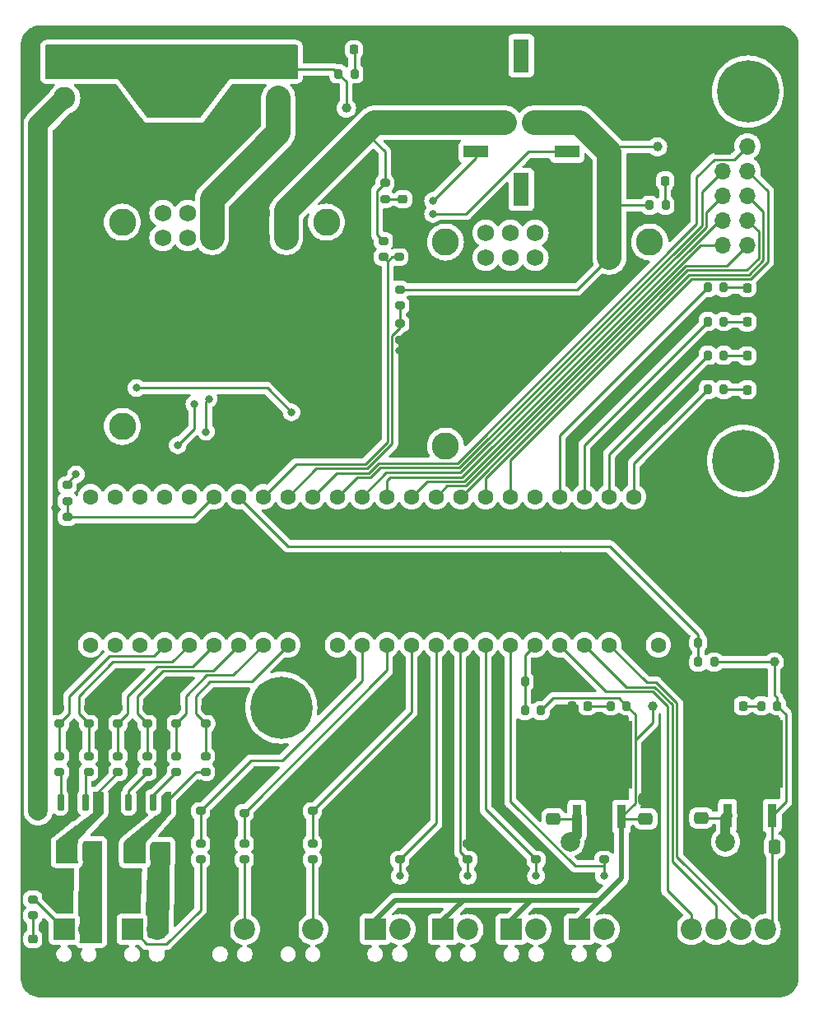
<source format=gbr>
G04 #@! TF.GenerationSoftware,KiCad,Pcbnew,8.0.5*
G04 #@! TF.CreationDate,2024-10-11T00:23:09-05:00*
G04 #@! TF.ProjectId,DAQ,4441512e-6b69-4636-9164-5f7063625858,rev?*
G04 #@! TF.SameCoordinates,Original*
G04 #@! TF.FileFunction,Copper,L1,Top*
G04 #@! TF.FilePolarity,Positive*
%FSLAX46Y46*%
G04 Gerber Fmt 4.6, Leading zero omitted, Abs format (unit mm)*
G04 Created by KiCad (PCBNEW 8.0.5) date 2024-10-11 00:23:09*
%MOMM*%
%LPD*%
G01*
G04 APERTURE LIST*
G04 Aperture macros list*
%AMRoundRect*
0 Rectangle with rounded corners*
0 $1 Rounding radius*
0 $2 $3 $4 $5 $6 $7 $8 $9 X,Y pos of 4 corners*
0 Add a 4 corners polygon primitive as box body*
4,1,4,$2,$3,$4,$5,$6,$7,$8,$9,$2,$3,0*
0 Add four circle primitives for the rounded corners*
1,1,$1+$1,$2,$3*
1,1,$1+$1,$4,$5*
1,1,$1+$1,$6,$7*
1,1,$1+$1,$8,$9*
0 Add four rect primitives between the rounded corners*
20,1,$1+$1,$2,$3,$4,$5,0*
20,1,$1+$1,$4,$5,$6,$7,0*
20,1,$1+$1,$6,$7,$8,$9,0*
20,1,$1+$1,$8,$9,$2,$3,0*%
G04 Aperture macros list end*
G04 #@! TA.AperFunction,SMDPad,CuDef*
%ADD10RoundRect,0.218750X-0.218750X-0.256250X0.218750X-0.256250X0.218750X0.256250X-0.218750X0.256250X0*%
G04 #@! TD*
G04 #@! TA.AperFunction,SMDPad,CuDef*
%ADD11RoundRect,0.200000X0.275000X-0.200000X0.275000X0.200000X-0.275000X0.200000X-0.275000X-0.200000X0*%
G04 #@! TD*
G04 #@! TA.AperFunction,SMDPad,CuDef*
%ADD12RoundRect,0.200000X0.200000X0.275000X-0.200000X0.275000X-0.200000X-0.275000X0.200000X-0.275000X0*%
G04 #@! TD*
G04 #@! TA.AperFunction,ComponentPad*
%ADD13RoundRect,1.500000X1.500000X-1.500000X1.500000X1.500000X-1.500000X1.500000X-1.500000X-1.500000X0*%
G04 #@! TD*
G04 #@! TA.AperFunction,ComponentPad*
%ADD14C,6.000000*%
G04 #@! TD*
G04 #@! TA.AperFunction,SMDPad,CuDef*
%ADD15RoundRect,0.200000X-0.275000X0.200000X-0.275000X-0.200000X0.275000X-0.200000X0.275000X0.200000X0*%
G04 #@! TD*
G04 #@! TA.AperFunction,SMDPad,CuDef*
%ADD16RoundRect,0.150000X-0.150000X0.725000X-0.150000X-0.725000X0.150000X-0.725000X0.150000X0.725000X0*%
G04 #@! TD*
G04 #@! TA.AperFunction,SMDPad,CuDef*
%ADD17RoundRect,0.218750X-0.256250X0.218750X-0.256250X-0.218750X0.256250X-0.218750X0.256250X0.218750X0*%
G04 #@! TD*
G04 #@! TA.AperFunction,SMDPad,CuDef*
%ADD18R,0.939800X2.489200*%
G04 #@! TD*
G04 #@! TA.AperFunction,SMDPad,CuDef*
%ADD19R,6.781800X6.934200*%
G04 #@! TD*
G04 #@! TA.AperFunction,SMDPad,CuDef*
%ADD20RoundRect,0.200000X-0.200000X-0.275000X0.200000X-0.275000X0.200000X0.275000X-0.200000X0.275000X0*%
G04 #@! TD*
G04 #@! TA.AperFunction,SMDPad,CuDef*
%ADD21RoundRect,0.218750X0.218750X0.256250X-0.218750X0.256250X-0.218750X-0.256250X0.218750X-0.256250X0*%
G04 #@! TD*
G04 #@! TA.AperFunction,SMDPad,CuDef*
%ADD22C,1.000000*%
G04 #@! TD*
G04 #@! TA.AperFunction,WasherPad*
%ADD23C,2.800000*%
G04 #@! TD*
G04 #@! TA.AperFunction,ComponentPad*
%ADD24C,1.750000*%
G04 #@! TD*
G04 #@! TA.AperFunction,ComponentPad*
%ADD25R,1.700000X1.700000*%
G04 #@! TD*
G04 #@! TA.AperFunction,ComponentPad*
%ADD26O,1.700000X1.700000*%
G04 #@! TD*
G04 #@! TA.AperFunction,ComponentPad*
%ADD27C,0.800000*%
G04 #@! TD*
G04 #@! TA.AperFunction,ComponentPad*
%ADD28C,6.400000*%
G04 #@! TD*
G04 #@! TA.AperFunction,ComponentPad*
%ADD29R,2.200000X2.200000*%
G04 #@! TD*
G04 #@! TA.AperFunction,ComponentPad*
%ADD30C,2.200000*%
G04 #@! TD*
G04 #@! TA.AperFunction,SMDPad,CuDef*
%ADD31RoundRect,0.218750X0.256250X-0.218750X0.256250X0.218750X-0.256250X0.218750X-0.256250X-0.218750X0*%
G04 #@! TD*
G04 #@! TA.AperFunction,SMDPad,CuDef*
%ADD32RoundRect,0.250000X0.337500X0.475000X-0.337500X0.475000X-0.337500X-0.475000X0.337500X-0.475000X0*%
G04 #@! TD*
G04 #@! TA.AperFunction,SMDPad,CuDef*
%ADD33RoundRect,0.250000X0.475000X-0.337500X0.475000X0.337500X-0.475000X0.337500X-0.475000X-0.337500X0*%
G04 #@! TD*
G04 #@! TA.AperFunction,ComponentPad*
%ADD34C,2.260600*%
G04 #@! TD*
G04 #@! TA.AperFunction,ComponentPad*
%ADD35R,1.600000X1.600000*%
G04 #@! TD*
G04 #@! TA.AperFunction,ComponentPad*
%ADD36C,1.600000*%
G04 #@! TD*
G04 #@! TA.AperFunction,SMDPad,CuDef*
%ADD37R,2.540000X1.270000*%
G04 #@! TD*
G04 #@! TA.AperFunction,SMDPad,CuDef*
%ADD38R,1.650000X3.430000*%
G04 #@! TD*
G04 #@! TA.AperFunction,ViaPad*
%ADD39C,0.800000*%
G04 #@! TD*
G04 #@! TA.AperFunction,ViaPad*
%ADD40C,2.000000*%
G04 #@! TD*
G04 #@! TA.AperFunction,Conductor*
%ADD41C,0.250000*%
G04 #@! TD*
G04 #@! TA.AperFunction,Conductor*
%ADD42C,0.500000*%
G04 #@! TD*
G04 #@! TA.AperFunction,Conductor*
%ADD43C,1.000000*%
G04 #@! TD*
G04 #@! TA.AperFunction,Conductor*
%ADD44C,2.500000*%
G04 #@! TD*
G04 #@! TA.AperFunction,Conductor*
%ADD45C,2.000000*%
G04 #@! TD*
G04 APERTURE END LIST*
D10*
X174212500Y-117500000D03*
X175787500Y-117500000D03*
D11*
X124500000Y-128500000D03*
X124500000Y-126850000D03*
X114500000Y-119325000D03*
X114500000Y-117675000D03*
D10*
X158212500Y-117500000D03*
X159787500Y-117500000D03*
D12*
X135825000Y-52500000D03*
X134175000Y-52500000D03*
D13*
X117344262Y-60600000D03*
D14*
X117344262Y-53400000D03*
D15*
X114500000Y-122675000D03*
X114500000Y-124325000D03*
D16*
X109405000Y-127425000D03*
X108135000Y-127425000D03*
X106865000Y-127425000D03*
X105595000Y-127425000D03*
X105595000Y-132575000D03*
X106865000Y-132575000D03*
X108135000Y-132575000D03*
X109405000Y-132575000D03*
D15*
X120500000Y-117675000D03*
X120500000Y-119325000D03*
D12*
X167825000Y-66000000D03*
X166175000Y-66000000D03*
D15*
X111500000Y-117675000D03*
X111500000Y-119325000D03*
D12*
X173825000Y-81460000D03*
X172175000Y-81460000D03*
D15*
X161500000Y-131675000D03*
X161500000Y-133325000D03*
X106300000Y-94800000D03*
X106300000Y-96450000D03*
D17*
X140800000Y-63812500D03*
X140800000Y-65387500D03*
D18*
X158709999Y-128913500D03*
D19*
X161000000Y-122500000D03*
D18*
X163290001Y-128913500D03*
D15*
X140500000Y-131675000D03*
X140500000Y-133325000D03*
D20*
X177675000Y-117500000D03*
X179325000Y-117500000D03*
D16*
X116405000Y-127425000D03*
X115135000Y-127425000D03*
X113865000Y-127425000D03*
X112595000Y-127425000D03*
X112595000Y-132575000D03*
X113865000Y-132575000D03*
X115135000Y-132575000D03*
X116405000Y-132575000D03*
D21*
X177787500Y-85000000D03*
X176212500Y-85000000D03*
D11*
X124500000Y-133325000D03*
X124500000Y-131675000D03*
D18*
X174209999Y-128818000D03*
D19*
X176500000Y-122404500D03*
D18*
X178790001Y-128818000D03*
D22*
X167000000Y-60000000D03*
D23*
X132950000Y-67750000D03*
X111950000Y-88750000D03*
X111950000Y-67750000D03*
D24*
X116100000Y-69360000D03*
X118640000Y-69360000D03*
X121180000Y-69360000D03*
X123720000Y-69360000D03*
X126260000Y-69360000D03*
X128800000Y-69360000D03*
X116100000Y-66820000D03*
X118640000Y-66820000D03*
X121180000Y-66820000D03*
X123720000Y-66820000D03*
X126260000Y-66820000D03*
X128800000Y-66820000D03*
D15*
X140500000Y-78175000D03*
X140500000Y-79825000D03*
D22*
X137500000Y-59000000D03*
D25*
X173725000Y-59925000D03*
D26*
X176265000Y-59925000D03*
X173725000Y-62465000D03*
X176265000Y-62465000D03*
X173725000Y-65005000D03*
X176265000Y-65005000D03*
X173725000Y-67545000D03*
X176265000Y-67545000D03*
X173725000Y-70085000D03*
X176265000Y-70085000D03*
D11*
X102750000Y-139075000D03*
X102750000Y-137425000D03*
D22*
X166500000Y-117500000D03*
D11*
X131500000Y-128325000D03*
X131500000Y-126675000D03*
D10*
X134212500Y-50000000D03*
X135787500Y-50000000D03*
D27*
X173902944Y-54302944D03*
X174605888Y-52605888D03*
X174605888Y-56000000D03*
X176302944Y-51902944D03*
D28*
X176302944Y-54302944D03*
D27*
X176302944Y-56702944D03*
X178000000Y-52605888D03*
X178000000Y-56000000D03*
X178702944Y-54302944D03*
X173402944Y-92302944D03*
X174105888Y-90605888D03*
X174105888Y-94000000D03*
X175802944Y-89902944D03*
D28*
X175802944Y-92302944D03*
D27*
X175802944Y-94702944D03*
X177500000Y-90605888D03*
X177500000Y-94000000D03*
X178202944Y-92302944D03*
D15*
X108500000Y-122675000D03*
X108500000Y-124325000D03*
D29*
X158960000Y-140500000D03*
D30*
X161500000Y-140500000D03*
D12*
X173825000Y-77960000D03*
X172175000Y-77960000D03*
D22*
X141000000Y-54500000D03*
D31*
X102750000Y-143037500D03*
X102750000Y-141462500D03*
D11*
X117500000Y-119325000D03*
X117500000Y-117675000D03*
D15*
X147500000Y-131675000D03*
X147500000Y-133325000D03*
D11*
X140400000Y-71325000D03*
X140400000Y-69675000D03*
D29*
X129000000Y-140500000D03*
D30*
X131540000Y-140500000D03*
D22*
X179000000Y-113000000D03*
D12*
X155000000Y-118000000D03*
X153350000Y-118000000D03*
D29*
X122000000Y-140500000D03*
D30*
X124540000Y-140500000D03*
D29*
X105960000Y-140500000D03*
D30*
X108500000Y-140500000D03*
D21*
X177787500Y-74500000D03*
X176212500Y-74500000D03*
D20*
X162185000Y-117500000D03*
X163835000Y-117500000D03*
D32*
X179037500Y-132000000D03*
X176962500Y-132000000D03*
D11*
X108500000Y-119325000D03*
X108500000Y-117675000D03*
D15*
X140500000Y-74675000D03*
X140500000Y-76325000D03*
D11*
X120000000Y-133325000D03*
X120000000Y-131675000D03*
D33*
X165780000Y-129137500D03*
X165780000Y-127062500D03*
D11*
X105500000Y-119325000D03*
X105500000Y-117675000D03*
D12*
X173825000Y-84960000D03*
X172175000Y-84960000D03*
D15*
X106300000Y-98100000D03*
X106300000Y-99750000D03*
D22*
X135000000Y-56000000D03*
D29*
X167920000Y-140500000D03*
D30*
X170460000Y-140500000D03*
X173000000Y-140500000D03*
X175540000Y-140500000D03*
X178080000Y-140500000D03*
D34*
X128000000Y-55000000D03*
X128000000Y-51039999D03*
X154300000Y-57500000D03*
D11*
X138950000Y-65375000D03*
X138950000Y-63725000D03*
D21*
X177787500Y-81500000D03*
X176212500Y-81500000D03*
D27*
X130702944Y-117697056D03*
X130000000Y-119394112D03*
X130000000Y-116000000D03*
X128302944Y-120097056D03*
D28*
X128302944Y-117697056D03*
D27*
X128302944Y-115297056D03*
X126605888Y-119394112D03*
X126605888Y-116000000D03*
X125902944Y-117697056D03*
D15*
X105500000Y-122675000D03*
X105500000Y-124325000D03*
X111500000Y-122675000D03*
X111500000Y-124325000D03*
D34*
X106000000Y-55000000D03*
X106000000Y-51039999D03*
D29*
X137960000Y-140500000D03*
D30*
X140500000Y-140500000D03*
D10*
X166212500Y-63500000D03*
X167787500Y-63500000D03*
D15*
X138800000Y-69675000D03*
X138800000Y-71325000D03*
D29*
X151960000Y-140500000D03*
D30*
X154500000Y-140500000D03*
D33*
X156280000Y-129137500D03*
X156280000Y-127062500D03*
D35*
X167100000Y-96000000D03*
D36*
X164560000Y-96000000D03*
X162020000Y-96000000D03*
X159480000Y-96000000D03*
X156940000Y-96000000D03*
X154400000Y-96000000D03*
X151860000Y-96000000D03*
X149320000Y-96000000D03*
X146780000Y-96000000D03*
X144240000Y-96000000D03*
X141700000Y-96000000D03*
X139160000Y-96000000D03*
X136620000Y-96000000D03*
X134080000Y-96000000D03*
X131540000Y-96000000D03*
X129000000Y-96000000D03*
X126460000Y-96000000D03*
X123920000Y-96000000D03*
X121380000Y-96000000D03*
X118840000Y-96000000D03*
X116300000Y-96000000D03*
X113760000Y-96000000D03*
X111220000Y-96000000D03*
X108680000Y-96000000D03*
X108680000Y-111240000D03*
X111220000Y-111240000D03*
X113760000Y-111240000D03*
X116300000Y-111240000D03*
X118840000Y-111240000D03*
X121380000Y-111240000D03*
X123920000Y-111240000D03*
X126460000Y-111240000D03*
X129000000Y-111240000D03*
X131540000Y-111240000D03*
X134080000Y-111240000D03*
X136620000Y-111240000D03*
X139160000Y-111240000D03*
X141700000Y-111240000D03*
X144240000Y-111240000D03*
X146780000Y-111240000D03*
X149320000Y-111240000D03*
X151860000Y-111240000D03*
X154400000Y-111240000D03*
X156940000Y-111240000D03*
X159480000Y-111240000D03*
X162020000Y-111240000D03*
X164560000Y-111240000D03*
X167100000Y-111240000D03*
D29*
X144960000Y-140500000D03*
D30*
X147500000Y-140500000D03*
D12*
X173825000Y-74460000D03*
X172175000Y-74460000D03*
D20*
X153350000Y-115000000D03*
X155000000Y-115000000D03*
D12*
X172825000Y-113000000D03*
X171175000Y-113000000D03*
D20*
X171175000Y-111000000D03*
X172825000Y-111000000D03*
D11*
X131500000Y-133325000D03*
X131500000Y-131675000D03*
D21*
X177787500Y-78000000D03*
X176212500Y-78000000D03*
D29*
X112960000Y-140500000D03*
D30*
X115500000Y-140500000D03*
D15*
X120500000Y-122675000D03*
X120500000Y-124325000D03*
D33*
X171500000Y-129037500D03*
X171500000Y-126962500D03*
D23*
X166190000Y-69785000D03*
X145190000Y-90785000D03*
X145190000Y-69785000D03*
D24*
X149340000Y-71395000D03*
X151880000Y-71395000D03*
X154420000Y-71395000D03*
X156960000Y-71395000D03*
X159500000Y-71395000D03*
X162040000Y-71395000D03*
X149340000Y-68855000D03*
X151880000Y-68855000D03*
X154420000Y-68855000D03*
X156960000Y-68855000D03*
X159500000Y-68855000D03*
X162040000Y-68855000D03*
D15*
X117500000Y-122675000D03*
X117500000Y-124325000D03*
D37*
X148300000Y-60500000D03*
X148300000Y-57500000D03*
X148300000Y-54500000D03*
X157700000Y-60500000D03*
X157700000Y-57500000D03*
X157700000Y-54500000D03*
D38*
X153000000Y-64385000D03*
X153000000Y-50615000D03*
D11*
X120000000Y-128325000D03*
X120000000Y-126675000D03*
D34*
X151300000Y-57500000D03*
D15*
X154500000Y-131675000D03*
X154500000Y-133325000D03*
D39*
X140500000Y-135000000D03*
X156500000Y-125000000D03*
X176500000Y-115500000D03*
X124500000Y-125500000D03*
X161000000Y-126500000D03*
X176500000Y-127000000D03*
X112350000Y-92650000D03*
X137050000Y-69750000D03*
X110000000Y-117800000D03*
X112650000Y-81650000D03*
X131500000Y-125500000D03*
X156500000Y-119500000D03*
X157000000Y-115500000D03*
X105400000Y-115200000D03*
X171200000Y-98200000D03*
X109450000Y-93250000D03*
X148000000Y-130000000D03*
X117000000Y-104400000D03*
X105200000Y-88700000D03*
X144950000Y-84800000D03*
X121350000Y-92500000D03*
X109200000Y-84600000D03*
X175500000Y-133500000D03*
X120000000Y-125500000D03*
X122000000Y-117600000D03*
X140500000Y-130000000D03*
X102750000Y-144500000D03*
X140450000Y-81000000D03*
X140400000Y-68100000D03*
X166000000Y-125000000D03*
X178200000Y-98600000D03*
X153000000Y-130000000D03*
X171500000Y-125000000D03*
X106800000Y-125800000D03*
X106800000Y-129000000D03*
X157000000Y-102000000D03*
X111000000Y-132000000D03*
X144850000Y-77950000D03*
X145450000Y-73350000D03*
X171500000Y-119000000D03*
X134000000Y-103600000D03*
X111000000Y-130000000D03*
X116000000Y-117500000D03*
X117500000Y-92600000D03*
X105050000Y-97150000D03*
X147500000Y-135000000D03*
X154500000Y-135000000D03*
X161500000Y-135000000D03*
X143900000Y-65550000D03*
X143900000Y-66900000D03*
D40*
X174000000Y-131500000D03*
D39*
X107180000Y-93700000D03*
D40*
X158000000Y-131500000D03*
D39*
X113400000Y-84800000D03*
X129350000Y-87300000D03*
D40*
X103300000Y-128300000D03*
D39*
X119350000Y-86450000D03*
X117650000Y-90700000D03*
X120550000Y-89300000D03*
X120850000Y-85950000D03*
D41*
X164715900Y-127487601D02*
X164715900Y-121009100D01*
X144960000Y-140500000D02*
X145000000Y-140500000D01*
D42*
X140000000Y-137500000D02*
X146500000Y-137500000D01*
D41*
X137960000Y-140500000D02*
X138000000Y-140500000D01*
D42*
X147000000Y-137500000D02*
X148000000Y-137500000D01*
X163280000Y-128923501D02*
X163290001Y-128913500D01*
D41*
X163290001Y-128913500D02*
X164715900Y-127487601D01*
X166500000Y-119225000D02*
X166500000Y-117500000D01*
D42*
X151960000Y-139540000D02*
X154000000Y-137500000D01*
X158960000Y-140500000D02*
X158960000Y-139540000D01*
X148000000Y-137500000D02*
X153500000Y-137500000D01*
D41*
X163514001Y-129137500D02*
X163290001Y-128913500D01*
X156300000Y-116700000D02*
X155000000Y-118000000D01*
D42*
X153500000Y-137500000D02*
X154000000Y-137500000D01*
D41*
X164715900Y-121009100D02*
X166500000Y-119225000D01*
D42*
X151960000Y-140500000D02*
X151960000Y-139540000D01*
D41*
X163835000Y-117500000D02*
X163035000Y-116700000D01*
X164715900Y-121009100D02*
X164715900Y-118380900D01*
X165442500Y-128800000D02*
X165780000Y-129137500D01*
D42*
X144960000Y-139540000D02*
X147000000Y-137500000D01*
D41*
X164715900Y-118380900D02*
X163835000Y-117500000D01*
D42*
X144960000Y-140500000D02*
X144960000Y-139540000D01*
X146500000Y-137500000D02*
X147000000Y-137500000D01*
X137960000Y-139540000D02*
X140000000Y-137500000D01*
D41*
X163035000Y-116700000D02*
X156300000Y-116700000D01*
X165780000Y-129137500D02*
X163514001Y-129137500D01*
D42*
X158960000Y-139540000D02*
X161000000Y-137500000D01*
X154000000Y-137500000D02*
X161000000Y-137500000D01*
X137960000Y-140500000D02*
X137960000Y-139540000D01*
X161000000Y-137500000D02*
X163280000Y-135220000D01*
X163280000Y-135220000D02*
X163280000Y-128923501D01*
D41*
X144240000Y-129585000D02*
X144240000Y-111240000D01*
X140500000Y-133325000D02*
X140500000Y-135000000D01*
X140500000Y-133325000D02*
X144240000Y-129585000D01*
X146700000Y-111320000D02*
X146780000Y-111240000D01*
X146700000Y-132525000D02*
X146700000Y-111320000D01*
X147500000Y-133325000D02*
X147500000Y-135000000D01*
X147500000Y-133325000D02*
X146700000Y-132525000D01*
X154500000Y-133325000D02*
X154500000Y-135000000D01*
X149320000Y-128145000D02*
X149320000Y-111240000D01*
X154500000Y-133325000D02*
X149320000Y-128145000D01*
X151860000Y-127334695D02*
X151860000Y-111240000D01*
X161500000Y-134000000D02*
X161500000Y-135000000D01*
X161500000Y-133325000D02*
X161500000Y-134000000D01*
X161500000Y-134000000D02*
X158525305Y-134000000D01*
X158525305Y-134000000D02*
X151860000Y-127334695D01*
X176172500Y-84960000D02*
X176212500Y-85000000D01*
X173825000Y-84960000D02*
X176172500Y-84960000D01*
X173825000Y-81460000D02*
X176172500Y-81460000D01*
X176172500Y-81460000D02*
X176212500Y-81500000D01*
X173825000Y-77960000D02*
X176172500Y-77960000D01*
X176172500Y-77960000D02*
X176212500Y-78000000D01*
X173825000Y-74460000D02*
X176172500Y-74460000D01*
X176172500Y-74460000D02*
X176212500Y-74500000D01*
X178790001Y-139789999D02*
X178080000Y-140500000D01*
X180215900Y-118390900D02*
X179325000Y-117500000D01*
X178790001Y-128818000D02*
X180215900Y-127392101D01*
X179325000Y-116675000D02*
X179000000Y-116350000D01*
X179325000Y-117500000D02*
X179325000Y-116675000D01*
X179000000Y-116350000D02*
X179000000Y-113000000D01*
X179000000Y-113000000D02*
X172825000Y-113000000D01*
X178790001Y-128818000D02*
X178790001Y-139789999D01*
X180215900Y-127392101D02*
X180215900Y-118390900D01*
X169000000Y-133000000D02*
X175540000Y-139540000D01*
X175540000Y-139540000D02*
X175540000Y-140500000D01*
X162020000Y-111240000D02*
X165880000Y-115100000D01*
X169000000Y-117227208D02*
X169000000Y-133000000D01*
X165880000Y-115100000D02*
X166872792Y-115100000D01*
X166872792Y-115100000D02*
X169000000Y-117227208D01*
X173000000Y-138000000D02*
X173000000Y-140500000D01*
X168500000Y-117363604D02*
X168500000Y-133500000D01*
X166686396Y-115550000D02*
X168500000Y-117363604D01*
X168500000Y-133500000D02*
X173000000Y-138000000D01*
X163790000Y-115550000D02*
X166686396Y-115550000D01*
X159480000Y-111240000D02*
X163790000Y-115550000D01*
X168000000Y-117500000D02*
X168000000Y-136484366D01*
X166500000Y-116000000D02*
X168000000Y-117500000D01*
X170460000Y-138944366D02*
X170460000Y-140500000D01*
X156940000Y-111240000D02*
X161700000Y-116000000D01*
X161700000Y-116000000D02*
X166500000Y-116000000D01*
X168000000Y-136484366D02*
X170460000Y-138944366D01*
X148300000Y-61150000D02*
X143900000Y-65550000D01*
X148300000Y-60500000D02*
X148300000Y-61150000D01*
X153695000Y-60500000D02*
X147295000Y-66900000D01*
X147295000Y-66900000D02*
X143900000Y-66900000D01*
X157700000Y-60500000D02*
X153695000Y-60500000D01*
X109405000Y-127425000D02*
X109405000Y-126420000D01*
X109405000Y-126420000D02*
X111500000Y-124325000D01*
X108135000Y-124690000D02*
X108500000Y-124325000D01*
X108135000Y-127425000D02*
X108135000Y-124690000D01*
X105595000Y-124420000D02*
X105500000Y-124325000D01*
X105595000Y-127425000D02*
X105595000Y-124420000D01*
X116405000Y-127425000D02*
X119505000Y-124325000D01*
X119505000Y-124325000D02*
X120500000Y-124325000D01*
X133700000Y-52025000D02*
X134175000Y-52500000D01*
D43*
X158709999Y-128913500D02*
X158709999Y-130790001D01*
D41*
X116711475Y-52426230D02*
X116311475Y-52826230D01*
X128000000Y-51000000D02*
X129025000Y-52025000D01*
X134975000Y-55975000D02*
X135000000Y-56000000D01*
D43*
X158709999Y-130790001D02*
X158000000Y-131500000D01*
D41*
X134175000Y-52500000D02*
X134975000Y-53300000D01*
X106300000Y-94800000D02*
X106300000Y-94580000D01*
X106300000Y-94580000D02*
X107180000Y-93700000D01*
X129025000Y-52025000D02*
X133700000Y-52025000D01*
X156280000Y-129137500D02*
X158485999Y-129137500D01*
D43*
X174000000Y-129027999D02*
X174209999Y-128818000D01*
D41*
X134975000Y-53300000D02*
X134975000Y-55975000D01*
X173990499Y-129037500D02*
X174209999Y-128818000D01*
X158485999Y-129137500D02*
X158709999Y-128913500D01*
X171500000Y-129037500D02*
X173990499Y-129037500D01*
D43*
X174000000Y-131500000D02*
X174000000Y-129027999D01*
D41*
X138950000Y-60450000D02*
X137500000Y-59000000D01*
D44*
X132722500Y-62672500D02*
X137895000Y-57500000D01*
D41*
X138150000Y-69024999D02*
X138624848Y-69499847D01*
X129350000Y-87300000D02*
X126850000Y-84800000D01*
D44*
X128800000Y-69360000D02*
X128800000Y-66820000D01*
X148300000Y-57500000D02*
X151300000Y-57500000D01*
X128800000Y-66595000D02*
X132722500Y-62672500D01*
D41*
X138950000Y-63725000D02*
X138950000Y-60450000D01*
X138950000Y-63725000D02*
X138150000Y-64525000D01*
X138150000Y-64525000D02*
X138150000Y-69024999D01*
D44*
X128800000Y-66820000D02*
X128800000Y-66595000D01*
D41*
X126850000Y-84800000D02*
X113400000Y-84800000D01*
D44*
X137895000Y-57500000D02*
X148300000Y-57500000D01*
X157700000Y-57500000D02*
X154300000Y-57500000D01*
D41*
X158760000Y-74675000D02*
X162040000Y-71395000D01*
D44*
X157700000Y-57500000D02*
X159000000Y-57500000D01*
X162040000Y-60540000D02*
X162040000Y-66000000D01*
D41*
X162040000Y-60540000D02*
X162580000Y-60000000D01*
D44*
X162040000Y-66000000D02*
X162040000Y-68855000D01*
D41*
X162580000Y-60000000D02*
X167000000Y-60000000D01*
D44*
X162040000Y-68855000D02*
X162040000Y-71395000D01*
X159000000Y-57500000D02*
X162040000Y-60540000D01*
D41*
X140500000Y-74675000D02*
X158760000Y-74675000D01*
X166175000Y-66000000D02*
X162040000Y-66000000D01*
X115135000Y-127425000D02*
X115135000Y-126690000D01*
X115135000Y-126690000D02*
X117500000Y-124325000D01*
X112595000Y-127425000D02*
X112595000Y-126230000D01*
X112595000Y-126230000D02*
X114500000Y-124325000D01*
X117080000Y-113000000D02*
X118840000Y-111240000D01*
X107500000Y-118325000D02*
X107500000Y-116500000D01*
X107500000Y-116500000D02*
X111000000Y-113000000D01*
X108500000Y-122675000D02*
X108500000Y-121000000D01*
X108500000Y-121000000D02*
X108500000Y-119325000D01*
X111000000Y-113000000D02*
X117080000Y-113000000D01*
X108500000Y-119325000D02*
X107500000Y-118325000D01*
X106500000Y-116500000D02*
X110635000Y-112365000D01*
X105500000Y-121000000D02*
X105500000Y-119325000D01*
X115175000Y-112365000D02*
X116300000Y-111240000D01*
X106500000Y-118325000D02*
X106500000Y-116500000D01*
X105500000Y-122675000D02*
X105500000Y-121000000D01*
X105500000Y-119325000D02*
X106500000Y-118325000D01*
X110635000Y-112365000D02*
X115175000Y-112365000D01*
X111500000Y-122675000D02*
X111500000Y-121000000D01*
X115550000Y-113450000D02*
X119170000Y-113450000D01*
X112500000Y-118325000D02*
X112500000Y-116500000D01*
X111500000Y-121000000D02*
X111500000Y-119325000D01*
X119170000Y-113450000D02*
X121380000Y-111240000D01*
X112500000Y-116500000D02*
X115550000Y-113450000D01*
X111500000Y-119325000D02*
X112500000Y-118325000D01*
X123350000Y-114350000D02*
X126460000Y-111240000D01*
X120650000Y-114350000D02*
X123350000Y-114350000D01*
X118500000Y-116500000D02*
X120650000Y-114350000D01*
X117500000Y-121000000D02*
X117500000Y-119325000D01*
X117500000Y-119325000D02*
X118500000Y-118325000D01*
X117500000Y-122675000D02*
X117500000Y-121000000D01*
X118500000Y-118325000D02*
X118500000Y-116500000D01*
X114500000Y-122675000D02*
X114500000Y-121000000D01*
X121260000Y-113900000D02*
X123920000Y-111240000D01*
X116100000Y-113900000D02*
X121260000Y-113900000D01*
X113500000Y-118325000D02*
X113500000Y-116500000D01*
X114500000Y-121000000D02*
X114500000Y-119451996D01*
X113500000Y-116500000D02*
X116100000Y-113900000D01*
X114500000Y-119325000D02*
X113500000Y-118325000D01*
X114500000Y-121000000D02*
X114500000Y-119325000D01*
X120500000Y-122675000D02*
X120500000Y-121000000D01*
X119500000Y-116500000D02*
X121000000Y-115000000D01*
X125240000Y-115000000D02*
X129000000Y-111240000D01*
X120500000Y-119325000D02*
X119500000Y-118325000D01*
X120500000Y-119325000D02*
X120915000Y-119325000D01*
X119500000Y-118325000D02*
X119500000Y-116500000D01*
X120500000Y-121000000D02*
X120500000Y-119325000D01*
X121000000Y-115000000D02*
X125240000Y-115000000D01*
X124500000Y-128500000D02*
X139160000Y-113840000D01*
X124500000Y-131675000D02*
X124500000Y-128500000D01*
X139160000Y-113840000D02*
X139160000Y-111240000D01*
X131500000Y-131675000D02*
X131500000Y-128325000D01*
X141700000Y-118125000D02*
X141700000Y-111240000D01*
X131500000Y-128325000D02*
X141700000Y-118125000D01*
X135825000Y-50037500D02*
X135787500Y-50000000D01*
X135825000Y-52500000D02*
X135825000Y-50037500D01*
X162185000Y-117500000D02*
X159787500Y-117500000D01*
X138950000Y-65375000D02*
X140787500Y-65375000D01*
X140787500Y-65375000D02*
X140800000Y-65387500D01*
X167787500Y-65962500D02*
X167825000Y-66000000D01*
X167787500Y-63500000D02*
X167787500Y-65962500D01*
X177675000Y-117500000D02*
X175787500Y-117500000D01*
D45*
X103300000Y-128300000D02*
X103300000Y-57700000D01*
D41*
X102885000Y-137425000D02*
X105960000Y-140500000D01*
X120000000Y-138500000D02*
X120000000Y-133325000D01*
X102750000Y-137425000D02*
X102885000Y-137425000D01*
X112960000Y-140500000D02*
X114460000Y-142000000D01*
X116500000Y-142000000D02*
X120000000Y-138500000D01*
X114460000Y-142000000D02*
X116500000Y-142000000D01*
D45*
X103300000Y-57700000D02*
X106000000Y-55000000D01*
D44*
X121180000Y-65357564D02*
X128000000Y-58537564D01*
X121180000Y-66820000D02*
X121180000Y-65357564D01*
X128000000Y-58537564D02*
X128000000Y-54960001D01*
X121180000Y-66820000D02*
X121180000Y-69360000D01*
D41*
X102750000Y-139075000D02*
X102750000Y-141462500D01*
X124540000Y-140500000D02*
X124540000Y-133365000D01*
X124540000Y-133365000D02*
X124500000Y-133325000D01*
X124500000Y-140460000D02*
X124540000Y-140500000D01*
X131500000Y-140460000D02*
X131540000Y-140500000D01*
X131500000Y-133325000D02*
X131500000Y-140460000D01*
X106300000Y-98100000D02*
X119280000Y-98100000D01*
X119280000Y-98100000D02*
X121061802Y-96318198D01*
X106300000Y-96450000D02*
X106300000Y-98100000D01*
X153350000Y-115000000D02*
X153350000Y-112290000D01*
X153350000Y-118000000D02*
X153350000Y-115000000D01*
X153350000Y-112290000D02*
X154400000Y-111240000D01*
X139250000Y-71775000D02*
X139250000Y-90340812D01*
X138800000Y-71325000D02*
X139250000Y-71775000D01*
X139700000Y-71325000D02*
X139250000Y-71775000D01*
X129810000Y-92650000D02*
X126460000Y-96000000D01*
X139250000Y-90340812D02*
X136940812Y-92650000D01*
X136940812Y-92650000D02*
X129810000Y-92650000D01*
X140400000Y-71325000D02*
X139700000Y-71325000D01*
X139700000Y-79400000D02*
X139700000Y-90527208D01*
X139700000Y-90527208D02*
X137127208Y-93100000D01*
X140500000Y-76325000D02*
X140500000Y-78175000D01*
X131900000Y-93100000D02*
X129000000Y-96000000D01*
X140500000Y-78175000D02*
X140500000Y-78600000D01*
X137127208Y-93100000D02*
X131900000Y-93100000D01*
X140500000Y-78600000D02*
X139700000Y-79400000D01*
X129020000Y-101100000D02*
X162100000Y-101100000D01*
X123920000Y-96000000D02*
X129020000Y-101100000D01*
X171175000Y-110175000D02*
X171175000Y-111000000D01*
X162100000Y-101100000D02*
X171175000Y-110175000D01*
X171175000Y-111000000D02*
X171175000Y-113000000D01*
X120000000Y-131675000D02*
X120000000Y-128325000D01*
X120000000Y-128325000D02*
X125200000Y-123125000D01*
X128375000Y-123125000D02*
X136620000Y-114880000D01*
X136620000Y-114880000D02*
X136620000Y-111240000D01*
X125200000Y-123125000D02*
X128375000Y-123125000D01*
X164560000Y-96000000D02*
X164560000Y-92575000D01*
X164560000Y-92575000D02*
X172175000Y-84960000D01*
X162020000Y-91615000D02*
X172175000Y-81460000D01*
X162020000Y-96000000D02*
X162020000Y-91615000D01*
X159480000Y-96000000D02*
X159480000Y-90655000D01*
X159480000Y-90655000D02*
X172175000Y-77960000D01*
X156940000Y-96000000D02*
X156940000Y-89695000D01*
X156940000Y-89695000D02*
X172175000Y-74460000D01*
X146411624Y-92550000D02*
X171000000Y-67961624D01*
X131540000Y-96000000D02*
X133990000Y-93550000D01*
X171000000Y-63113604D02*
X172823604Y-61290000D01*
X174900000Y-61290000D02*
X176265000Y-59925000D01*
X171000000Y-67961624D02*
X171000000Y-63113604D01*
X138313604Y-92550000D02*
X146411624Y-92550000D01*
X137313604Y-93550000D02*
X138313604Y-92550000D01*
X133990000Y-93550000D02*
X137313604Y-93550000D01*
X172823604Y-61290000D02*
X174900000Y-61290000D01*
X141700000Y-96000000D02*
X143275000Y-94425000D01*
X171422208Y-70085000D02*
X173725000Y-70085000D01*
X147082208Y-94425000D02*
X171422208Y-70085000D01*
X143275000Y-94425000D02*
X147082208Y-94425000D01*
X170080000Y-72700000D02*
X176200000Y-72700000D01*
X146780000Y-96000000D02*
X170080000Y-72700000D01*
X177440000Y-71460000D02*
X177440000Y-68720000D01*
X176200000Y-72700000D02*
X177440000Y-71460000D01*
X177440000Y-68720000D02*
X176265000Y-67545000D01*
X139160000Y-94340000D02*
X139525000Y-93975000D01*
X146895812Y-93975000D02*
X173325812Y-67545000D01*
X139525000Y-93975000D02*
X146895812Y-93975000D01*
X173325812Y-67545000D02*
X173725000Y-67545000D01*
X139160000Y-96000000D02*
X139160000Y-94340000D01*
X177890000Y-71660000D02*
X177890000Y-66630000D01*
X177890000Y-66630000D02*
X176265000Y-65005000D01*
X176400000Y-73150000D02*
X177890000Y-71660000D01*
X149320000Y-94096396D02*
X170266396Y-73150000D01*
X170266396Y-73150000D02*
X176400000Y-73150000D01*
X149320000Y-96000000D02*
X149320000Y-94096396D01*
X134080000Y-96000000D02*
X136080000Y-94000000D01*
X171550000Y-68048020D02*
X171550000Y-64640000D01*
X138500000Y-93000000D02*
X146598020Y-93000000D01*
X146598020Y-93000000D02*
X171550000Y-68048020D01*
X137500000Y-94000000D02*
X138500000Y-93000000D01*
X136080000Y-94000000D02*
X137500000Y-94000000D01*
X171550000Y-64640000D02*
X173725000Y-62465000D01*
X176586396Y-73600000D02*
X178340000Y-71846396D01*
X151860000Y-96000000D02*
X151860000Y-92192792D01*
X178340000Y-64540000D02*
X176265000Y-62465000D01*
X170452792Y-73600000D02*
X176586396Y-73600000D01*
X151860000Y-92192792D02*
X170452792Y-73600000D01*
X178340000Y-71846396D02*
X178340000Y-64540000D01*
X136620000Y-96000000D02*
X139095000Y-93525000D01*
X139095000Y-93525000D02*
X146709416Y-93525000D01*
X146709416Y-93525000D02*
X172000000Y-68234416D01*
X172000000Y-66730000D02*
X173725000Y-65005000D01*
X172000000Y-68234416D02*
X172000000Y-66730000D01*
X144240000Y-96000000D02*
X145365000Y-94875000D01*
X147268604Y-94875000D02*
X169893604Y-72250000D01*
X174100000Y-72250000D02*
X176265000Y-70085000D01*
X145365000Y-94875000D02*
X147268604Y-94875000D01*
X169893604Y-72250000D02*
X174100000Y-72250000D01*
X119350000Y-86450000D02*
X119350000Y-89000000D01*
X119350000Y-89000000D02*
X117650000Y-90700000D01*
X120550000Y-86250000D02*
X120550000Y-89300000D01*
X120850000Y-85950000D02*
X120550000Y-86250000D01*
G04 #@! TA.AperFunction,Conductor*
G36*
X116943039Y-126319685D02*
G01*
X116988794Y-126372489D01*
X117000000Y-126424000D01*
X117000000Y-128453744D01*
X116980315Y-128520783D01*
X116969705Y-128534955D01*
X114400000Y-131499997D01*
X114400000Y-131527367D01*
X114385083Y-131581896D01*
X114386353Y-131582446D01*
X114383254Y-131589606D01*
X114337402Y-131747426D01*
X114337401Y-131747432D01*
X114334500Y-131784298D01*
X114334500Y-133365701D01*
X114337401Y-133402567D01*
X114337402Y-133402573D01*
X114377737Y-133541405D01*
X114377538Y-133611275D01*
X114339596Y-133669945D01*
X114275957Y-133698788D01*
X114258661Y-133700000D01*
X112224000Y-133700000D01*
X112156961Y-133680315D01*
X112111206Y-133627511D01*
X112100000Y-133576000D01*
X112100000Y-131558869D01*
X112119685Y-131491830D01*
X112145612Y-131462789D01*
X115406928Y-128802242D01*
X115450707Y-128779254D01*
X115545398Y-128751744D01*
X115686865Y-128668081D01*
X115803081Y-128551865D01*
X115875030Y-128430204D01*
X115898758Y-128402616D01*
X115900000Y-128400001D01*
X115900000Y-128382416D01*
X115904923Y-128347825D01*
X115932598Y-128252569D01*
X115935500Y-128215694D01*
X115935500Y-126825452D01*
X115955185Y-126758413D01*
X115971819Y-126737771D01*
X116373271Y-126336319D01*
X116434594Y-126302834D01*
X116460952Y-126300000D01*
X116876000Y-126300000D01*
X116943039Y-126319685D01*
G37*
G04 #@! TD.AperFunction*
G04 #@! TA.AperFunction,Conductor*
G36*
X129943039Y-49519685D02*
G01*
X129988794Y-49572489D01*
X130000000Y-49624000D01*
X130000000Y-52876000D01*
X129980315Y-52943039D01*
X129927511Y-52988794D01*
X129876000Y-53000000D01*
X123000000Y-53000000D01*
X120037200Y-56950400D01*
X119981229Y-56992221D01*
X119938000Y-57000000D01*
X114562000Y-57000000D01*
X114494961Y-56980315D01*
X114462800Y-56950400D01*
X111500000Y-53000000D01*
X104124000Y-53000000D01*
X104056961Y-52980315D01*
X104011206Y-52927511D01*
X104000000Y-52876000D01*
X104000000Y-49624000D01*
X104019685Y-49556961D01*
X104072489Y-49511206D01*
X104124000Y-49500000D01*
X129876000Y-49500000D01*
X129943039Y-49519685D01*
G37*
G04 #@! TD.AperFunction*
G04 #@! TA.AperFunction,Conductor*
G36*
X109843039Y-131419685D02*
G01*
X109888794Y-131472489D01*
X109900000Y-131524000D01*
X109900000Y-141776000D01*
X109880315Y-141843039D01*
X109827511Y-141888794D01*
X109776000Y-141900000D01*
X107660880Y-141900000D01*
X107593841Y-141880315D01*
X107548086Y-141827511D01*
X107538142Y-141758353D01*
X107544698Y-141732666D01*
X107554091Y-141707483D01*
X107560500Y-141647873D01*
X107560499Y-139352128D01*
X107554091Y-139292517D01*
X107503796Y-139157669D01*
X107503795Y-139157668D01*
X107503793Y-139157664D01*
X107412232Y-139035355D01*
X107414183Y-139033894D01*
X107386949Y-138984019D01*
X107384167Y-138954136D01*
X107519626Y-134213085D01*
X107541216Y-134146639D01*
X107576833Y-134112124D01*
X107669534Y-134052921D01*
X107669533Y-134052921D01*
X107669536Y-134052920D01*
X107764068Y-133944452D01*
X107801558Y-133886481D01*
X107801970Y-133885853D01*
X107802006Y-133885788D01*
X107802010Y-133885782D01*
X107802012Y-133885779D01*
X107862154Y-133755072D01*
X107883036Y-133612715D01*
X107883235Y-133542845D01*
X107863165Y-133400373D01*
X107844923Y-133337586D01*
X107840000Y-133302992D01*
X107840000Y-131847007D01*
X107844924Y-131812412D01*
X107846407Y-131807306D01*
X107867640Y-131734221D01*
X107869684Y-131727841D01*
X107874090Y-131715274D01*
X107874163Y-131714679D01*
X107877620Y-131697175D01*
X107887585Y-131660751D01*
X107903769Y-131540255D01*
X107932202Y-131476432D01*
X107937329Y-131470765D01*
X107968896Y-131437986D01*
X108029577Y-131403352D01*
X108058214Y-131400000D01*
X109776000Y-131400000D01*
X109843039Y-131419685D01*
G37*
G04 #@! TD.AperFunction*
G04 #@! TA.AperFunction,Conductor*
G36*
X116840607Y-131519685D02*
G01*
X116886362Y-131572489D01*
X116897545Y-131626407D01*
X116718485Y-140847945D01*
X116697502Y-140914590D01*
X116682189Y-140933219D01*
X116277229Y-141338181D01*
X116215906Y-141371666D01*
X116189548Y-141374500D01*
X114770454Y-141374500D01*
X114703415Y-141354815D01*
X114682773Y-141338181D01*
X114596818Y-141252226D01*
X114563333Y-141190903D01*
X114560499Y-141164545D01*
X114560499Y-139352129D01*
X114560498Y-139352123D01*
X114554091Y-139292516D01*
X114503797Y-139157671D01*
X114503793Y-139157664D01*
X114417548Y-139042457D01*
X114417546Y-139042454D01*
X114417542Y-139042451D01*
X114417539Y-139042448D01*
X114368519Y-139005751D01*
X114326648Y-138949817D01*
X114318919Y-138901783D01*
X114496452Y-134226747D01*
X114518667Y-134160504D01*
X114553621Y-134126948D01*
X114587100Y-134105567D01*
X114669536Y-134052920D01*
X114764068Y-133944452D01*
X114801558Y-133886481D01*
X114801970Y-133885853D01*
X114802006Y-133885788D01*
X114802010Y-133885782D01*
X114802012Y-133885779D01*
X114862154Y-133755072D01*
X114883036Y-133612715D01*
X114883235Y-133542845D01*
X114863165Y-133400373D01*
X114844923Y-133337586D01*
X114840000Y-133302992D01*
X114840000Y-131847007D01*
X114844924Y-131812411D01*
X114860924Y-131757340D01*
X114886292Y-131710728D01*
X115031842Y-131542786D01*
X115090621Y-131505020D01*
X115125545Y-131500000D01*
X116773568Y-131500000D01*
X116840607Y-131519685D01*
G37*
G04 #@! TD.AperFunction*
G04 #@! TA.AperFunction,Conductor*
G36*
X109943039Y-126319685D02*
G01*
X109988794Y-126372489D01*
X110000000Y-126424000D01*
X110000000Y-128550001D01*
X109980315Y-128617040D01*
X109965320Y-128636013D01*
X108966848Y-129672889D01*
X107400000Y-131300000D01*
X107400000Y-131300001D01*
X107400000Y-131527367D01*
X107385083Y-131581896D01*
X107386353Y-131582446D01*
X107383254Y-131589606D01*
X107337402Y-131747426D01*
X107337401Y-131747432D01*
X107334500Y-131784298D01*
X107334500Y-133365701D01*
X107337401Y-133402567D01*
X107337402Y-133402573D01*
X107377737Y-133541405D01*
X107377538Y-133611275D01*
X107339596Y-133669945D01*
X107275957Y-133698788D01*
X107258661Y-133700000D01*
X105224000Y-133700000D01*
X105156961Y-133680315D01*
X105111206Y-133627511D01*
X105100000Y-133576000D01*
X105100000Y-131461353D01*
X105119685Y-131394314D01*
X105148772Y-131362779D01*
X105231034Y-131300000D01*
X107156202Y-129830792D01*
X107180980Y-129816096D01*
X107252730Y-129784151D01*
X107405871Y-129672888D01*
X107492066Y-129577158D01*
X107508963Y-129561580D01*
X108649473Y-128691191D01*
X108661561Y-128683045D01*
X108686865Y-128668081D01*
X108703912Y-128651033D01*
X108716353Y-128640151D01*
X108900000Y-128500000D01*
X108900000Y-128382416D01*
X108904923Y-128347825D01*
X108932598Y-128252569D01*
X108935500Y-128215694D01*
X108935500Y-126634306D01*
X108932598Y-126597431D01*
X108904923Y-126502176D01*
X108900000Y-126467582D01*
X108900000Y-126424000D01*
X108919685Y-126356961D01*
X108972489Y-126311206D01*
X109024000Y-126300000D01*
X109876000Y-126300000D01*
X109943039Y-126319685D01*
G37*
G04 #@! TD.AperFunction*
G04 #@! TA.AperFunction,Conductor*
G36*
X125074547Y-115645185D02*
G01*
X125120302Y-115697989D01*
X125130246Y-115767147D01*
X125111503Y-115817035D01*
X125093821Y-115844262D01*
X124917731Y-116189858D01*
X124778732Y-116551961D01*
X124678341Y-116926626D01*
X124678341Y-116926628D01*
X124617666Y-117309716D01*
X124597366Y-117697055D01*
X124597366Y-117697056D01*
X124617666Y-118084395D01*
X124656454Y-118329294D01*
X124678342Y-118467489D01*
X124770347Y-118810859D01*
X124778732Y-118842150D01*
X124917731Y-119204253D01*
X125093821Y-119549849D01*
X125305066Y-119875138D01*
X125471340Y-120080469D01*
X125549163Y-120176572D01*
X125823428Y-120450837D01*
X125823432Y-120450840D01*
X126124861Y-120694933D01*
X126450150Y-120906178D01*
X126450155Y-120906181D01*
X126795750Y-121082270D01*
X127157857Y-121221270D01*
X127532511Y-121321658D01*
X127915606Y-121382334D01*
X128281520Y-121401511D01*
X128302943Y-121402634D01*
X128302944Y-121402634D01*
X128302945Y-121402634D01*
X128323245Y-121401570D01*
X128690282Y-121382334D01*
X128958293Y-121339885D01*
X129027583Y-121348839D01*
X129081035Y-121393836D01*
X129101675Y-121460587D01*
X129082950Y-121527901D01*
X129065369Y-121550039D01*
X128152229Y-122463181D01*
X128090906Y-122496666D01*
X128064548Y-122499500D01*
X125267741Y-122499500D01*
X125267721Y-122499499D01*
X125261607Y-122499499D01*
X125138394Y-122499499D01*
X125037597Y-122519548D01*
X125037592Y-122519548D01*
X125017549Y-122523536D01*
X125017547Y-122523536D01*
X124970397Y-122543067D01*
X124903719Y-122570685D01*
X124903717Y-122570686D01*
X124801266Y-122639141D01*
X124801263Y-122639144D01*
X120052229Y-127388181D01*
X119990906Y-127421666D01*
X119964548Y-127424500D01*
X119668384Y-127424500D01*
X119652010Y-127425988D01*
X119597807Y-127430913D01*
X119435393Y-127481522D01*
X119289811Y-127569530D01*
X119169530Y-127689811D01*
X119081522Y-127835393D01*
X119030913Y-127997807D01*
X119024500Y-128068386D01*
X119024500Y-128581613D01*
X119030913Y-128652192D01*
X119030913Y-128652194D01*
X119030914Y-128652196D01*
X119081522Y-128814606D01*
X119163035Y-128949445D01*
X119169530Y-128960188D01*
X119289811Y-129080469D01*
X119289813Y-129080470D01*
X119289815Y-129080472D01*
X119314650Y-129095485D01*
X119361837Y-129147010D01*
X119374500Y-129201601D01*
X119374500Y-130798397D01*
X119354815Y-130865436D01*
X119314652Y-130904513D01*
X119289813Y-130919529D01*
X119289811Y-130919530D01*
X119169530Y-131039811D01*
X119081522Y-131185393D01*
X119030913Y-131347807D01*
X119025782Y-131404275D01*
X119024676Y-131416453D01*
X119024500Y-131418386D01*
X119024500Y-131931613D01*
X119030913Y-132002192D01*
X119030913Y-132002194D01*
X119030914Y-132002196D01*
X119081522Y-132164606D01*
X119164718Y-132302229D01*
X119169530Y-132310188D01*
X119271661Y-132412319D01*
X119305146Y-132473642D01*
X119300162Y-132543334D01*
X119271661Y-132587681D01*
X119169531Y-132689810D01*
X119169530Y-132689811D01*
X119081522Y-132835393D01*
X119030913Y-132997807D01*
X119024500Y-133068386D01*
X119024500Y-133581613D01*
X119030913Y-133652192D01*
X119030913Y-133652194D01*
X119030914Y-133652196D01*
X119081522Y-133814606D01*
X119168538Y-133958548D01*
X119169530Y-133960188D01*
X119289811Y-134080469D01*
X119289813Y-134080470D01*
X119289815Y-134080472D01*
X119314650Y-134095485D01*
X119361837Y-134147010D01*
X119374500Y-134201601D01*
X119374500Y-138189547D01*
X119354815Y-138256586D01*
X119338181Y-138277228D01*
X117450755Y-140164653D01*
X117389432Y-140198138D01*
X117319740Y-140193154D01*
X117263807Y-140151282D01*
X117239390Y-140085818D01*
X117239097Y-140074565D01*
X117402950Y-131636221D01*
X117395771Y-131558869D01*
X117392512Y-131523755D01*
X117392511Y-131523752D01*
X117392511Y-131523747D01*
X117381328Y-131469829D01*
X117346181Y-131362496D01*
X117282826Y-131263915D01*
X117268394Y-131241458D01*
X117268388Y-131241451D01*
X117222644Y-131188659D01*
X117222640Y-131188656D01*
X117222638Y-131188653D01*
X117113904Y-131094433D01*
X117113901Y-131094431D01*
X117113899Y-131094430D01*
X116983033Y-131034664D01*
X116983028Y-131034662D01*
X116983027Y-131034662D01*
X116915988Y-131014977D01*
X116915990Y-131014977D01*
X116915985Y-131014976D01*
X116868174Y-131008102D01*
X116773568Y-130994500D01*
X116773566Y-130994500D01*
X115778579Y-130994500D01*
X115711540Y-130974815D01*
X115665785Y-130922011D01*
X115655841Y-130852853D01*
X115684865Y-130789298D01*
X115688855Y-130784696D01*
X117351701Y-128866029D01*
X117358358Y-128857769D01*
X117374365Y-128837908D01*
X117384975Y-128823736D01*
X117405567Y-128794080D01*
X117465338Y-128663203D01*
X117485023Y-128596164D01*
X117485024Y-128596160D01*
X117505500Y-128453744D01*
X117505500Y-127260451D01*
X117525185Y-127193412D01*
X117541814Y-127172775D01*
X119624836Y-125089752D01*
X119686157Y-125056269D01*
X119755849Y-125061253D01*
X119783351Y-125076664D01*
X119783396Y-125076591D01*
X119785618Y-125077934D01*
X119788985Y-125079821D01*
X119789811Y-125080468D01*
X119789815Y-125080472D01*
X119935394Y-125168478D01*
X120097804Y-125219086D01*
X120168384Y-125225500D01*
X120168387Y-125225500D01*
X120831613Y-125225500D01*
X120831616Y-125225500D01*
X120902196Y-125219086D01*
X121064606Y-125168478D01*
X121210185Y-125080472D01*
X121330472Y-124960185D01*
X121418478Y-124814606D01*
X121469086Y-124652196D01*
X121475500Y-124581616D01*
X121475500Y-124068384D01*
X121469086Y-123997804D01*
X121418478Y-123835394D01*
X121330472Y-123689815D01*
X121330470Y-123689813D01*
X121330469Y-123689811D01*
X121228339Y-123587681D01*
X121194854Y-123526358D01*
X121199838Y-123456666D01*
X121228339Y-123412319D01*
X121330468Y-123310189D01*
X121330469Y-123310188D01*
X121330472Y-123310185D01*
X121418478Y-123164606D01*
X121469086Y-123002196D01*
X121475500Y-122931616D01*
X121475500Y-122418384D01*
X121469086Y-122347804D01*
X121418478Y-122185394D01*
X121330472Y-122039815D01*
X121330470Y-122039813D01*
X121330469Y-122039811D01*
X121210188Y-121919530D01*
X121210186Y-121919529D01*
X121210185Y-121919528D01*
X121185348Y-121904513D01*
X121138162Y-121852984D01*
X121125500Y-121798397D01*
X121125500Y-120201601D01*
X121145185Y-120134562D01*
X121185348Y-120095485D01*
X121210185Y-120080472D01*
X121330472Y-119960185D01*
X121418478Y-119814606D01*
X121469086Y-119652196D01*
X121470913Y-119632081D01*
X121479841Y-119595863D01*
X121516463Y-119507452D01*
X121540500Y-119386606D01*
X121540500Y-119263394D01*
X121516463Y-119142548D01*
X121479840Y-119054133D01*
X121470912Y-119017908D01*
X121469086Y-118997804D01*
X121418478Y-118835394D01*
X121330472Y-118689815D01*
X121330470Y-118689813D01*
X121330469Y-118689811D01*
X121210188Y-118569530D01*
X121090444Y-118497142D01*
X121064606Y-118481522D01*
X120902196Y-118430914D01*
X120902194Y-118430913D01*
X120902192Y-118430913D01*
X120852778Y-118426423D01*
X120831616Y-118424500D01*
X120831613Y-118424500D01*
X120535453Y-118424500D01*
X120468414Y-118404815D01*
X120447772Y-118388181D01*
X120161819Y-118102228D01*
X120128334Y-118040905D01*
X120125500Y-118014547D01*
X120125500Y-116810452D01*
X120145185Y-116743413D01*
X120161819Y-116722771D01*
X121222772Y-115661819D01*
X121284095Y-115628334D01*
X121310453Y-115625500D01*
X125007508Y-115625500D01*
X125074547Y-115645185D01*
G37*
G04 #@! TD.AperFunction*
G04 #@! TA.AperFunction,Conductor*
G36*
X158792539Y-117345185D02*
G01*
X158838294Y-117397989D01*
X158849500Y-117449500D01*
X158849500Y-117804181D01*
X158859563Y-117902683D01*
X158912450Y-118062284D01*
X158912455Y-118062295D01*
X159000716Y-118205387D01*
X159000719Y-118205391D01*
X159119608Y-118324280D01*
X159119612Y-118324283D01*
X159262704Y-118412544D01*
X159262707Y-118412545D01*
X159262713Y-118412549D01*
X159422315Y-118465436D01*
X159520826Y-118475500D01*
X159520831Y-118475500D01*
X160054169Y-118475500D01*
X160054174Y-118475500D01*
X160152685Y-118465436D01*
X160312287Y-118412549D01*
X160455391Y-118324281D01*
X160574281Y-118205391D01*
X160587227Y-118184401D01*
X160639174Y-118137679D01*
X160692765Y-118125500D01*
X161308398Y-118125500D01*
X161375437Y-118145185D01*
X161414514Y-118185349D01*
X161429528Y-118210185D01*
X161429531Y-118210189D01*
X161549811Y-118330469D01*
X161549813Y-118330470D01*
X161549815Y-118330472D01*
X161695394Y-118418478D01*
X161857804Y-118469086D01*
X161928384Y-118475500D01*
X161928387Y-118475500D01*
X162441613Y-118475500D01*
X162441616Y-118475500D01*
X162512196Y-118469086D01*
X162674606Y-118418478D01*
X162820185Y-118330472D01*
X162869702Y-118280955D01*
X162922319Y-118228339D01*
X162983642Y-118194854D01*
X163053334Y-118199838D01*
X163097681Y-118228339D01*
X163199811Y-118330469D01*
X163199813Y-118330470D01*
X163199815Y-118330472D01*
X163345394Y-118418478D01*
X163507804Y-118469086D01*
X163578384Y-118475500D01*
X163874546Y-118475500D01*
X163941585Y-118495185D01*
X163962227Y-118511818D01*
X164054081Y-118603671D01*
X164087566Y-118664994D01*
X164090400Y-118691353D01*
X164090400Y-127079395D01*
X164070715Y-127146434D01*
X164017911Y-127192189D01*
X163948753Y-127202133D01*
X163923067Y-127195577D01*
X163867383Y-127174808D01*
X163867384Y-127174808D01*
X163807784Y-127168401D01*
X163807782Y-127168400D01*
X163807774Y-127168400D01*
X163807765Y-127168400D01*
X162772230Y-127168400D01*
X162772224Y-127168401D01*
X162712617Y-127174808D01*
X162577772Y-127225102D01*
X162577765Y-127225106D01*
X162462556Y-127311352D01*
X162462553Y-127311355D01*
X162376307Y-127426564D01*
X162376303Y-127426571D01*
X162326009Y-127561417D01*
X162319602Y-127621016D01*
X162319602Y-127621023D01*
X162319601Y-127621035D01*
X162319601Y-130205970D01*
X162319602Y-130205976D01*
X162326009Y-130265583D01*
X162376303Y-130400428D01*
X162376307Y-130400435D01*
X162462552Y-130515643D01*
X162462553Y-130515644D01*
X162462555Y-130515646D01*
X162479812Y-130528564D01*
X162521682Y-130584497D01*
X162529500Y-130627830D01*
X162529500Y-132589480D01*
X162509815Y-132656519D01*
X162457011Y-132702274D01*
X162387853Y-132712218D01*
X162324297Y-132683193D01*
X162317819Y-132677161D01*
X162210188Y-132569530D01*
X162136553Y-132525016D01*
X162064606Y-132481522D01*
X161902196Y-132430914D01*
X161902194Y-132430913D01*
X161902192Y-132430913D01*
X161852778Y-132426423D01*
X161831616Y-132424500D01*
X161168384Y-132424500D01*
X161149145Y-132426248D01*
X161097807Y-132430913D01*
X160935393Y-132481522D01*
X160789811Y-132569530D01*
X160669530Y-132689811D01*
X160581522Y-132835393D01*
X160530913Y-132997807D01*
X160524500Y-133068386D01*
X160524500Y-133250500D01*
X160504815Y-133317539D01*
X160452011Y-133363294D01*
X160400500Y-133374500D01*
X158835758Y-133374500D01*
X158768719Y-133354815D01*
X158748077Y-133338181D01*
X158635395Y-133225499D01*
X158509965Y-133100070D01*
X158476481Y-133038748D01*
X158481465Y-132969057D01*
X158523336Y-132913123D01*
X158557382Y-132895109D01*
X158604810Y-132878828D01*
X158823509Y-132760474D01*
X159019744Y-132607738D01*
X159188164Y-132424785D01*
X159324173Y-132216607D01*
X159424063Y-131988881D01*
X159485108Y-131747821D01*
X159485109Y-131747812D01*
X159505643Y-131500005D01*
X159505643Y-131499995D01*
X159501852Y-131454251D01*
X159515932Y-131385815D01*
X159522317Y-131375131D01*
X159596631Y-131263915D01*
X159651425Y-131131629D01*
X159672050Y-131081837D01*
X159710499Y-130888541D01*
X159710499Y-130691461D01*
X159710499Y-128814959D01*
X159710499Y-128814956D01*
X159682781Y-128675613D01*
X159680398Y-128651421D01*
X159680398Y-127621029D01*
X159680397Y-127621023D01*
X159680396Y-127621016D01*
X159673990Y-127561417D01*
X159671411Y-127554503D01*
X159623696Y-127426571D01*
X159623692Y-127426564D01*
X159537446Y-127311355D01*
X159537443Y-127311352D01*
X159422234Y-127225106D01*
X159422227Y-127225102D01*
X159287381Y-127174808D01*
X159287382Y-127174808D01*
X159227782Y-127168401D01*
X159227780Y-127168400D01*
X159227772Y-127168400D01*
X159227763Y-127168400D01*
X158192228Y-127168400D01*
X158192222Y-127168401D01*
X158132615Y-127174808D01*
X157997770Y-127225102D01*
X157997763Y-127225106D01*
X157882554Y-127311352D01*
X157882551Y-127311355D01*
X157796305Y-127426564D01*
X157796301Y-127426571D01*
X157746007Y-127561417D01*
X157739600Y-127621016D01*
X157739600Y-127621023D01*
X157739599Y-127621035D01*
X157739599Y-128388000D01*
X157719914Y-128455039D01*
X157667110Y-128500794D01*
X157615599Y-128512000D01*
X157528348Y-128512000D01*
X157461309Y-128492315D01*
X157422809Y-128453097D01*
X157347712Y-128331344D01*
X157223656Y-128207288D01*
X157074334Y-128115186D01*
X156907797Y-128060001D01*
X156907795Y-128060000D01*
X156805010Y-128049500D01*
X155754998Y-128049500D01*
X155754980Y-128049501D01*
X155652203Y-128060000D01*
X155652200Y-128060001D01*
X155485668Y-128115185D01*
X155485663Y-128115187D01*
X155336342Y-128207289D01*
X155212289Y-128331342D01*
X155120187Y-128480663D01*
X155120185Y-128480668D01*
X155116326Y-128492315D01*
X155065001Y-128647203D01*
X155065001Y-128647204D01*
X155065000Y-128647204D01*
X155054500Y-128749983D01*
X155054500Y-129345243D01*
X155034815Y-129412282D01*
X154982011Y-129458037D01*
X154912853Y-129467981D01*
X154849297Y-129438956D01*
X154842819Y-129432924D01*
X153777084Y-128367189D01*
X152521819Y-127111923D01*
X152488334Y-127050600D01*
X152485500Y-127024242D01*
X152485500Y-118900520D01*
X152505185Y-118833481D01*
X152557989Y-118787726D01*
X152627147Y-118777782D01*
X152690703Y-118806807D01*
X152697181Y-118812839D01*
X152714811Y-118830469D01*
X152714813Y-118830470D01*
X152714815Y-118830472D01*
X152860394Y-118918478D01*
X153022804Y-118969086D01*
X153093384Y-118975500D01*
X153093387Y-118975500D01*
X153606613Y-118975500D01*
X153606616Y-118975500D01*
X153677196Y-118969086D01*
X153839606Y-118918478D01*
X153985185Y-118830472D01*
X154027931Y-118787726D01*
X154087319Y-118728339D01*
X154148642Y-118694854D01*
X154218334Y-118699838D01*
X154262681Y-118728339D01*
X154364811Y-118830469D01*
X154364813Y-118830470D01*
X154364815Y-118830472D01*
X154510394Y-118918478D01*
X154672804Y-118969086D01*
X154743384Y-118975500D01*
X154743387Y-118975500D01*
X155256613Y-118975500D01*
X155256616Y-118975500D01*
X155327196Y-118969086D01*
X155489606Y-118918478D01*
X155635185Y-118830472D01*
X155755472Y-118710185D01*
X155843478Y-118564606D01*
X155894086Y-118402196D01*
X155900500Y-118331616D01*
X155900500Y-118035452D01*
X155920185Y-117968413D01*
X155936819Y-117947771D01*
X156522772Y-117361819D01*
X156584095Y-117328334D01*
X156610453Y-117325500D01*
X158725500Y-117325500D01*
X158792539Y-117345185D01*
G37*
G04 #@! TD.AperFunction*
G04 #@! TA.AperFunction,Conductor*
G36*
X114257586Y-113645185D02*
G01*
X114303341Y-113697989D01*
X114313285Y-113767147D01*
X114284260Y-113830703D01*
X114278228Y-113837181D01*
X112014141Y-116101267D01*
X112006322Y-116112969D01*
X112001165Y-116120689D01*
X111984461Y-116145688D01*
X111945688Y-116203713D01*
X111939394Y-116218910D01*
X111939393Y-116218913D01*
X111898538Y-116317545D01*
X111898535Y-116317555D01*
X111874500Y-116438389D01*
X111874500Y-118014547D01*
X111854815Y-118081586D01*
X111838181Y-118102228D01*
X111552229Y-118388181D01*
X111490906Y-118421666D01*
X111464548Y-118424500D01*
X111168384Y-118424500D01*
X111149145Y-118426248D01*
X111097807Y-118430913D01*
X110935393Y-118481522D01*
X110789811Y-118569530D01*
X110669530Y-118689811D01*
X110581522Y-118835393D01*
X110530913Y-118997807D01*
X110524500Y-119068386D01*
X110524500Y-119581613D01*
X110530913Y-119652192D01*
X110581522Y-119814606D01*
X110669530Y-119960188D01*
X110789811Y-120080469D01*
X110789813Y-120080470D01*
X110789815Y-120080472D01*
X110814650Y-120095485D01*
X110861837Y-120147010D01*
X110874500Y-120201601D01*
X110874500Y-121798397D01*
X110854815Y-121865436D01*
X110814652Y-121904513D01*
X110789813Y-121919529D01*
X110789811Y-121919530D01*
X110669530Y-122039811D01*
X110581522Y-122185393D01*
X110530913Y-122347807D01*
X110524500Y-122418386D01*
X110524500Y-122931613D01*
X110530913Y-123002192D01*
X110581522Y-123164606D01*
X110669530Y-123310188D01*
X110771661Y-123412319D01*
X110805146Y-123473642D01*
X110800162Y-123543334D01*
X110771661Y-123587681D01*
X110669531Y-123689810D01*
X110669530Y-123689811D01*
X110581522Y-123835393D01*
X110530913Y-123997807D01*
X110524500Y-124068386D01*
X110524500Y-124364547D01*
X110504815Y-124431586D01*
X110488181Y-124452228D01*
X109182229Y-125758181D01*
X109120906Y-125791666D01*
X109094548Y-125794500D01*
X109024000Y-125794500D01*
X109023991Y-125794500D01*
X109023990Y-125794501D01*
X108916549Y-125806052D01*
X108916533Y-125806054D01*
X108910850Y-125807291D01*
X108841159Y-125802302D01*
X108785228Y-125760427D01*
X108760815Y-125694961D01*
X108760500Y-125686123D01*
X108760500Y-125345204D01*
X108780185Y-125278165D01*
X108832989Y-125232410D01*
X108873275Y-125221714D01*
X108902196Y-125219086D01*
X109064606Y-125168478D01*
X109210185Y-125080472D01*
X109330472Y-124960185D01*
X109418478Y-124814606D01*
X109469086Y-124652196D01*
X109475500Y-124581616D01*
X109475500Y-124068384D01*
X109469086Y-123997804D01*
X109418478Y-123835394D01*
X109330472Y-123689815D01*
X109330470Y-123689813D01*
X109330469Y-123689811D01*
X109228339Y-123587681D01*
X109194854Y-123526358D01*
X109199838Y-123456666D01*
X109228339Y-123412319D01*
X109330468Y-123310189D01*
X109330469Y-123310188D01*
X109330472Y-123310185D01*
X109418478Y-123164606D01*
X109469086Y-123002196D01*
X109475500Y-122931616D01*
X109475500Y-122418384D01*
X109469086Y-122347804D01*
X109418478Y-122185394D01*
X109330472Y-122039815D01*
X109330470Y-122039813D01*
X109330469Y-122039811D01*
X109210188Y-121919530D01*
X109210186Y-121919529D01*
X109210185Y-121919528D01*
X109185348Y-121904513D01*
X109138162Y-121852984D01*
X109125500Y-121798397D01*
X109125500Y-120201601D01*
X109145185Y-120134562D01*
X109185348Y-120095485D01*
X109210185Y-120080472D01*
X109330472Y-119960185D01*
X109418478Y-119814606D01*
X109469086Y-119652196D01*
X109475500Y-119581616D01*
X109475500Y-119068384D01*
X109469086Y-118997804D01*
X109418478Y-118835394D01*
X109330472Y-118689815D01*
X109330470Y-118689813D01*
X109330469Y-118689811D01*
X109210188Y-118569530D01*
X109090444Y-118497142D01*
X109064606Y-118481522D01*
X108902196Y-118430914D01*
X108902194Y-118430913D01*
X108902192Y-118430913D01*
X108852778Y-118426423D01*
X108831616Y-118424500D01*
X108831613Y-118424500D01*
X108535453Y-118424500D01*
X108468414Y-118404815D01*
X108447772Y-118388181D01*
X108161819Y-118102228D01*
X108128334Y-118040905D01*
X108125500Y-118014547D01*
X108125500Y-116810452D01*
X108145185Y-116743413D01*
X108161819Y-116722771D01*
X111222772Y-113661819D01*
X111284095Y-113628334D01*
X111310453Y-113625500D01*
X114190547Y-113625500D01*
X114257586Y-113645185D01*
G37*
G04 #@! TD.AperFunction*
G04 #@! TA.AperFunction,Conductor*
G36*
X155737865Y-111783348D02*
G01*
X155782381Y-111834724D01*
X155796517Y-111865038D01*
X155809429Y-111892728D01*
X155809432Y-111892734D01*
X155939954Y-112079141D01*
X156100858Y-112240045D01*
X156100861Y-112240047D01*
X156287266Y-112370568D01*
X156493504Y-112466739D01*
X156713308Y-112525635D01*
X156870780Y-112539412D01*
X156939998Y-112545468D01*
X156940000Y-112545468D01*
X156940002Y-112545468D01*
X156996673Y-112540509D01*
X157166692Y-112525635D01*
X157235048Y-112507319D01*
X157304897Y-112508982D01*
X157354822Y-112539413D01*
X160678228Y-115862819D01*
X160711713Y-115924142D01*
X160706729Y-115993834D01*
X160664857Y-116049767D01*
X160599393Y-116074184D01*
X160590547Y-116074500D01*
X156367741Y-116074500D01*
X156367721Y-116074499D01*
X156361607Y-116074499D01*
X156238394Y-116074499D01*
X156137597Y-116094548D01*
X156137592Y-116094548D01*
X156117549Y-116098536D01*
X156079184Y-116114428D01*
X156079183Y-116114428D01*
X156003721Y-116145684D01*
X156003708Y-116145691D01*
X155901267Y-116214141D01*
X155901263Y-116214144D01*
X155127229Y-116988181D01*
X155065906Y-117021666D01*
X155039548Y-117024500D01*
X154743384Y-117024500D01*
X154724145Y-117026248D01*
X154672807Y-117030913D01*
X154510393Y-117081522D01*
X154364811Y-117169530D01*
X154364810Y-117169531D01*
X154262681Y-117271661D01*
X154201358Y-117305146D01*
X154131666Y-117300162D01*
X154087319Y-117271661D01*
X154011819Y-117196161D01*
X153978334Y-117134838D01*
X153975500Y-117108480D01*
X153975500Y-115891519D01*
X153995185Y-115824480D01*
X154011814Y-115803842D01*
X154105472Y-115710185D01*
X154193478Y-115564606D01*
X154244086Y-115402196D01*
X154250500Y-115331616D01*
X154250500Y-114668384D01*
X154244086Y-114597804D01*
X154193478Y-114435394D01*
X154105472Y-114289815D01*
X154105470Y-114289813D01*
X154105469Y-114289811D01*
X154011819Y-114196161D01*
X153978334Y-114134838D01*
X153975500Y-114108480D01*
X153975500Y-112634232D01*
X153995185Y-112567193D01*
X154047989Y-112521438D01*
X154117147Y-112511494D01*
X154131579Y-112514454D01*
X154173308Y-112525635D01*
X154330780Y-112539412D01*
X154399998Y-112545468D01*
X154400000Y-112545468D01*
X154400002Y-112545468D01*
X154456673Y-112540509D01*
X154626692Y-112525635D01*
X154846496Y-112466739D01*
X155052734Y-112370568D01*
X155239139Y-112240047D01*
X155400047Y-112079139D01*
X155530568Y-111892734D01*
X155557618Y-111834724D01*
X155603790Y-111782285D01*
X155670983Y-111763133D01*
X155737865Y-111783348D01*
G37*
G04 #@! TD.AperFunction*
G04 #@! TA.AperFunction,Conductor*
G36*
X146710183Y-59270185D02*
G01*
X146755938Y-59322989D01*
X146765882Y-59392147D01*
X146736857Y-59455703D01*
X146717459Y-59473763D01*
X146672454Y-59507454D01*
X146672453Y-59507455D01*
X146672452Y-59507456D01*
X146586206Y-59622664D01*
X146586202Y-59622671D01*
X146535908Y-59757517D01*
X146530925Y-59803870D01*
X146529501Y-59817123D01*
X146529500Y-59817135D01*
X146529500Y-61182870D01*
X146529501Y-61182876D01*
X146535908Y-61242483D01*
X146586202Y-61377328D01*
X146586206Y-61377335D01*
X146672452Y-61492544D01*
X146672455Y-61492547D01*
X146786882Y-61578208D01*
X146828753Y-61634142D01*
X146833737Y-61703833D01*
X146800252Y-61765155D01*
X143952229Y-64613181D01*
X143890906Y-64646666D01*
X143864548Y-64649500D01*
X143805354Y-64649500D01*
X143786239Y-64653563D01*
X143620197Y-64688855D01*
X143620192Y-64688857D01*
X143447270Y-64765848D01*
X143447265Y-64765851D01*
X143294129Y-64877111D01*
X143167466Y-65017785D01*
X143072821Y-65181715D01*
X143072818Y-65181722D01*
X143016577Y-65354815D01*
X143014326Y-65361744D01*
X142994540Y-65550000D01*
X143014326Y-65738256D01*
X143014327Y-65738259D01*
X143072818Y-65918277D01*
X143072821Y-65918284D01*
X143167467Y-66082216D01*
X143197349Y-66115403D01*
X143221322Y-66142028D01*
X143251552Y-66205019D01*
X143242927Y-66274355D01*
X143221322Y-66307972D01*
X143167466Y-66367785D01*
X143072821Y-66531715D01*
X143072818Y-66531722D01*
X143014831Y-66710189D01*
X143014326Y-66711744D01*
X142994540Y-66900000D01*
X143014326Y-67088256D01*
X143014327Y-67088259D01*
X143072818Y-67268277D01*
X143072821Y-67268284D01*
X143167467Y-67432216D01*
X143273408Y-67549875D01*
X143294129Y-67572888D01*
X143447265Y-67684148D01*
X143447270Y-67684151D01*
X143620192Y-67761142D01*
X143620197Y-67761144D01*
X143805354Y-67800500D01*
X143805355Y-67800500D01*
X143994644Y-67800500D01*
X143994646Y-67800500D01*
X144179803Y-67761144D01*
X144352730Y-67684151D01*
X144505871Y-67572888D01*
X144508788Y-67569647D01*
X144511600Y-67566526D01*
X144571087Y-67529879D01*
X144603748Y-67525500D01*
X147356607Y-67525500D01*
X147417029Y-67513481D01*
X147477452Y-67501463D01*
X147521072Y-67483394D01*
X147521075Y-67483394D01*
X147591281Y-67454314D01*
X147591280Y-67454314D01*
X147591286Y-67454312D01*
X147642509Y-67420084D01*
X147693733Y-67385858D01*
X147780858Y-67298733D01*
X147780859Y-67298731D01*
X147787925Y-67291665D01*
X147787928Y-67291661D01*
X151462821Y-63616767D01*
X151524142Y-63583284D01*
X151593834Y-63588268D01*
X151649767Y-63630140D01*
X151674184Y-63695604D01*
X151674500Y-63704450D01*
X151674500Y-66147870D01*
X151674501Y-66147876D01*
X151680908Y-66207483D01*
X151731202Y-66342328D01*
X151731206Y-66342335D01*
X151817452Y-66457544D01*
X151817455Y-66457547D01*
X151932664Y-66543793D01*
X151932671Y-66543797D01*
X152067517Y-66594091D01*
X152067516Y-66594091D01*
X152074444Y-66594835D01*
X152127127Y-66600500D01*
X153872872Y-66600499D01*
X153932483Y-66594091D01*
X154067331Y-66543796D01*
X154182546Y-66457546D01*
X154268796Y-66342331D01*
X154319091Y-66207483D01*
X154325500Y-66147873D01*
X154325499Y-62622128D01*
X154319091Y-62562517D01*
X154308665Y-62534564D01*
X154268797Y-62427671D01*
X154268793Y-62427664D01*
X154182547Y-62312455D01*
X154182544Y-62312452D01*
X154067335Y-62226206D01*
X154067328Y-62226202D01*
X153932482Y-62175908D01*
X153932483Y-62175908D01*
X153872883Y-62169501D01*
X153872881Y-62169500D01*
X153872873Y-62169500D01*
X153872865Y-62169500D01*
X153209451Y-62169500D01*
X153142412Y-62149815D01*
X153096657Y-62097011D01*
X153086713Y-62027853D01*
X153115738Y-61964297D01*
X153121770Y-61957819D01*
X153441257Y-61638333D01*
X153917771Y-61161819D01*
X153979094Y-61128334D01*
X154005452Y-61125500D01*
X155811949Y-61125500D01*
X155878988Y-61145185D01*
X155924743Y-61197989D01*
X155935239Y-61236251D01*
X155935908Y-61242482D01*
X155986202Y-61377328D01*
X155986206Y-61377335D01*
X156072452Y-61492544D01*
X156072455Y-61492547D01*
X156187664Y-61578793D01*
X156187671Y-61578797D01*
X156322517Y-61629091D01*
X156322516Y-61629091D01*
X156329444Y-61629835D01*
X156382127Y-61635500D01*
X159017872Y-61635499D01*
X159077483Y-61629091D01*
X159212331Y-61578796D01*
X159327546Y-61492546D01*
X159413796Y-61377331D01*
X159464091Y-61242483D01*
X159470500Y-61182873D01*
X159470499Y-60745439D01*
X159490183Y-60678402D01*
X159542987Y-60632647D01*
X159612146Y-60622703D01*
X159675702Y-60651728D01*
X159682180Y-60657760D01*
X160253181Y-61228761D01*
X160286666Y-61290084D01*
X160289500Y-61316442D01*
X160289500Y-71509741D01*
X160304304Y-71622179D01*
X160319452Y-71737238D01*
X160378842Y-71958886D01*
X160378845Y-71958896D01*
X160409427Y-72032726D01*
X160416896Y-72102195D01*
X160385621Y-72164675D01*
X160382547Y-72167860D01*
X158537229Y-74013181D01*
X158475906Y-74046666D01*
X158449548Y-74049500D01*
X141391520Y-74049500D01*
X141324481Y-74029815D01*
X141303839Y-74013181D01*
X141210188Y-73919530D01*
X141207612Y-73917973D01*
X141064606Y-73831522D01*
X140902196Y-73780914D01*
X140902194Y-73780913D01*
X140902192Y-73780913D01*
X140852778Y-73776423D01*
X140831616Y-73774500D01*
X140168384Y-73774500D01*
X140115449Y-73779310D01*
X140097803Y-73780914D01*
X140036388Y-73800051D01*
X139966528Y-73801201D01*
X139907136Y-73764399D01*
X139877069Y-73701330D01*
X139875500Y-73681665D01*
X139875500Y-72343750D01*
X139895185Y-72276711D01*
X139947989Y-72230956D01*
X140010719Y-72220259D01*
X140068384Y-72225500D01*
X140068389Y-72225500D01*
X140731613Y-72225500D01*
X140731616Y-72225500D01*
X140802196Y-72219086D01*
X140964606Y-72168478D01*
X141110185Y-72080472D01*
X141230472Y-71960185D01*
X141318478Y-71814606D01*
X141369086Y-71652196D01*
X141375500Y-71581616D01*
X141375500Y-71068384D01*
X141369086Y-70997804D01*
X141318478Y-70835394D01*
X141230472Y-70689815D01*
X141230470Y-70689813D01*
X141230469Y-70689811D01*
X141110188Y-70569530D01*
X141071559Y-70546178D01*
X140964606Y-70481522D01*
X140802196Y-70430914D01*
X140802194Y-70430913D01*
X140802192Y-70430913D01*
X140752778Y-70426423D01*
X140731616Y-70424500D01*
X140068384Y-70424500D01*
X140049145Y-70426248D01*
X139997807Y-70430913D01*
X139835391Y-70481523D01*
X139757943Y-70528342D01*
X139690389Y-70546178D01*
X139623915Y-70524660D01*
X139579628Y-70470619D01*
X139571587Y-70401214D01*
X139602346Y-70338479D01*
X139606091Y-70334565D01*
X139630472Y-70310185D01*
X139718478Y-70164606D01*
X139769086Y-70002196D01*
X139775500Y-69931616D01*
X139775500Y-69784998D01*
X143284645Y-69784998D01*
X143284645Y-69785001D01*
X143304039Y-70056160D01*
X143304040Y-70056167D01*
X143343928Y-70239531D01*
X143361825Y-70321801D01*
X143428290Y-70500000D01*
X143456830Y-70576519D01*
X143587109Y-70815107D01*
X143587110Y-70815108D01*
X143587113Y-70815113D01*
X143750029Y-71032742D01*
X143750033Y-71032746D01*
X143750038Y-71032752D01*
X143942247Y-71224961D01*
X143942253Y-71224966D01*
X143942258Y-71224971D01*
X144159887Y-71387887D01*
X144159891Y-71387889D01*
X144159892Y-71387890D01*
X144398481Y-71518169D01*
X144398480Y-71518169D01*
X144398484Y-71518170D01*
X144398487Y-71518172D01*
X144653199Y-71613175D01*
X144918840Y-71670961D01*
X145170605Y-71688967D01*
X145189999Y-71690355D01*
X145190000Y-71690355D01*
X145190001Y-71690355D01*
X145208100Y-71689060D01*
X145461160Y-71670961D01*
X145726801Y-71613175D01*
X145981513Y-71518172D01*
X145981517Y-71518169D01*
X145981519Y-71518169D01*
X146100813Y-71453029D01*
X146220113Y-71387887D01*
X146437742Y-71224971D01*
X146629971Y-71032742D01*
X146792887Y-70815113D01*
X146877944Y-70659343D01*
X146923169Y-70576519D01*
X146923169Y-70576517D01*
X146923172Y-70576513D01*
X147018175Y-70321801D01*
X147075961Y-70056160D01*
X147095355Y-69785000D01*
X147075961Y-69513840D01*
X147018175Y-69248199D01*
X146923172Y-68993487D01*
X146923170Y-68993484D01*
X146923169Y-68993480D01*
X146847549Y-68854993D01*
X147959786Y-68854993D01*
X147959786Y-68855006D01*
X147978608Y-69082168D01*
X147978610Y-69082179D01*
X148034569Y-69303155D01*
X148126137Y-69511908D01*
X148250814Y-69702742D01*
X148405208Y-69870458D01*
X148405212Y-69870461D01*
X148585094Y-70010469D01*
X148585096Y-70010470D01*
X148585099Y-70010472D01*
X148595214Y-70015946D01*
X148644804Y-70065166D01*
X148659911Y-70133382D01*
X148635740Y-70198938D01*
X148595214Y-70234054D01*
X148585099Y-70239527D01*
X148585090Y-70239533D01*
X148405212Y-70379538D01*
X148405208Y-70379541D01*
X148250814Y-70547257D01*
X148126137Y-70738091D01*
X148034569Y-70946844D01*
X147978610Y-71167820D01*
X147978608Y-71167831D01*
X147959786Y-71394993D01*
X147959786Y-71395006D01*
X147978608Y-71622168D01*
X147978610Y-71622179D01*
X148034569Y-71843155D01*
X148126137Y-72051908D01*
X148250814Y-72242742D01*
X148405208Y-72410458D01*
X148405212Y-72410461D01*
X148585094Y-72550469D01*
X148585096Y-72550470D01*
X148585099Y-72550472D01*
X148587313Y-72551670D01*
X148785574Y-72658963D01*
X148897529Y-72697397D01*
X149001173Y-72732979D01*
X149001175Y-72732979D01*
X149001177Y-72732980D01*
X149226023Y-72770500D01*
X149226024Y-72770500D01*
X149453976Y-72770500D01*
X149453977Y-72770500D01*
X149678823Y-72732980D01*
X149894426Y-72658963D01*
X150094906Y-72550469D01*
X150274794Y-72410456D01*
X150429183Y-72242745D01*
X150506191Y-72124874D01*
X150559337Y-72079518D01*
X150628568Y-72070094D01*
X150691904Y-72099596D01*
X150713809Y-72124875D01*
X150790814Y-72242742D01*
X150945208Y-72410458D01*
X150945212Y-72410461D01*
X151125094Y-72550469D01*
X151125096Y-72550470D01*
X151125099Y-72550472D01*
X151127313Y-72551670D01*
X151325574Y-72658963D01*
X151437529Y-72697397D01*
X151541173Y-72732979D01*
X151541175Y-72732979D01*
X151541177Y-72732980D01*
X151766023Y-72770500D01*
X151766024Y-72770500D01*
X151993976Y-72770500D01*
X151993977Y-72770500D01*
X152218823Y-72732980D01*
X152434426Y-72658963D01*
X152634906Y-72550469D01*
X152814794Y-72410456D01*
X152969183Y-72242745D01*
X153046191Y-72124874D01*
X153099337Y-72079518D01*
X153168568Y-72070094D01*
X153231904Y-72099596D01*
X153253809Y-72124875D01*
X153330814Y-72242742D01*
X153485208Y-72410458D01*
X153485212Y-72410461D01*
X153665094Y-72550469D01*
X153665096Y-72550470D01*
X153665099Y-72550472D01*
X153667313Y-72551670D01*
X153865574Y-72658963D01*
X153977529Y-72697397D01*
X154081173Y-72732979D01*
X154081175Y-72732979D01*
X154081177Y-72732980D01*
X154306023Y-72770500D01*
X154306024Y-72770500D01*
X154533976Y-72770500D01*
X154533977Y-72770500D01*
X154758823Y-72732980D01*
X154974426Y-72658963D01*
X155174906Y-72550469D01*
X155354794Y-72410456D01*
X155509183Y-72242745D01*
X155633862Y-72051909D01*
X155725430Y-71843155D01*
X155781390Y-71622176D01*
X155782829Y-71604815D01*
X155800214Y-71395006D01*
X155800214Y-71394993D01*
X155781391Y-71167831D01*
X155781389Y-71167820D01*
X155725430Y-70946844D01*
X155633862Y-70738091D01*
X155509185Y-70547257D01*
X155402083Y-70430914D01*
X155354794Y-70379544D01*
X155354793Y-70379543D01*
X155354791Y-70379541D01*
X155354787Y-70379538D01*
X155174909Y-70239533D01*
X155174900Y-70239527D01*
X155164789Y-70234056D01*
X155115197Y-70184838D01*
X155100087Y-70116621D01*
X155124257Y-70051065D01*
X155164789Y-70015944D01*
X155174900Y-70010472D01*
X155174906Y-70010469D01*
X155354794Y-69870456D01*
X155509183Y-69702745D01*
X155633862Y-69511909D01*
X155725430Y-69303155D01*
X155781390Y-69082176D01*
X155784900Y-69039815D01*
X155800214Y-68855006D01*
X155800214Y-68854993D01*
X155781391Y-68627831D01*
X155781389Y-68627820D01*
X155725430Y-68406844D01*
X155633862Y-68198091D01*
X155509185Y-68007257D01*
X155409563Y-67899039D01*
X155354794Y-67839544D01*
X155354793Y-67839543D01*
X155354791Y-67839541D01*
X155354787Y-67839538D01*
X155174909Y-67699533D01*
X155174900Y-67699527D01*
X154974432Y-67591040D01*
X154974429Y-67591039D01*
X154974426Y-67591037D01*
X154974420Y-67591035D01*
X154974418Y-67591034D01*
X154758826Y-67517020D01*
X154590188Y-67488880D01*
X154533977Y-67479500D01*
X154306023Y-67479500D01*
X154261053Y-67487004D01*
X154081173Y-67517020D01*
X153865581Y-67591034D01*
X153865567Y-67591040D01*
X153665099Y-67699527D01*
X153665090Y-67699533D01*
X153485212Y-67839538D01*
X153485208Y-67839541D01*
X153330817Y-68007255D01*
X153253809Y-68125125D01*
X153200662Y-68170481D01*
X153131431Y-68179905D01*
X153068095Y-68150403D01*
X153046191Y-68125125D01*
X153027187Y-68096037D01*
X152969183Y-68007255D01*
X152814794Y-67839544D01*
X152814793Y-67839543D01*
X152814791Y-67839541D01*
X152814787Y-67839538D01*
X152634909Y-67699533D01*
X152634900Y-67699527D01*
X152434432Y-67591040D01*
X152434429Y-67591039D01*
X152434426Y-67591037D01*
X152434420Y-67591035D01*
X152434418Y-67591034D01*
X152218826Y-67517020D01*
X152050188Y-67488880D01*
X151993977Y-67479500D01*
X151766023Y-67479500D01*
X151721053Y-67487004D01*
X151541173Y-67517020D01*
X151325581Y-67591034D01*
X151325567Y-67591040D01*
X151125099Y-67699527D01*
X151125090Y-67699533D01*
X150945212Y-67839538D01*
X150945208Y-67839541D01*
X150790817Y-68007255D01*
X150713809Y-68125125D01*
X150660662Y-68170481D01*
X150591431Y-68179905D01*
X150528095Y-68150403D01*
X150506191Y-68125125D01*
X150487187Y-68096037D01*
X150429183Y-68007255D01*
X150274794Y-67839544D01*
X150274793Y-67839543D01*
X150274791Y-67839541D01*
X150274787Y-67839538D01*
X150094909Y-67699533D01*
X150094900Y-67699527D01*
X149894432Y-67591040D01*
X149894429Y-67591039D01*
X149894426Y-67591037D01*
X149894420Y-67591035D01*
X149894418Y-67591034D01*
X149678826Y-67517020D01*
X149510188Y-67488880D01*
X149453977Y-67479500D01*
X149226023Y-67479500D01*
X149181053Y-67487004D01*
X149001173Y-67517020D01*
X148785581Y-67591034D01*
X148785567Y-67591040D01*
X148585099Y-67699527D01*
X148585090Y-67699533D01*
X148405212Y-67839538D01*
X148405208Y-67839541D01*
X148250814Y-68007257D01*
X148126137Y-68198091D01*
X148034569Y-68406844D01*
X147978610Y-68627820D01*
X147978608Y-68627831D01*
X147959786Y-68854993D01*
X146847549Y-68854993D01*
X146792890Y-68754892D01*
X146792889Y-68754891D01*
X146792887Y-68754887D01*
X146629971Y-68537258D01*
X146629966Y-68537253D01*
X146629961Y-68537247D01*
X146437752Y-68345038D01*
X146437746Y-68345033D01*
X146437742Y-68345029D01*
X146220113Y-68182113D01*
X146220108Y-68182110D01*
X146220107Y-68182109D01*
X145981518Y-68051830D01*
X145981519Y-68051830D01*
X145899289Y-68021160D01*
X145726801Y-67956825D01*
X145726794Y-67956823D01*
X145726793Y-67956823D01*
X145461167Y-67899040D01*
X145461160Y-67899039D01*
X145190001Y-67879645D01*
X145189999Y-67879645D01*
X144918839Y-67899039D01*
X144918832Y-67899040D01*
X144653206Y-67956823D01*
X144653202Y-67956824D01*
X144653199Y-67956825D01*
X144525843Y-68004326D01*
X144398480Y-68051830D01*
X144159892Y-68182109D01*
X144159891Y-68182110D01*
X143942259Y-68345028D01*
X143942247Y-68345038D01*
X143750038Y-68537247D01*
X143750028Y-68537259D01*
X143587110Y-68754891D01*
X143587109Y-68754892D01*
X143456830Y-68993480D01*
X143409326Y-69120843D01*
X143361825Y-69248199D01*
X143361824Y-69248202D01*
X143361823Y-69248206D01*
X143304040Y-69513832D01*
X143304039Y-69513839D01*
X143284645Y-69784998D01*
X139775500Y-69784998D01*
X139775500Y-69418384D01*
X139769086Y-69347804D01*
X139718478Y-69185394D01*
X139630472Y-69039815D01*
X139630470Y-69039813D01*
X139630469Y-69039811D01*
X139510188Y-68919530D01*
X139364606Y-68831522D01*
X139311584Y-68815000D01*
X139202196Y-68780914D01*
X139202194Y-68780913D01*
X139202192Y-68780913D01*
X139152778Y-68776423D01*
X139131616Y-68774500D01*
X139131613Y-68774500D01*
X138899500Y-68774500D01*
X138832461Y-68754815D01*
X138786706Y-68702011D01*
X138775500Y-68650500D01*
X138775500Y-66399500D01*
X138795185Y-66332461D01*
X138847989Y-66286706D01*
X138899500Y-66275500D01*
X139281613Y-66275500D01*
X139281616Y-66275500D01*
X139352196Y-66269086D01*
X139514606Y-66218478D01*
X139660185Y-66130472D01*
X139702813Y-66087844D01*
X139753839Y-66036819D01*
X139815162Y-66003334D01*
X139841520Y-66000500D01*
X139872655Y-66000500D01*
X139939694Y-66020185D01*
X139969805Y-66050856D01*
X139971238Y-66049724D01*
X139975719Y-66055391D01*
X140094608Y-66174280D01*
X140094612Y-66174283D01*
X140237704Y-66262544D01*
X140237707Y-66262545D01*
X140237713Y-66262549D01*
X140397315Y-66315436D01*
X140495826Y-66325500D01*
X140495831Y-66325500D01*
X141104169Y-66325500D01*
X141104174Y-66325500D01*
X141202685Y-66315436D01*
X141362287Y-66262549D01*
X141505391Y-66174281D01*
X141624281Y-66055391D01*
X141712549Y-65912287D01*
X141765436Y-65752685D01*
X141775500Y-65654174D01*
X141775500Y-65120826D01*
X141765436Y-65022315D01*
X141712549Y-64862713D01*
X141712545Y-64862707D01*
X141712544Y-64862704D01*
X141624283Y-64719612D01*
X141624280Y-64719608D01*
X141505391Y-64600719D01*
X141505387Y-64600716D01*
X141362295Y-64512455D01*
X141362289Y-64512452D01*
X141362287Y-64512451D01*
X141202685Y-64459564D01*
X141202683Y-64459563D01*
X141104181Y-64449500D01*
X141104174Y-64449500D01*
X140495826Y-64449500D01*
X140495818Y-64449500D01*
X140397316Y-64459563D01*
X140397315Y-64459564D01*
X140340502Y-64478390D01*
X140237715Y-64512450D01*
X140237704Y-64512455D01*
X140094612Y-64600716D01*
X140094608Y-64600719D01*
X139982147Y-64713181D01*
X139920824Y-64746666D01*
X139894466Y-64749500D01*
X139841520Y-64749500D01*
X139774481Y-64729815D01*
X139753839Y-64713181D01*
X139678339Y-64637681D01*
X139644854Y-64576358D01*
X139649838Y-64506666D01*
X139678339Y-64462319D01*
X139780468Y-64360189D01*
X139780469Y-64360188D01*
X139780472Y-64360185D01*
X139868478Y-64214606D01*
X139919086Y-64052196D01*
X139925500Y-63981616D01*
X139925500Y-63468384D01*
X139919086Y-63397804D01*
X139868478Y-63235394D01*
X139780472Y-63089815D01*
X139780470Y-63089813D01*
X139780469Y-63089811D01*
X139660188Y-62969530D01*
X139660186Y-62969529D01*
X139660185Y-62969528D01*
X139635348Y-62954513D01*
X139588162Y-62902984D01*
X139575500Y-62848397D01*
X139575500Y-60517741D01*
X139575501Y-60517720D01*
X139575501Y-60388391D01*
X139551464Y-60267554D01*
X139551463Y-60267553D01*
X139551463Y-60267549D01*
X139548035Y-60259273D01*
X139541601Y-60243739D01*
X139541589Y-60243712D01*
X139522954Y-60198722D01*
X139522953Y-60198720D01*
X139504310Y-60153711D01*
X139435858Y-60051267D01*
X139435855Y-60051263D01*
X138846772Y-59462181D01*
X138813287Y-59400858D01*
X138818271Y-59331167D01*
X138860142Y-59275233D01*
X138925607Y-59250816D01*
X138934453Y-59250500D01*
X146643144Y-59250500D01*
X146710183Y-59270185D01*
G37*
G04 #@! TD.AperFunction*
G04 #@! TA.AperFunction,Conductor*
G36*
X179501121Y-47500020D02*
G01*
X179635109Y-47502409D01*
X179650528Y-47503650D01*
X179916897Y-47541948D01*
X179934184Y-47545708D01*
X180191313Y-47621209D01*
X180207887Y-47627391D01*
X180317159Y-47677293D01*
X180451659Y-47738717D01*
X180467173Y-47747188D01*
X180692628Y-47892080D01*
X180706787Y-47902679D01*
X180909317Y-48078172D01*
X180921827Y-48090682D01*
X181097320Y-48293212D01*
X181107921Y-48307374D01*
X181252808Y-48532821D01*
X181261284Y-48548345D01*
X181372608Y-48792112D01*
X181378791Y-48808688D01*
X181454290Y-49065814D01*
X181458051Y-49083102D01*
X181496348Y-49349463D01*
X181497590Y-49364898D01*
X181499980Y-49498877D01*
X181500000Y-49501089D01*
X181500000Y-145498910D01*
X181499980Y-145501122D01*
X181497590Y-145635101D01*
X181496348Y-145650536D01*
X181458051Y-145916897D01*
X181454290Y-145934185D01*
X181378791Y-146191311D01*
X181372608Y-146207887D01*
X181261284Y-146451654D01*
X181252805Y-146467183D01*
X181107922Y-146692624D01*
X181097320Y-146706787D01*
X180921827Y-146909317D01*
X180909317Y-146921827D01*
X180706787Y-147097320D01*
X180692624Y-147107922D01*
X180467183Y-147252805D01*
X180451654Y-147261284D01*
X180207887Y-147372608D01*
X180191311Y-147378791D01*
X179934185Y-147454290D01*
X179916897Y-147458051D01*
X179650536Y-147496348D01*
X179635101Y-147497590D01*
X179504818Y-147499914D01*
X179501120Y-147499980D01*
X179498910Y-147500000D01*
X103501090Y-147500000D01*
X103498879Y-147499980D01*
X103495015Y-147499911D01*
X103364898Y-147497590D01*
X103349463Y-147496348D01*
X103083102Y-147458051D01*
X103065814Y-147454290D01*
X102808688Y-147378791D01*
X102792112Y-147372608D01*
X102548345Y-147261284D01*
X102532821Y-147252808D01*
X102307374Y-147107921D01*
X102293212Y-147097320D01*
X102090682Y-146921827D01*
X102078172Y-146909317D01*
X101902679Y-146706787D01*
X101892077Y-146692624D01*
X101747188Y-146467173D01*
X101738715Y-146451654D01*
X101627391Y-146207887D01*
X101621208Y-146191311D01*
X101545709Y-145934185D01*
X101541948Y-145916897D01*
X101503651Y-145650536D01*
X101502409Y-145635109D01*
X101500020Y-145501121D01*
X101500000Y-145498910D01*
X101500000Y-137168386D01*
X101774500Y-137168386D01*
X101774500Y-137681613D01*
X101780913Y-137752192D01*
X101831522Y-137914606D01*
X101919530Y-138060188D01*
X102021661Y-138162319D01*
X102055146Y-138223642D01*
X102050162Y-138293334D01*
X102021661Y-138337681D01*
X101919531Y-138439810D01*
X101919530Y-138439811D01*
X101831522Y-138585393D01*
X101780913Y-138747807D01*
X101774500Y-138818386D01*
X101774500Y-139331613D01*
X101780913Y-139402192D01*
X101780913Y-139402194D01*
X101780914Y-139402196D01*
X101795926Y-139450372D01*
X101831522Y-139564606D01*
X101919530Y-139710188D01*
X102039811Y-139830469D01*
X102039813Y-139830470D01*
X102039815Y-139830472D01*
X102064650Y-139845485D01*
X102111837Y-139897010D01*
X102124500Y-139951601D01*
X102124500Y-140557234D01*
X102104815Y-140624273D01*
X102065600Y-140662771D01*
X102044608Y-140675719D01*
X101925719Y-140794608D01*
X101925716Y-140794612D01*
X101837455Y-140937704D01*
X101837451Y-140937713D01*
X101784564Y-141097315D01*
X101784564Y-141097316D01*
X101784563Y-141097316D01*
X101774500Y-141195818D01*
X101774500Y-141729181D01*
X101784563Y-141827683D01*
X101837450Y-141987284D01*
X101837455Y-141987295D01*
X101925716Y-142130387D01*
X101925719Y-142130391D01*
X102044608Y-142249280D01*
X102044612Y-142249283D01*
X102187704Y-142337544D01*
X102187707Y-142337545D01*
X102187713Y-142337549D01*
X102347315Y-142390436D01*
X102445826Y-142400500D01*
X102445831Y-142400500D01*
X103054169Y-142400500D01*
X103054174Y-142400500D01*
X103152685Y-142390436D01*
X103312287Y-142337549D01*
X103455391Y-142249281D01*
X103574281Y-142130391D01*
X103662549Y-141987287D01*
X103715436Y-141827685D01*
X103725500Y-141729174D01*
X103725500Y-141195826D01*
X103715436Y-141097315D01*
X103662549Y-140937713D01*
X103662545Y-140937707D01*
X103662544Y-140937704D01*
X103574283Y-140794612D01*
X103574280Y-140794608D01*
X103455391Y-140675719D01*
X103434400Y-140662771D01*
X103387677Y-140610822D01*
X103375500Y-140557234D01*
X103375500Y-139951601D01*
X103395185Y-139884562D01*
X103435348Y-139845485D01*
X103460185Y-139830472D01*
X103580472Y-139710185D01*
X103668478Y-139564606D01*
X103719086Y-139402196D01*
X103719086Y-139402192D01*
X103719480Y-139400929D01*
X103758218Y-139342781D01*
X103822243Y-139314806D01*
X103891228Y-139325887D01*
X103925547Y-139350137D01*
X104323181Y-139747771D01*
X104356666Y-139809094D01*
X104359500Y-139835452D01*
X104359500Y-141647870D01*
X104359501Y-141647876D01*
X104365908Y-141707483D01*
X104416202Y-141842328D01*
X104416206Y-141842335D01*
X104502452Y-141957544D01*
X104502455Y-141957547D01*
X104617664Y-142043793D01*
X104617671Y-142043797D01*
X104752517Y-142094091D01*
X104752516Y-142094091D01*
X104759444Y-142094835D01*
X104812127Y-142100500D01*
X105516427Y-142100499D01*
X105583464Y-142120183D01*
X105629219Y-142172987D01*
X105639163Y-142242146D01*
X105610138Y-142305702D01*
X105585316Y-142327601D01*
X105449711Y-142418210D01*
X105449707Y-142418213D01*
X105338213Y-142529707D01*
X105338210Y-142529711D01*
X105250609Y-142660814D01*
X105250602Y-142660827D01*
X105190264Y-142806498D01*
X105190261Y-142806510D01*
X105159500Y-142961153D01*
X105159500Y-143118846D01*
X105190261Y-143273489D01*
X105190264Y-143273501D01*
X105250602Y-143419172D01*
X105250609Y-143419185D01*
X105338210Y-143550288D01*
X105338213Y-143550292D01*
X105449707Y-143661786D01*
X105449711Y-143661789D01*
X105580814Y-143749390D01*
X105580827Y-143749397D01*
X105726498Y-143809735D01*
X105726503Y-143809737D01*
X105881153Y-143840499D01*
X105881156Y-143840500D01*
X105881158Y-143840500D01*
X106038844Y-143840500D01*
X106038845Y-143840499D01*
X106193497Y-143809737D01*
X106339179Y-143749394D01*
X106470289Y-143661789D01*
X106581789Y-143550289D01*
X106669394Y-143419179D01*
X106729737Y-143273497D01*
X106760500Y-143118842D01*
X106760500Y-142961158D01*
X106760500Y-142961155D01*
X106760499Y-142961153D01*
X106729738Y-142806510D01*
X106729737Y-142806503D01*
X106725781Y-142796953D01*
X106669397Y-142660827D01*
X106669390Y-142660814D01*
X106581789Y-142529711D01*
X106581786Y-142529707D01*
X106470292Y-142418213D01*
X106470288Y-142418210D01*
X106334683Y-142327601D01*
X106289878Y-142273989D01*
X106281171Y-142204664D01*
X106311326Y-142141636D01*
X106370769Y-142104917D01*
X106403571Y-142100499D01*
X107061042Y-142100499D01*
X107128081Y-142120184D01*
X107163111Y-142155208D01*
X107163398Y-142154994D01*
X107164890Y-142156987D01*
X107165350Y-142157447D01*
X107166051Y-142158538D01*
X107166059Y-142158548D01*
X107211803Y-142211340D01*
X107211806Y-142211343D01*
X107211810Y-142211347D01*
X107320544Y-142305567D01*
X107320547Y-142305568D01*
X107320548Y-142305569D01*
X107414805Y-142348616D01*
X107451421Y-142365338D01*
X107518460Y-142385023D01*
X107518464Y-142385024D01*
X107660880Y-142405500D01*
X107729218Y-142405500D01*
X107796257Y-142425185D01*
X107842012Y-142477989D01*
X107851956Y-142547147D01*
X107832320Y-142598391D01*
X107790609Y-142660814D01*
X107790602Y-142660827D01*
X107730264Y-142806498D01*
X107730261Y-142806510D01*
X107699500Y-142961153D01*
X107699500Y-143118846D01*
X107730261Y-143273489D01*
X107730264Y-143273501D01*
X107790602Y-143419172D01*
X107790609Y-143419185D01*
X107878210Y-143550288D01*
X107878213Y-143550292D01*
X107989707Y-143661786D01*
X107989711Y-143661789D01*
X108120814Y-143749390D01*
X108120827Y-143749397D01*
X108266498Y-143809735D01*
X108266503Y-143809737D01*
X108421153Y-143840499D01*
X108421156Y-143840500D01*
X108421158Y-143840500D01*
X108578844Y-143840500D01*
X108578845Y-143840499D01*
X108733497Y-143809737D01*
X108879179Y-143749394D01*
X109010289Y-143661789D01*
X109121789Y-143550289D01*
X109209394Y-143419179D01*
X109269737Y-143273497D01*
X109300500Y-143118842D01*
X109300500Y-142961158D01*
X109300500Y-142961155D01*
X109300499Y-142961153D01*
X109269738Y-142806510D01*
X109269737Y-142806503D01*
X109265781Y-142796953D01*
X109209397Y-142660827D01*
X109209390Y-142660814D01*
X109167680Y-142598391D01*
X109146802Y-142531714D01*
X109165286Y-142464333D01*
X109217265Y-142417643D01*
X109270782Y-142405500D01*
X109775990Y-142405500D01*
X109776000Y-142405500D01*
X109883456Y-142393947D01*
X109934967Y-142382741D01*
X109969197Y-142371347D01*
X110037497Y-142348616D01*
X110037501Y-142348613D01*
X110037504Y-142348613D01*
X110158543Y-142270825D01*
X110211347Y-142225070D01*
X110305567Y-142116336D01*
X110365338Y-141985459D01*
X110385023Y-141918420D01*
X110385024Y-141918416D01*
X110405500Y-141776000D01*
X110405500Y-131524000D01*
X110393947Y-131416544D01*
X110382741Y-131365033D01*
X110367398Y-131318935D01*
X110348616Y-131262502D01*
X110348613Y-131262496D01*
X110341797Y-131251890D01*
X110270825Y-131141457D01*
X110262309Y-131131629D01*
X110225076Y-131088659D01*
X110225072Y-131088656D01*
X110225070Y-131088653D01*
X110116336Y-130994433D01*
X110116333Y-130994431D01*
X110116331Y-130994430D01*
X109985465Y-130934664D01*
X109985460Y-130934662D01*
X109985459Y-130934662D01*
X109918420Y-130914977D01*
X109918422Y-130914977D01*
X109918417Y-130914976D01*
X109845643Y-130904513D01*
X109776000Y-130894500D01*
X109775998Y-130894500D01*
X108783807Y-130894500D01*
X108716768Y-130874815D01*
X108671013Y-130822011D01*
X108661069Y-130752853D01*
X108690094Y-130689297D01*
X108694487Y-130684488D01*
X109330970Y-130023525D01*
X109526994Y-129819961D01*
X110329442Y-128986649D01*
X110361912Y-128949453D01*
X110376907Y-128930480D01*
X110405567Y-128890337D01*
X110465338Y-128759460D01*
X110485023Y-128692421D01*
X110485024Y-128692417D01*
X110505500Y-128550001D01*
X110505500Y-126424000D01*
X110493947Y-126316544D01*
X110490312Y-126299834D01*
X110495294Y-126230143D01*
X110523794Y-126185795D01*
X111447772Y-125261819D01*
X111509095Y-125228334D01*
X111535453Y-125225500D01*
X111831613Y-125225500D01*
X111831616Y-125225500D01*
X111902196Y-125219086D01*
X112064606Y-125168478D01*
X112210185Y-125080472D01*
X112330472Y-124960185D01*
X112418478Y-124814606D01*
X112469086Y-124652196D01*
X112475500Y-124581616D01*
X112475500Y-124068384D01*
X112469086Y-123997804D01*
X112418478Y-123835394D01*
X112330472Y-123689815D01*
X112330470Y-123689813D01*
X112330469Y-123689811D01*
X112228339Y-123587681D01*
X112194854Y-123526358D01*
X112199838Y-123456666D01*
X112228339Y-123412319D01*
X112330468Y-123310189D01*
X112330469Y-123310188D01*
X112330472Y-123310185D01*
X112418478Y-123164606D01*
X112469086Y-123002196D01*
X112475500Y-122931616D01*
X112475500Y-122418384D01*
X112469086Y-122347804D01*
X112418478Y-122185394D01*
X112330472Y-122039815D01*
X112330470Y-122039813D01*
X112330469Y-122039811D01*
X112210188Y-121919530D01*
X112210186Y-121919529D01*
X112210185Y-121919528D01*
X112185348Y-121904513D01*
X112138162Y-121852984D01*
X112125500Y-121798397D01*
X112125500Y-120201601D01*
X112145185Y-120134562D01*
X112185348Y-120095485D01*
X112210185Y-120080472D01*
X112330472Y-119960185D01*
X112418478Y-119814606D01*
X112469086Y-119652196D01*
X112475500Y-119581616D01*
X112475500Y-119285452D01*
X112495185Y-119218413D01*
X112511819Y-119197771D01*
X112912319Y-118797272D01*
X112973642Y-118763787D01*
X113043334Y-118768771D01*
X113087681Y-118797272D01*
X113108332Y-118817923D01*
X113108338Y-118817928D01*
X113488181Y-119197771D01*
X113521666Y-119259094D01*
X113524500Y-119285452D01*
X113524500Y-119581613D01*
X113530913Y-119652192D01*
X113581522Y-119814606D01*
X113669530Y-119960188D01*
X113789811Y-120080469D01*
X113789813Y-120080470D01*
X113789815Y-120080472D01*
X113814650Y-120095485D01*
X113861837Y-120147010D01*
X113874500Y-120201601D01*
X113874500Y-121798397D01*
X113854815Y-121865436D01*
X113814652Y-121904513D01*
X113789813Y-121919529D01*
X113789811Y-121919530D01*
X113669530Y-122039811D01*
X113581522Y-122185393D01*
X113530913Y-122347807D01*
X113524500Y-122418386D01*
X113524500Y-122931613D01*
X113530913Y-123002192D01*
X113581522Y-123164606D01*
X113669530Y-123310188D01*
X113771661Y-123412319D01*
X113805146Y-123473642D01*
X113800162Y-123543334D01*
X113771661Y-123587681D01*
X113669531Y-123689810D01*
X113669530Y-123689811D01*
X113581522Y-123835393D01*
X113530913Y-123997807D01*
X113524500Y-124068386D01*
X113524500Y-124364547D01*
X113504815Y-124431586D01*
X113488181Y-124452228D01*
X112859940Y-125080469D01*
X112196270Y-125744139D01*
X112196267Y-125744142D01*
X112152703Y-125787705D01*
X112109140Y-125831268D01*
X112086144Y-125865686D01*
X112086142Y-125865689D01*
X112040690Y-125933710D01*
X112040685Y-125933719D01*
X112017932Y-125988651D01*
X112017932Y-125988653D01*
X111993537Y-126047548D01*
X111993536Y-126047552D01*
X111993536Y-126047553D01*
X111993535Y-126047556D01*
X111969500Y-126168389D01*
X111969500Y-126204191D01*
X111949815Y-126271230D01*
X111933181Y-126291872D01*
X111926923Y-126298129D01*
X111926917Y-126298137D01*
X111843255Y-126439603D01*
X111843254Y-126439606D01*
X111797402Y-126597426D01*
X111797401Y-126597432D01*
X111794500Y-126634298D01*
X111794500Y-128215701D01*
X111797401Y-128252567D01*
X111797402Y-128252573D01*
X111843254Y-128410393D01*
X111843255Y-128410396D01*
X111843256Y-128410398D01*
X111868891Y-128453744D01*
X111926917Y-128551862D01*
X111926923Y-128551870D01*
X112043129Y-128668076D01*
X112043133Y-128668079D01*
X112043135Y-128668081D01*
X112184602Y-128751744D01*
X112211171Y-128759463D01*
X112342426Y-128797597D01*
X112342429Y-128797597D01*
X112342431Y-128797598D01*
X112379306Y-128800500D01*
X112379314Y-128800500D01*
X112810686Y-128800500D01*
X112810694Y-128800500D01*
X112847569Y-128797598D01*
X112847571Y-128797597D01*
X112847573Y-128797597D01*
X112895915Y-128783552D01*
X113005398Y-128751744D01*
X113146865Y-128668081D01*
X113263081Y-128551865D01*
X113346744Y-128410398D01*
X113386567Y-128273327D01*
X113392597Y-128252573D01*
X113392598Y-128252567D01*
X113395500Y-128215694D01*
X113395500Y-126634306D01*
X113392598Y-126597431D01*
X113389500Y-126586767D01*
X113349924Y-126450545D01*
X113350123Y-126380676D01*
X113381317Y-126328271D01*
X114447771Y-125261819D01*
X114509094Y-125228334D01*
X114535452Y-125225500D01*
X114831613Y-125225500D01*
X114831616Y-125225500D01*
X114902196Y-125219086D01*
X115064606Y-125168478D01*
X115210185Y-125080472D01*
X115330472Y-124960185D01*
X115418478Y-124814606D01*
X115469086Y-124652196D01*
X115475500Y-124581616D01*
X115475500Y-124068384D01*
X115469086Y-123997804D01*
X115418478Y-123835394D01*
X115330472Y-123689815D01*
X115330470Y-123689813D01*
X115330469Y-123689811D01*
X115228339Y-123587681D01*
X115194854Y-123526358D01*
X115199838Y-123456666D01*
X115228339Y-123412319D01*
X115330468Y-123310189D01*
X115330469Y-123310188D01*
X115330472Y-123310185D01*
X115418478Y-123164606D01*
X115469086Y-123002196D01*
X115475500Y-122931616D01*
X115475500Y-122418384D01*
X115469086Y-122347804D01*
X115418478Y-122185394D01*
X115330472Y-122039815D01*
X115330470Y-122039813D01*
X115330469Y-122039811D01*
X115210188Y-121919530D01*
X115210186Y-121919529D01*
X115210185Y-121919528D01*
X115185348Y-121904513D01*
X115138162Y-121852984D01*
X115125500Y-121798397D01*
X115125500Y-120201601D01*
X115145185Y-120134562D01*
X115185348Y-120095485D01*
X115210185Y-120080472D01*
X115330472Y-119960185D01*
X115418478Y-119814606D01*
X115469086Y-119652196D01*
X115475500Y-119581616D01*
X115475500Y-119068384D01*
X115469086Y-118997804D01*
X115418478Y-118835394D01*
X115330472Y-118689815D01*
X115330470Y-118689813D01*
X115330469Y-118689811D01*
X115210188Y-118569530D01*
X115090444Y-118497142D01*
X115064606Y-118481522D01*
X114902196Y-118430914D01*
X114902194Y-118430913D01*
X114902192Y-118430913D01*
X114852778Y-118426423D01*
X114831616Y-118424500D01*
X114831613Y-118424500D01*
X114535453Y-118424500D01*
X114468414Y-118404815D01*
X114447772Y-118388181D01*
X114161819Y-118102228D01*
X114128334Y-118040905D01*
X114125500Y-118014547D01*
X114125500Y-116810452D01*
X114145185Y-116743413D01*
X114161819Y-116722771D01*
X116322771Y-114561819D01*
X116384094Y-114528334D01*
X116410452Y-114525500D01*
X119290548Y-114525500D01*
X119357587Y-114545185D01*
X119403342Y-114597989D01*
X119413286Y-114667147D01*
X119384261Y-114730703D01*
X119378230Y-114737178D01*
X118713217Y-115402192D01*
X118101270Y-116014139D01*
X118014141Y-116101267D01*
X118006322Y-116112969D01*
X118001165Y-116120689D01*
X117984461Y-116145688D01*
X117945688Y-116203713D01*
X117939394Y-116218910D01*
X117939393Y-116218913D01*
X117898538Y-116317545D01*
X117898535Y-116317555D01*
X117874500Y-116438389D01*
X117874500Y-118014547D01*
X117854815Y-118081586D01*
X117838181Y-118102228D01*
X117552229Y-118388181D01*
X117490906Y-118421666D01*
X117464548Y-118424500D01*
X117168384Y-118424500D01*
X117149145Y-118426248D01*
X117097807Y-118430913D01*
X116935393Y-118481522D01*
X116789811Y-118569530D01*
X116669530Y-118689811D01*
X116581522Y-118835393D01*
X116530913Y-118997807D01*
X116524500Y-119068386D01*
X116524500Y-119581613D01*
X116530913Y-119652192D01*
X116581522Y-119814606D01*
X116669530Y-119960188D01*
X116789811Y-120080469D01*
X116789813Y-120080470D01*
X116789815Y-120080472D01*
X116814650Y-120095485D01*
X116861837Y-120147010D01*
X116874500Y-120201601D01*
X116874500Y-121798397D01*
X116854815Y-121865436D01*
X116814652Y-121904513D01*
X116789813Y-121919529D01*
X116789811Y-121919530D01*
X116669530Y-122039811D01*
X116581522Y-122185393D01*
X116530913Y-122347807D01*
X116524500Y-122418386D01*
X116524500Y-122931613D01*
X116530913Y-123002192D01*
X116581522Y-123164606D01*
X116669530Y-123310188D01*
X116771661Y-123412319D01*
X116805146Y-123473642D01*
X116800162Y-123543334D01*
X116771661Y-123587681D01*
X116669531Y-123689810D01*
X116669530Y-123689811D01*
X116581522Y-123835393D01*
X116530913Y-123997807D01*
X116524500Y-124068386D01*
X116524500Y-124364547D01*
X116504815Y-124431586D01*
X116488181Y-124452228D01*
X114912803Y-126027605D01*
X114859718Y-126059000D01*
X114724604Y-126098254D01*
X114724603Y-126098255D01*
X114583137Y-126181917D01*
X114583129Y-126181923D01*
X114466923Y-126298129D01*
X114466917Y-126298137D01*
X114383255Y-126439603D01*
X114383254Y-126439606D01*
X114337402Y-126597426D01*
X114337401Y-126597432D01*
X114334500Y-126634298D01*
X114334500Y-128215701D01*
X114337401Y-128252567D01*
X114337402Y-128252573D01*
X114383254Y-128410393D01*
X114383255Y-128410396D01*
X114383256Y-128410398D01*
X114408891Y-128453744D01*
X114466917Y-128551862D01*
X114466923Y-128551870D01*
X114570826Y-128655773D01*
X114604311Y-128717096D01*
X114599327Y-128786788D01*
X114561529Y-128839537D01*
X111826073Y-131071093D01*
X111768528Y-131126132D01*
X111742595Y-131155180D01*
X111742586Y-131155191D01*
X111694434Y-131218530D01*
X111634663Y-131349406D01*
X111614976Y-131416451D01*
X111608520Y-131461353D01*
X111594500Y-131558869D01*
X111594500Y-133576000D01*
X111594501Y-133576009D01*
X111606052Y-133683450D01*
X111606054Y-133683462D01*
X111617260Y-133734972D01*
X111651383Y-133837497D01*
X111651386Y-133837503D01*
X111729171Y-133958537D01*
X111729179Y-133958548D01*
X111774923Y-134011340D01*
X111774926Y-134011343D01*
X111774930Y-134011347D01*
X111883664Y-134105567D01*
X111883667Y-134105568D01*
X111883668Y-134105569D01*
X111947152Y-134134562D01*
X112014541Y-134165338D01*
X112081580Y-134185023D01*
X112081584Y-134185024D01*
X112224000Y-134205500D01*
X113862596Y-134205500D01*
X113929635Y-134225185D01*
X113975390Y-134277989D01*
X113986506Y-134334204D01*
X113964674Y-134909132D01*
X113817671Y-138780205D01*
X113795456Y-138846450D01*
X113740954Y-138890168D01*
X113693760Y-138899500D01*
X111812129Y-138899500D01*
X111812123Y-138899501D01*
X111752516Y-138905908D01*
X111617671Y-138956202D01*
X111617664Y-138956206D01*
X111502455Y-139042452D01*
X111502452Y-139042455D01*
X111416206Y-139157664D01*
X111416202Y-139157671D01*
X111365908Y-139292517D01*
X111359501Y-139352116D01*
X111359500Y-139352135D01*
X111359500Y-141647870D01*
X111359501Y-141647876D01*
X111365908Y-141707483D01*
X111416202Y-141842328D01*
X111416206Y-141842335D01*
X111502452Y-141957544D01*
X111502455Y-141957547D01*
X111617664Y-142043793D01*
X111617671Y-142043797D01*
X111752517Y-142094091D01*
X111752516Y-142094091D01*
X111759444Y-142094835D01*
X111812127Y-142100500D01*
X112516427Y-142100499D01*
X112583464Y-142120183D01*
X112629219Y-142172987D01*
X112639163Y-142242146D01*
X112610138Y-142305702D01*
X112585316Y-142327601D01*
X112449711Y-142418210D01*
X112449707Y-142418213D01*
X112338213Y-142529707D01*
X112338210Y-142529711D01*
X112250609Y-142660814D01*
X112250602Y-142660827D01*
X112190264Y-142806498D01*
X112190261Y-142806510D01*
X112159500Y-142961153D01*
X112159500Y-143118846D01*
X112190261Y-143273489D01*
X112190264Y-143273501D01*
X112250602Y-143419172D01*
X112250609Y-143419185D01*
X112338210Y-143550288D01*
X112338213Y-143550292D01*
X112449707Y-143661786D01*
X112449711Y-143661789D01*
X112580814Y-143749390D01*
X112580827Y-143749397D01*
X112726498Y-143809735D01*
X112726503Y-143809737D01*
X112881153Y-143840499D01*
X112881156Y-143840500D01*
X112881158Y-143840500D01*
X113038844Y-143840500D01*
X113038845Y-143840499D01*
X113193497Y-143809737D01*
X113339179Y-143749394D01*
X113470289Y-143661789D01*
X113581789Y-143550289D01*
X113669394Y-143419179D01*
X113729737Y-143273497D01*
X113760500Y-143118842D01*
X113760500Y-142961158D01*
X113760500Y-142961155D01*
X113760499Y-142961153D01*
X113729738Y-142806510D01*
X113729737Y-142806503D01*
X113725781Y-142796953D01*
X113669397Y-142660827D01*
X113669390Y-142660814D01*
X113581789Y-142529711D01*
X113581786Y-142529707D01*
X113470292Y-142418213D01*
X113470288Y-142418210D01*
X113334682Y-142327601D01*
X113289877Y-142273989D01*
X113281170Y-142204664D01*
X113311324Y-142141637D01*
X113370767Y-142104917D01*
X113403571Y-142100499D01*
X113624546Y-142100499D01*
X113691585Y-142120184D01*
X113712227Y-142136818D01*
X113974141Y-142398732D01*
X113974142Y-142398733D01*
X114039742Y-142464333D01*
X114061268Y-142485859D01*
X114163707Y-142554307D01*
X114163711Y-142554309D01*
X114163714Y-142554311D01*
X114277548Y-142601463D01*
X114337971Y-142613481D01*
X114398393Y-142625500D01*
X114398394Y-142625500D01*
X114619658Y-142625500D01*
X114686697Y-142645185D01*
X114732452Y-142697989D01*
X114742396Y-142767147D01*
X114734219Y-142796953D01*
X114730263Y-142806502D01*
X114730261Y-142806510D01*
X114699500Y-142961153D01*
X114699500Y-143118846D01*
X114730261Y-143273489D01*
X114730264Y-143273501D01*
X114790602Y-143419172D01*
X114790609Y-143419185D01*
X114878210Y-143550288D01*
X114878213Y-143550292D01*
X114989707Y-143661786D01*
X114989711Y-143661789D01*
X115120814Y-143749390D01*
X115120827Y-143749397D01*
X115266498Y-143809735D01*
X115266503Y-143809737D01*
X115421153Y-143840499D01*
X115421156Y-143840500D01*
X115421158Y-143840500D01*
X115578844Y-143840500D01*
X115578845Y-143840499D01*
X115733497Y-143809737D01*
X115879179Y-143749394D01*
X116010289Y-143661789D01*
X116121789Y-143550289D01*
X116209394Y-143419179D01*
X116269737Y-143273497D01*
X116300500Y-143118842D01*
X116300500Y-142961158D01*
X116300500Y-142961155D01*
X116300499Y-142961153D01*
X121199500Y-142961153D01*
X121199500Y-143118846D01*
X121230261Y-143273489D01*
X121230264Y-143273501D01*
X121290602Y-143419172D01*
X121290609Y-143419185D01*
X121378210Y-143550288D01*
X121378213Y-143550292D01*
X121489707Y-143661786D01*
X121489711Y-143661789D01*
X121620814Y-143749390D01*
X121620827Y-143749397D01*
X121766498Y-143809735D01*
X121766503Y-143809737D01*
X121921153Y-143840499D01*
X121921156Y-143840500D01*
X121921158Y-143840500D01*
X122078844Y-143840500D01*
X122078845Y-143840499D01*
X122233497Y-143809737D01*
X122379179Y-143749394D01*
X122510289Y-143661789D01*
X122621789Y-143550289D01*
X122709394Y-143419179D01*
X122769737Y-143273497D01*
X122800500Y-143118842D01*
X122800500Y-142961158D01*
X122800500Y-142961155D01*
X122800499Y-142961153D01*
X122769738Y-142806510D01*
X122769737Y-142806503D01*
X122765781Y-142796953D01*
X122709397Y-142660827D01*
X122709390Y-142660814D01*
X122621789Y-142529711D01*
X122621786Y-142529707D01*
X122510292Y-142418213D01*
X122510288Y-142418210D01*
X122379185Y-142330609D01*
X122379172Y-142330602D01*
X122233501Y-142270264D01*
X122233489Y-142270261D01*
X122078845Y-142239500D01*
X122078842Y-142239500D01*
X121921158Y-142239500D01*
X121921155Y-142239500D01*
X121766510Y-142270261D01*
X121766498Y-142270264D01*
X121620827Y-142330602D01*
X121620814Y-142330609D01*
X121489711Y-142418210D01*
X121489707Y-142418213D01*
X121378213Y-142529707D01*
X121378210Y-142529711D01*
X121290609Y-142660814D01*
X121290602Y-142660827D01*
X121230264Y-142806498D01*
X121230261Y-142806510D01*
X121199500Y-142961153D01*
X116300499Y-142961153D01*
X116269738Y-142806510D01*
X116269737Y-142806503D01*
X116265780Y-142796952D01*
X116258312Y-142727484D01*
X116289587Y-142665005D01*
X116349676Y-142629352D01*
X116380342Y-142625500D01*
X116561607Y-142625500D01*
X116622029Y-142613481D01*
X116682452Y-142601463D01*
X116682455Y-142601461D01*
X116682458Y-142601461D01*
X116715787Y-142587654D01*
X116715786Y-142587654D01*
X116715792Y-142587652D01*
X116796286Y-142554312D01*
X116847509Y-142520084D01*
X116898733Y-142485858D01*
X116985858Y-142398733D01*
X116985858Y-142398731D01*
X116996066Y-142388524D01*
X116996067Y-142388521D01*
X120485857Y-138898734D01*
X120489991Y-138892548D01*
X120554311Y-138796286D01*
X120601463Y-138682452D01*
X120609376Y-138642669D01*
X120620023Y-138589146D01*
X120620023Y-138589142D01*
X120625500Y-138561607D01*
X120625500Y-138438394D01*
X120625500Y-134201601D01*
X120645185Y-134134562D01*
X120685348Y-134095485D01*
X120710185Y-134080472D01*
X120830472Y-133960185D01*
X120918478Y-133814606D01*
X120969086Y-133652196D01*
X120975500Y-133581616D01*
X120975500Y-133068384D01*
X120969086Y-132997804D01*
X120918478Y-132835394D01*
X120830472Y-132689815D01*
X120830470Y-132689813D01*
X120830469Y-132689811D01*
X120728339Y-132587681D01*
X120694854Y-132526358D01*
X120699838Y-132456666D01*
X120728339Y-132412319D01*
X120830468Y-132310189D01*
X120830469Y-132310188D01*
X120830472Y-132310185D01*
X120918478Y-132164606D01*
X120969086Y-132002196D01*
X120975500Y-131931616D01*
X120975500Y-131418384D01*
X120969086Y-131347804D01*
X120918478Y-131185394D01*
X120830472Y-131039815D01*
X120830470Y-131039813D01*
X120830469Y-131039811D01*
X120710188Y-130919530D01*
X120710186Y-130919529D01*
X120710185Y-130919528D01*
X120685348Y-130904513D01*
X120638162Y-130852984D01*
X120625500Y-130798397D01*
X120625500Y-129201601D01*
X120645185Y-129134562D01*
X120685348Y-129095485D01*
X120710185Y-129080472D01*
X120830472Y-128960185D01*
X120918478Y-128814606D01*
X120969086Y-128652196D01*
X120975500Y-128581616D01*
X120975500Y-128285452D01*
X120995185Y-128218413D01*
X121011819Y-128197771D01*
X125422772Y-123786819D01*
X125484095Y-123753334D01*
X125510453Y-123750500D01*
X128065548Y-123750500D01*
X128132587Y-123770185D01*
X128178342Y-123822989D01*
X128188286Y-123892147D01*
X128159261Y-123955703D01*
X128153229Y-123962181D01*
X124552229Y-127563181D01*
X124490906Y-127596666D01*
X124464548Y-127599500D01*
X124168384Y-127599500D01*
X124149145Y-127601248D01*
X124097807Y-127605913D01*
X123935393Y-127656522D01*
X123789811Y-127744530D01*
X123669530Y-127864811D01*
X123581522Y-128010393D01*
X123530913Y-128172807D01*
X123528645Y-128197771D01*
X123524500Y-128243384D01*
X123524500Y-128756616D01*
X123524759Y-128759463D01*
X123530913Y-128827192D01*
X123530913Y-128827194D01*
X123530914Y-128827196D01*
X123581522Y-128989606D01*
X123669151Y-129134562D01*
X123669530Y-129135188D01*
X123789811Y-129255469D01*
X123789813Y-129255470D01*
X123789815Y-129255472D01*
X123814650Y-129270485D01*
X123861837Y-129322010D01*
X123874500Y-129376601D01*
X123874500Y-130798397D01*
X123854815Y-130865436D01*
X123814652Y-130904513D01*
X123789813Y-130919529D01*
X123789811Y-130919530D01*
X123669530Y-131039811D01*
X123581522Y-131185393D01*
X123530913Y-131347807D01*
X123525782Y-131404275D01*
X123524676Y-131416453D01*
X123524500Y-131418386D01*
X123524500Y-131931613D01*
X123530913Y-132002192D01*
X123530913Y-132002194D01*
X123530914Y-132002196D01*
X123581522Y-132164606D01*
X123664718Y-132302229D01*
X123669530Y-132310188D01*
X123771661Y-132412319D01*
X123805146Y-132473642D01*
X123800162Y-132543334D01*
X123771661Y-132587681D01*
X123669531Y-132689810D01*
X123669530Y-132689811D01*
X123581522Y-132835393D01*
X123530913Y-132997807D01*
X123524500Y-133068386D01*
X123524500Y-133581613D01*
X123530913Y-133652192D01*
X123530913Y-133652194D01*
X123530914Y-133652196D01*
X123581522Y-133814606D01*
X123668538Y-133958548D01*
X123669530Y-133960188D01*
X123789811Y-134080469D01*
X123789813Y-134080470D01*
X123789815Y-134080472D01*
X123854650Y-134119666D01*
X123901838Y-134171194D01*
X123914500Y-134225783D01*
X123914500Y-138943866D01*
X123894815Y-139010905D01*
X123842011Y-139056660D01*
X123837955Y-139058426D01*
X123811142Y-139069532D01*
X123811141Y-139069533D01*
X123596346Y-139201160D01*
X123596343Y-139201161D01*
X123404776Y-139364776D01*
X123241161Y-139556343D01*
X123241160Y-139556346D01*
X123109533Y-139771140D01*
X123013126Y-140003889D01*
X122954317Y-140248848D01*
X122934551Y-140500000D01*
X122954317Y-140751151D01*
X123013126Y-140996110D01*
X123109533Y-141228859D01*
X123241160Y-141443653D01*
X123241161Y-141443656D01*
X123241164Y-141443659D01*
X123404776Y-141635224D01*
X123553066Y-141761875D01*
X123596343Y-141798838D01*
X123596346Y-141798839D01*
X123811140Y-141930466D01*
X123876523Y-141957548D01*
X124043889Y-142026873D01*
X124211043Y-142067003D01*
X124271634Y-142101792D01*
X124303799Y-142163818D01*
X124297323Y-142233387D01*
X124254264Y-142288411D01*
X124229550Y-142302137D01*
X124160820Y-142330606D01*
X124160814Y-142330609D01*
X124029711Y-142418210D01*
X124029707Y-142418213D01*
X123918213Y-142529707D01*
X123918210Y-142529711D01*
X123830609Y-142660814D01*
X123830602Y-142660827D01*
X123770264Y-142806498D01*
X123770261Y-142806510D01*
X123739500Y-142961153D01*
X123739500Y-143118846D01*
X123770261Y-143273489D01*
X123770264Y-143273501D01*
X123830602Y-143419172D01*
X123830609Y-143419185D01*
X123918210Y-143550288D01*
X123918213Y-143550292D01*
X124029707Y-143661786D01*
X124029711Y-143661789D01*
X124160814Y-143749390D01*
X124160827Y-143749397D01*
X124306498Y-143809735D01*
X124306503Y-143809737D01*
X124461153Y-143840499D01*
X124461156Y-143840500D01*
X124461158Y-143840500D01*
X124618844Y-143840500D01*
X124618845Y-143840499D01*
X124773497Y-143809737D01*
X124919179Y-143749394D01*
X125050289Y-143661789D01*
X125161789Y-143550289D01*
X125249394Y-143419179D01*
X125309737Y-143273497D01*
X125340500Y-143118842D01*
X125340500Y-142961158D01*
X125340500Y-142961155D01*
X125340499Y-142961153D01*
X128199500Y-142961153D01*
X128199500Y-143118846D01*
X128230261Y-143273489D01*
X128230264Y-143273501D01*
X128290602Y-143419172D01*
X128290609Y-143419185D01*
X128378210Y-143550288D01*
X128378213Y-143550292D01*
X128489707Y-143661786D01*
X128489711Y-143661789D01*
X128620814Y-143749390D01*
X128620827Y-143749397D01*
X128766498Y-143809735D01*
X128766503Y-143809737D01*
X128921153Y-143840499D01*
X128921156Y-143840500D01*
X128921158Y-143840500D01*
X129078844Y-143840500D01*
X129078845Y-143840499D01*
X129233497Y-143809737D01*
X129379179Y-143749394D01*
X129510289Y-143661789D01*
X129621789Y-143550289D01*
X129709394Y-143419179D01*
X129769737Y-143273497D01*
X129800500Y-143118842D01*
X129800500Y-142961158D01*
X129800500Y-142961155D01*
X129800499Y-142961153D01*
X129769738Y-142806510D01*
X129769737Y-142806503D01*
X129765781Y-142796953D01*
X129709397Y-142660827D01*
X129709390Y-142660814D01*
X129621789Y-142529711D01*
X129621786Y-142529707D01*
X129510292Y-142418213D01*
X129510288Y-142418210D01*
X129379185Y-142330609D01*
X129379172Y-142330602D01*
X129233501Y-142270264D01*
X129233489Y-142270261D01*
X129078845Y-142239500D01*
X129078842Y-142239500D01*
X128921158Y-142239500D01*
X128921155Y-142239500D01*
X128766510Y-142270261D01*
X128766498Y-142270264D01*
X128620827Y-142330602D01*
X128620814Y-142330609D01*
X128489711Y-142418210D01*
X128489707Y-142418213D01*
X128378213Y-142529707D01*
X128378210Y-142529711D01*
X128290609Y-142660814D01*
X128290602Y-142660827D01*
X128230264Y-142806498D01*
X128230261Y-142806510D01*
X128199500Y-142961153D01*
X125340499Y-142961153D01*
X125309738Y-142806510D01*
X125309737Y-142806503D01*
X125305781Y-142796953D01*
X125249397Y-142660827D01*
X125249390Y-142660814D01*
X125161789Y-142529711D01*
X125161786Y-142529707D01*
X125050292Y-142418213D01*
X125050288Y-142418210D01*
X124919185Y-142330609D01*
X124919175Y-142330604D01*
X124850450Y-142302137D01*
X124796047Y-142258296D01*
X124773982Y-142192001D01*
X124791261Y-142124302D01*
X124842399Y-142076692D01*
X124868950Y-142067004D01*
X125036111Y-142026873D01*
X125268859Y-141930466D01*
X125483659Y-141798836D01*
X125675224Y-141635224D01*
X125838836Y-141443659D01*
X125970466Y-141228859D01*
X126066873Y-140996111D01*
X126125683Y-140751148D01*
X126145449Y-140500000D01*
X126125683Y-140248852D01*
X126066873Y-140003889D01*
X126045215Y-139951601D01*
X125970466Y-139771140D01*
X125838839Y-139556346D01*
X125838838Y-139556343D01*
X125748755Y-139450870D01*
X125675224Y-139364776D01*
X125498174Y-139213561D01*
X125483656Y-139201161D01*
X125483653Y-139201160D01*
X125268858Y-139069533D01*
X125268857Y-139069532D01*
X125242045Y-139058426D01*
X125187642Y-139014584D01*
X125165579Y-138948289D01*
X125165500Y-138943866D01*
X125165500Y-134175856D01*
X125185185Y-134108817D01*
X125205554Y-134086448D01*
X125204881Y-134085775D01*
X125210182Y-134080473D01*
X125210185Y-134080472D01*
X125330472Y-133960185D01*
X125418478Y-133814606D01*
X125469086Y-133652196D01*
X125475500Y-133581616D01*
X125475500Y-133068384D01*
X125469086Y-132997804D01*
X125418478Y-132835394D01*
X125330472Y-132689815D01*
X125330470Y-132689813D01*
X125330469Y-132689811D01*
X125228339Y-132587681D01*
X125194854Y-132526358D01*
X125199838Y-132456666D01*
X125228339Y-132412319D01*
X125330468Y-132310189D01*
X125330469Y-132310188D01*
X125330472Y-132310185D01*
X125418478Y-132164606D01*
X125469086Y-132002196D01*
X125475500Y-131931616D01*
X125475500Y-131418384D01*
X125469086Y-131347804D01*
X125418478Y-131185394D01*
X125330472Y-131039815D01*
X125330470Y-131039813D01*
X125330469Y-131039811D01*
X125210188Y-130919530D01*
X125210186Y-130919529D01*
X125210185Y-130919528D01*
X125185348Y-130904513D01*
X125138162Y-130852984D01*
X125125500Y-130798397D01*
X125125500Y-129376601D01*
X125145185Y-129309562D01*
X125185348Y-129270485D01*
X125210185Y-129255472D01*
X125330472Y-129135185D01*
X125418478Y-128989606D01*
X125469086Y-128827196D01*
X125475500Y-128756616D01*
X125475500Y-128460451D01*
X125495185Y-128393412D01*
X125511814Y-128372775D01*
X139558729Y-114325860D01*
X139558733Y-114325858D01*
X139645858Y-114238733D01*
X139714311Y-114136286D01*
X139714312Y-114136285D01*
X139757958Y-114030914D01*
X139761463Y-114022452D01*
X139785500Y-113901606D01*
X139785500Y-112454188D01*
X139805185Y-112387149D01*
X139838377Y-112352613D01*
X139928062Y-112289815D01*
X139999139Y-112240047D01*
X140160047Y-112079139D01*
X140290568Y-111892734D01*
X140317618Y-111834724D01*
X140363790Y-111782285D01*
X140430983Y-111763133D01*
X140497865Y-111783348D01*
X140542381Y-111834724D01*
X140556517Y-111865038D01*
X140569429Y-111892728D01*
X140569432Y-111892734D01*
X140699954Y-112079141D01*
X140860858Y-112240045D01*
X141021623Y-112352613D01*
X141065248Y-112407189D01*
X141074500Y-112454188D01*
X141074500Y-117814547D01*
X141054815Y-117881586D01*
X141038181Y-117902228D01*
X131552229Y-127388181D01*
X131490906Y-127421666D01*
X131464548Y-127424500D01*
X131168384Y-127424500D01*
X131152010Y-127425988D01*
X131097807Y-127430913D01*
X130935393Y-127481522D01*
X130789811Y-127569530D01*
X130669530Y-127689811D01*
X130581522Y-127835393D01*
X130530913Y-127997807D01*
X130524500Y-128068386D01*
X130524500Y-128581613D01*
X130530913Y-128652192D01*
X130530913Y-128652194D01*
X130530914Y-128652196D01*
X130581522Y-128814606D01*
X130663035Y-128949445D01*
X130669530Y-128960188D01*
X130789811Y-129080469D01*
X130789813Y-129080470D01*
X130789815Y-129080472D01*
X130814650Y-129095485D01*
X130861837Y-129147010D01*
X130874500Y-129201601D01*
X130874500Y-130798397D01*
X130854815Y-130865436D01*
X130814652Y-130904513D01*
X130789813Y-130919529D01*
X130789811Y-130919530D01*
X130669530Y-131039811D01*
X130581522Y-131185393D01*
X130530913Y-131347807D01*
X130525782Y-131404275D01*
X130524676Y-131416453D01*
X130524500Y-131418386D01*
X130524500Y-131931613D01*
X130530913Y-132002192D01*
X130530913Y-132002194D01*
X130530914Y-132002196D01*
X130581522Y-132164606D01*
X130664718Y-132302229D01*
X130669530Y-132310188D01*
X130771661Y-132412319D01*
X130805146Y-132473642D01*
X130800162Y-132543334D01*
X130771661Y-132587681D01*
X130669531Y-132689810D01*
X130669530Y-132689811D01*
X130581522Y-132835393D01*
X130530913Y-132997807D01*
X130524500Y-133068386D01*
X130524500Y-133581613D01*
X130530913Y-133652192D01*
X130530913Y-133652194D01*
X130530914Y-133652196D01*
X130581522Y-133814606D01*
X130668538Y-133958548D01*
X130669530Y-133960188D01*
X130789811Y-134080469D01*
X130789813Y-134080470D01*
X130789815Y-134080472D01*
X130814650Y-134095485D01*
X130861837Y-134147010D01*
X130874500Y-134201601D01*
X130874500Y-138961264D01*
X130854815Y-139028303D01*
X130815290Y-139066991D01*
X130596346Y-139201160D01*
X130596343Y-139201161D01*
X130404776Y-139364776D01*
X130241161Y-139556343D01*
X130241160Y-139556346D01*
X130109533Y-139771140D01*
X130013126Y-140003889D01*
X129954317Y-140248848D01*
X129934551Y-140500000D01*
X129954317Y-140751151D01*
X130013126Y-140996110D01*
X130109533Y-141228859D01*
X130241160Y-141443653D01*
X130241161Y-141443656D01*
X130241164Y-141443659D01*
X130404776Y-141635224D01*
X130553066Y-141761875D01*
X130596343Y-141798838D01*
X130596346Y-141798839D01*
X130811140Y-141930466D01*
X130876523Y-141957548D01*
X131043889Y-142026873D01*
X131211043Y-142067003D01*
X131271634Y-142101792D01*
X131303799Y-142163818D01*
X131297323Y-142233387D01*
X131254264Y-142288411D01*
X131229550Y-142302137D01*
X131160820Y-142330606D01*
X131160814Y-142330609D01*
X131029711Y-142418210D01*
X131029707Y-142418213D01*
X130918213Y-142529707D01*
X130918210Y-142529711D01*
X130830609Y-142660814D01*
X130830602Y-142660827D01*
X130770264Y-142806498D01*
X130770261Y-142806510D01*
X130739500Y-142961153D01*
X130739500Y-143118846D01*
X130770261Y-143273489D01*
X130770264Y-143273501D01*
X130830602Y-143419172D01*
X130830609Y-143419185D01*
X130918210Y-143550288D01*
X130918213Y-143550292D01*
X131029707Y-143661786D01*
X131029711Y-143661789D01*
X131160814Y-143749390D01*
X131160827Y-143749397D01*
X131306498Y-143809735D01*
X131306503Y-143809737D01*
X131461153Y-143840499D01*
X131461156Y-143840500D01*
X131461158Y-143840500D01*
X131618844Y-143840500D01*
X131618845Y-143840499D01*
X131773497Y-143809737D01*
X131919179Y-143749394D01*
X132050289Y-143661789D01*
X132161789Y-143550289D01*
X132249394Y-143419179D01*
X132309737Y-143273497D01*
X132340500Y-143118842D01*
X132340500Y-142961158D01*
X132340500Y-142961155D01*
X132340499Y-142961153D01*
X132309738Y-142806510D01*
X132309737Y-142806503D01*
X132305781Y-142796953D01*
X132249397Y-142660827D01*
X132249390Y-142660814D01*
X132161789Y-142529711D01*
X132161786Y-142529707D01*
X132050292Y-142418213D01*
X132050288Y-142418210D01*
X131919185Y-142330609D01*
X131919175Y-142330604D01*
X131850450Y-142302137D01*
X131796047Y-142258296D01*
X131773982Y-142192001D01*
X131791261Y-142124302D01*
X131842399Y-142076692D01*
X131868950Y-142067004D01*
X132036111Y-142026873D01*
X132268859Y-141930466D01*
X132483659Y-141798836D01*
X132675224Y-141635224D01*
X132838836Y-141443659D01*
X132970466Y-141228859D01*
X133066873Y-140996111D01*
X133125683Y-140751148D01*
X133145449Y-140500000D01*
X133125683Y-140248852D01*
X133066873Y-140003889D01*
X133045215Y-139951601D01*
X132970466Y-139771140D01*
X132838839Y-139556346D01*
X132838838Y-139556343D01*
X132748755Y-139450870D01*
X132675224Y-139364776D01*
X132498174Y-139213561D01*
X132483656Y-139201161D01*
X132483653Y-139201160D01*
X132268862Y-139069535D01*
X132268859Y-139069534D01*
X132202046Y-139041858D01*
X132147643Y-138998017D01*
X132125579Y-138931722D01*
X132125500Y-138927298D01*
X132125500Y-134201601D01*
X132145185Y-134134562D01*
X132185348Y-134095485D01*
X132210185Y-134080472D01*
X132330472Y-133960185D01*
X132418478Y-133814606D01*
X132469086Y-133652196D01*
X132475500Y-133581616D01*
X132475500Y-133068384D01*
X132469086Y-132997804D01*
X132418478Y-132835394D01*
X132330472Y-132689815D01*
X132330470Y-132689813D01*
X132330469Y-132689811D01*
X132228339Y-132587681D01*
X132194854Y-132526358D01*
X132199838Y-132456666D01*
X132228339Y-132412319D01*
X132330468Y-132310189D01*
X132330469Y-132310188D01*
X132330472Y-132310185D01*
X132418478Y-132164606D01*
X132469086Y-132002196D01*
X132475500Y-131931616D01*
X132475500Y-131418384D01*
X132469086Y-131347804D01*
X132418478Y-131185394D01*
X132330472Y-131039815D01*
X132330470Y-131039813D01*
X132330469Y-131039811D01*
X132210188Y-130919530D01*
X132210186Y-130919529D01*
X132210185Y-130919528D01*
X132185348Y-130904513D01*
X132138162Y-130852984D01*
X132125500Y-130798397D01*
X132125500Y-129201601D01*
X132145185Y-129134562D01*
X132185348Y-129095485D01*
X132210185Y-129080472D01*
X132330472Y-128960185D01*
X132418478Y-128814606D01*
X132469086Y-128652196D01*
X132475500Y-128581616D01*
X132475500Y-128285452D01*
X132495185Y-128218413D01*
X132511819Y-128197771D01*
X137297271Y-123412319D01*
X142185857Y-118523734D01*
X142196737Y-118507452D01*
X142254311Y-118421286D01*
X142301463Y-118307452D01*
X142313481Y-118247029D01*
X142325500Y-118186607D01*
X142325500Y-118063394D01*
X142325500Y-112454188D01*
X142345185Y-112387149D01*
X142378377Y-112352613D01*
X142468062Y-112289815D01*
X142539139Y-112240047D01*
X142700047Y-112079139D01*
X142830568Y-111892734D01*
X142857618Y-111834724D01*
X142903790Y-111782285D01*
X142970983Y-111763133D01*
X143037865Y-111783348D01*
X143082381Y-111834724D01*
X143096517Y-111865038D01*
X143109429Y-111892728D01*
X143109432Y-111892734D01*
X143239954Y-112079141D01*
X143400858Y-112240045D01*
X143561623Y-112352613D01*
X143605248Y-112407189D01*
X143614500Y-112454188D01*
X143614500Y-129274547D01*
X143594815Y-129341586D01*
X143578181Y-129362228D01*
X140552229Y-132388181D01*
X140490906Y-132421666D01*
X140464548Y-132424500D01*
X140168384Y-132424500D01*
X140149145Y-132426248D01*
X140097807Y-132430913D01*
X139935393Y-132481522D01*
X139789811Y-132569530D01*
X139669530Y-132689811D01*
X139581522Y-132835393D01*
X139530913Y-132997807D01*
X139524500Y-133068386D01*
X139524500Y-133581613D01*
X139530913Y-133652192D01*
X139530913Y-133652194D01*
X139530914Y-133652196D01*
X139581522Y-133814606D01*
X139668538Y-133958548D01*
X139669530Y-133960188D01*
X139789811Y-134080469D01*
X139789813Y-134080470D01*
X139789815Y-134080472D01*
X139814650Y-134095485D01*
X139861837Y-134147010D01*
X139874500Y-134201601D01*
X139874500Y-134301312D01*
X139854815Y-134368351D01*
X139842650Y-134384284D01*
X139767466Y-134467784D01*
X139672821Y-134631715D01*
X139672818Y-134631722D01*
X139614327Y-134811740D01*
X139614326Y-134811744D01*
X139594540Y-135000000D01*
X139614326Y-135188256D01*
X139614327Y-135188259D01*
X139672818Y-135368277D01*
X139672821Y-135368284D01*
X139767467Y-135532216D01*
X139850772Y-135624735D01*
X139894129Y-135672888D01*
X140047265Y-135784148D01*
X140047270Y-135784151D01*
X140220192Y-135861142D01*
X140220197Y-135861144D01*
X140405354Y-135900500D01*
X140405355Y-135900500D01*
X140594644Y-135900500D01*
X140594646Y-135900500D01*
X140779803Y-135861144D01*
X140952730Y-135784151D01*
X141105871Y-135672888D01*
X141232533Y-135532216D01*
X141327179Y-135368284D01*
X141385674Y-135188256D01*
X141405460Y-135000000D01*
X141385674Y-134811744D01*
X141327179Y-134631716D01*
X141232533Y-134467784D01*
X141157350Y-134384284D01*
X141127120Y-134321292D01*
X141125500Y-134301312D01*
X141125500Y-134201601D01*
X141145185Y-134134562D01*
X141185348Y-134095485D01*
X141210185Y-134080472D01*
X141330472Y-133960185D01*
X141418478Y-133814606D01*
X141469086Y-133652196D01*
X141475500Y-133581616D01*
X141475500Y-133285452D01*
X141495185Y-133218413D01*
X141511819Y-133197771D01*
X144725855Y-129983736D01*
X144725855Y-129983735D01*
X144725858Y-129983733D01*
X144794312Y-129881285D01*
X144841463Y-129767451D01*
X144842239Y-129763553D01*
X144865500Y-129646606D01*
X144865500Y-112454188D01*
X144885185Y-112387149D01*
X144918377Y-112352613D01*
X145008062Y-112289815D01*
X145079139Y-112240047D01*
X145240047Y-112079139D01*
X145370568Y-111892734D01*
X145397618Y-111834724D01*
X145443790Y-111782285D01*
X145510983Y-111763133D01*
X145577865Y-111783348D01*
X145622381Y-111834724D01*
X145636517Y-111865038D01*
X145649429Y-111892728D01*
X145649432Y-111892734D01*
X145779954Y-112079141D01*
X145940857Y-112240044D01*
X145940860Y-112240046D01*
X145940861Y-112240047D01*
X146021623Y-112296596D01*
X146065248Y-112351172D01*
X146074500Y-112398171D01*
X146074500Y-132586606D01*
X146097793Y-132703714D01*
X146098537Y-132707451D01*
X146098538Y-132707453D01*
X146145685Y-132821280D01*
X146145690Y-132821289D01*
X146179914Y-132872507D01*
X146179915Y-132872509D01*
X146214141Y-132923733D01*
X146305586Y-133015178D01*
X146305608Y-133015198D01*
X146488181Y-133197771D01*
X146521666Y-133259094D01*
X146524500Y-133285452D01*
X146524500Y-133581613D01*
X146530913Y-133652192D01*
X146530913Y-133652194D01*
X146530914Y-133652196D01*
X146581522Y-133814606D01*
X146668538Y-133958548D01*
X146669530Y-133960188D01*
X146789811Y-134080469D01*
X146789813Y-134080470D01*
X146789815Y-134080472D01*
X146814650Y-134095485D01*
X146861837Y-134147010D01*
X146874500Y-134201601D01*
X146874500Y-134301312D01*
X146854815Y-134368351D01*
X146842650Y-134384284D01*
X146767466Y-134467784D01*
X146672821Y-134631715D01*
X146672818Y-134631722D01*
X146614327Y-134811740D01*
X146614326Y-134811744D01*
X146594540Y-135000000D01*
X146614326Y-135188256D01*
X146614327Y-135188259D01*
X146672818Y-135368277D01*
X146672821Y-135368284D01*
X146767467Y-135532216D01*
X146850772Y-135624735D01*
X146894129Y-135672888D01*
X147047265Y-135784148D01*
X147047270Y-135784151D01*
X147220192Y-135861142D01*
X147220197Y-135861144D01*
X147405354Y-135900500D01*
X147405355Y-135900500D01*
X147594644Y-135900500D01*
X147594646Y-135900500D01*
X147779803Y-135861144D01*
X147952730Y-135784151D01*
X148105871Y-135672888D01*
X148232533Y-135532216D01*
X148327179Y-135368284D01*
X148385674Y-135188256D01*
X148405460Y-135000000D01*
X148385674Y-134811744D01*
X148327179Y-134631716D01*
X148232533Y-134467784D01*
X148157350Y-134384284D01*
X148127120Y-134321292D01*
X148125500Y-134301312D01*
X148125500Y-134201601D01*
X148145185Y-134134562D01*
X148185348Y-134095485D01*
X148210185Y-134080472D01*
X148330472Y-133960185D01*
X148418478Y-133814606D01*
X148469086Y-133652196D01*
X148475500Y-133581616D01*
X148475500Y-133068384D01*
X148469086Y-132997804D01*
X148418478Y-132835394D01*
X148330472Y-132689815D01*
X148330470Y-132689813D01*
X148330469Y-132689811D01*
X148210188Y-132569530D01*
X148136553Y-132525016D01*
X148064606Y-132481522D01*
X147902196Y-132430914D01*
X147902194Y-132430913D01*
X147902192Y-132430913D01*
X147852778Y-132426423D01*
X147831616Y-132424500D01*
X147831613Y-132424500D01*
X147535452Y-132424500D01*
X147468413Y-132404815D01*
X147447771Y-132388181D01*
X147361819Y-132302229D01*
X147328334Y-132240906D01*
X147325500Y-132214548D01*
X147325500Y-112499568D01*
X147345185Y-112432529D01*
X147397092Y-112387187D01*
X147432734Y-112370568D01*
X147619139Y-112240047D01*
X147780047Y-112079139D01*
X147910568Y-111892734D01*
X147937618Y-111834724D01*
X147983790Y-111782285D01*
X148050983Y-111763133D01*
X148117865Y-111783348D01*
X148162381Y-111834724D01*
X148176517Y-111865038D01*
X148189429Y-111892728D01*
X148189432Y-111892734D01*
X148319954Y-112079141D01*
X148480858Y-112240045D01*
X148641623Y-112352613D01*
X148685248Y-112407189D01*
X148694500Y-112454188D01*
X148694500Y-128083393D01*
X148694500Y-128206607D01*
X148694500Y-128206609D01*
X148694499Y-128206609D01*
X148705053Y-128259662D01*
X148705053Y-128259664D01*
X148718535Y-128327445D01*
X148718539Y-128327458D01*
X148731681Y-128359183D01*
X148731682Y-128359187D01*
X148765686Y-128441283D01*
X148765688Y-128441286D01*
X148792002Y-128480666D01*
X148792003Y-128480668D01*
X148834141Y-128543732D01*
X148834144Y-128543736D01*
X148925586Y-128635178D01*
X148925608Y-128635198D01*
X153488181Y-133197771D01*
X153521666Y-133259094D01*
X153524500Y-133285452D01*
X153524500Y-133581613D01*
X153530913Y-133652192D01*
X153530913Y-133652194D01*
X153530914Y-133652196D01*
X153581522Y-133814606D01*
X153668538Y-133958548D01*
X153669530Y-133960188D01*
X153789811Y-134080469D01*
X153789813Y-134080470D01*
X153789815Y-134080472D01*
X153814650Y-134095485D01*
X153861837Y-134147010D01*
X153874500Y-134201601D01*
X153874500Y-134301312D01*
X153854815Y-134368351D01*
X153842650Y-134384284D01*
X153767466Y-134467784D01*
X153672821Y-134631715D01*
X153672818Y-134631722D01*
X153614327Y-134811740D01*
X153614326Y-134811744D01*
X153594540Y-135000000D01*
X153614326Y-135188256D01*
X153614327Y-135188259D01*
X153672818Y-135368277D01*
X153672821Y-135368284D01*
X153767467Y-135532216D01*
X153850772Y-135624735D01*
X153894129Y-135672888D01*
X154047265Y-135784148D01*
X154047270Y-135784151D01*
X154220192Y-135861142D01*
X154220197Y-135861144D01*
X154405354Y-135900500D01*
X154405355Y-135900500D01*
X154594644Y-135900500D01*
X154594646Y-135900500D01*
X154779803Y-135861144D01*
X154952730Y-135784151D01*
X155105871Y-135672888D01*
X155232533Y-135532216D01*
X155327179Y-135368284D01*
X155385674Y-135188256D01*
X155405460Y-135000000D01*
X155385674Y-134811744D01*
X155327179Y-134631716D01*
X155232533Y-134467784D01*
X155157350Y-134384284D01*
X155127120Y-134321292D01*
X155125500Y-134301312D01*
X155125500Y-134201601D01*
X155145185Y-134134562D01*
X155185348Y-134095485D01*
X155210185Y-134080472D01*
X155330472Y-133960185D01*
X155418478Y-133814606D01*
X155469086Y-133652196D01*
X155475500Y-133581616D01*
X155475500Y-133068384D01*
X155469086Y-132997804D01*
X155418478Y-132835394D01*
X155330472Y-132689815D01*
X155330470Y-132689813D01*
X155330469Y-132689811D01*
X155210188Y-132569530D01*
X155136553Y-132525016D01*
X155064606Y-132481522D01*
X154902196Y-132430914D01*
X154902194Y-132430913D01*
X154902192Y-132430913D01*
X154852778Y-132426423D01*
X154831616Y-132424500D01*
X154831613Y-132424500D01*
X154535452Y-132424500D01*
X154468413Y-132404815D01*
X154447771Y-132388181D01*
X149981819Y-127922229D01*
X149948334Y-127860906D01*
X149945500Y-127834548D01*
X149945500Y-112454188D01*
X149965185Y-112387149D01*
X149998377Y-112352613D01*
X150088062Y-112289815D01*
X150159139Y-112240047D01*
X150320047Y-112079139D01*
X150450568Y-111892734D01*
X150477618Y-111834724D01*
X150523790Y-111782285D01*
X150590983Y-111763133D01*
X150657865Y-111783348D01*
X150702381Y-111834724D01*
X150716517Y-111865038D01*
X150729429Y-111892728D01*
X150729432Y-111892734D01*
X150859954Y-112079141D01*
X151020858Y-112240045D01*
X151181623Y-112352613D01*
X151225248Y-112407189D01*
X151234500Y-112454188D01*
X151234500Y-127396304D01*
X151248347Y-127465917D01*
X151252462Y-127486607D01*
X151258537Y-127517146D01*
X151291475Y-127596666D01*
X151305688Y-127630981D01*
X151305690Y-127630985D01*
X151324506Y-127659144D01*
X151324507Y-127659145D01*
X151374140Y-127733426D01*
X151374141Y-127733427D01*
X151374142Y-127733428D01*
X151461267Y-127820553D01*
X151461268Y-127820553D01*
X151468335Y-127827620D01*
X151468334Y-127827620D01*
X151468338Y-127827623D01*
X158126568Y-134485855D01*
X158126572Y-134485858D01*
X158229015Y-134554309D01*
X158229016Y-134554309D01*
X158229020Y-134554312D01*
X158295701Y-134581931D01*
X158295703Y-134581933D01*
X158325434Y-134594247D01*
X158342853Y-134601463D01*
X158463699Y-134625500D01*
X158586912Y-134625500D01*
X160504169Y-134625500D01*
X160571208Y-134645185D01*
X160616963Y-134697989D01*
X160626907Y-134767147D01*
X160622100Y-134787818D01*
X160615071Y-134809452D01*
X160614326Y-134811744D01*
X160594540Y-135000000D01*
X160614326Y-135188256D01*
X160614327Y-135188259D01*
X160672818Y-135368277D01*
X160672821Y-135368284D01*
X160767467Y-135532216D01*
X160850772Y-135624735D01*
X160894129Y-135672888D01*
X161047265Y-135784148D01*
X161047270Y-135784151D01*
X161220192Y-135861142D01*
X161220197Y-135861144D01*
X161291467Y-135876293D01*
X161352949Y-135909485D01*
X161386725Y-135970648D01*
X161382073Y-136040363D01*
X161353367Y-136085264D01*
X160725451Y-136713181D01*
X160664128Y-136746666D01*
X160637770Y-136749500D01*
X139926076Y-136749500D01*
X139897242Y-136755234D01*
X139897243Y-136755235D01*
X139781093Y-136778339D01*
X139781083Y-136778342D01*
X139701081Y-136811479D01*
X139701082Y-136811480D01*
X139644506Y-136834915D01*
X139590967Y-136870689D01*
X139521582Y-136917049D01*
X139521579Y-136917052D01*
X137575449Y-138863181D01*
X137514126Y-138896666D01*
X137487768Y-138899500D01*
X136812129Y-138899500D01*
X136812123Y-138899501D01*
X136752516Y-138905908D01*
X136617671Y-138956202D01*
X136617664Y-138956206D01*
X136502455Y-139042452D01*
X136502452Y-139042455D01*
X136416206Y-139157664D01*
X136416202Y-139157671D01*
X136365908Y-139292517D01*
X136359501Y-139352116D01*
X136359500Y-139352135D01*
X136359500Y-141647870D01*
X136359501Y-141647876D01*
X136365908Y-141707483D01*
X136416202Y-141842328D01*
X136416206Y-141842335D01*
X136502452Y-141957544D01*
X136502455Y-141957547D01*
X136617664Y-142043793D01*
X136617671Y-142043797D01*
X136752517Y-142094091D01*
X136752516Y-142094091D01*
X136759444Y-142094835D01*
X136812127Y-142100500D01*
X137516427Y-142100499D01*
X137583464Y-142120183D01*
X137629219Y-142172987D01*
X137639163Y-142242146D01*
X137610138Y-142305702D01*
X137585316Y-142327601D01*
X137449711Y-142418210D01*
X137449707Y-142418213D01*
X137338213Y-142529707D01*
X137338210Y-142529711D01*
X137250609Y-142660814D01*
X137250602Y-142660827D01*
X137190264Y-142806498D01*
X137190261Y-142806510D01*
X137159500Y-142961153D01*
X137159500Y-143118846D01*
X137190261Y-143273489D01*
X137190264Y-143273501D01*
X137250602Y-143419172D01*
X137250609Y-143419185D01*
X137338210Y-143550288D01*
X137338213Y-143550292D01*
X137449707Y-143661786D01*
X137449711Y-143661789D01*
X137580814Y-143749390D01*
X137580827Y-143749397D01*
X137726498Y-143809735D01*
X137726503Y-143809737D01*
X137881153Y-143840499D01*
X137881156Y-143840500D01*
X137881158Y-143840500D01*
X138038844Y-143840500D01*
X138038845Y-143840499D01*
X138193497Y-143809737D01*
X138339179Y-143749394D01*
X138470289Y-143661789D01*
X138581789Y-143550289D01*
X138669394Y-143419179D01*
X138729737Y-143273497D01*
X138760500Y-143118842D01*
X138760500Y-142961158D01*
X138760500Y-142961155D01*
X138760499Y-142961153D01*
X138729738Y-142806510D01*
X138729737Y-142806503D01*
X138725781Y-142796953D01*
X138669397Y-142660827D01*
X138669390Y-142660814D01*
X138581789Y-142529711D01*
X138581786Y-142529707D01*
X138470292Y-142418213D01*
X138470288Y-142418210D01*
X138334683Y-142327601D01*
X138289878Y-142273989D01*
X138281171Y-142204664D01*
X138311326Y-142141636D01*
X138370769Y-142104917D01*
X138403571Y-142100499D01*
X139107872Y-142100499D01*
X139167483Y-142094091D01*
X139302331Y-142043796D01*
X139417546Y-141957546D01*
X139474928Y-141880893D01*
X139530860Y-141839024D01*
X139600552Y-141834040D01*
X139638983Y-141849479D01*
X139771140Y-141930466D01*
X139836523Y-141957548D01*
X140003889Y-142026873D01*
X140171043Y-142067003D01*
X140231634Y-142101792D01*
X140263799Y-142163818D01*
X140257323Y-142233387D01*
X140214264Y-142288411D01*
X140189550Y-142302137D01*
X140120820Y-142330606D01*
X140120814Y-142330609D01*
X139989711Y-142418210D01*
X139989707Y-142418213D01*
X139878213Y-142529707D01*
X139878210Y-142529711D01*
X139790609Y-142660814D01*
X139790602Y-142660827D01*
X139730264Y-142806498D01*
X139730261Y-142806510D01*
X139699500Y-142961153D01*
X139699500Y-143118846D01*
X139730261Y-143273489D01*
X139730264Y-143273501D01*
X139790602Y-143419172D01*
X139790609Y-143419185D01*
X139878210Y-143550288D01*
X139878213Y-143550292D01*
X139989707Y-143661786D01*
X139989711Y-143661789D01*
X140120814Y-143749390D01*
X140120827Y-143749397D01*
X140266498Y-143809735D01*
X140266503Y-143809737D01*
X140421153Y-143840499D01*
X140421156Y-143840500D01*
X140421158Y-143840500D01*
X140578844Y-143840500D01*
X140578845Y-143840499D01*
X140733497Y-143809737D01*
X140879179Y-143749394D01*
X141010289Y-143661789D01*
X141121789Y-143550289D01*
X141209394Y-143419179D01*
X141269737Y-143273497D01*
X141300500Y-143118842D01*
X141300500Y-142961158D01*
X141300500Y-142961155D01*
X141300499Y-142961153D01*
X141269738Y-142806510D01*
X141269737Y-142806503D01*
X141265781Y-142796953D01*
X141209397Y-142660827D01*
X141209390Y-142660814D01*
X141121789Y-142529711D01*
X141121786Y-142529707D01*
X141010292Y-142418213D01*
X141010288Y-142418210D01*
X140879185Y-142330609D01*
X140879175Y-142330604D01*
X140810450Y-142302137D01*
X140756047Y-142258296D01*
X140733982Y-142192001D01*
X140751261Y-142124302D01*
X140802399Y-142076692D01*
X140828950Y-142067004D01*
X140996111Y-142026873D01*
X141228859Y-141930466D01*
X141443659Y-141798836D01*
X141635224Y-141635224D01*
X141798836Y-141443659D01*
X141930466Y-141228859D01*
X142026873Y-140996111D01*
X142085683Y-140751148D01*
X142105449Y-140500000D01*
X142085683Y-140248852D01*
X142026873Y-140003889D01*
X142005215Y-139951601D01*
X141930466Y-139771140D01*
X141798839Y-139556346D01*
X141798838Y-139556343D01*
X141708755Y-139450870D01*
X141635224Y-139364776D01*
X141458174Y-139213561D01*
X141443656Y-139201161D01*
X141443653Y-139201160D01*
X141228859Y-139069533D01*
X140996110Y-138973126D01*
X140751151Y-138914317D01*
X140500000Y-138894551D01*
X140248848Y-138914317D01*
X140003887Y-138973127D01*
X140003885Y-138973127D01*
X139870267Y-139028473D01*
X139800797Y-139035942D01*
X139738318Y-139004666D01*
X139702667Y-138944577D01*
X139705161Y-138874752D01*
X139735131Y-138826234D01*
X140274548Y-138286819D01*
X140335871Y-138253334D01*
X140362229Y-138250500D01*
X144888770Y-138250500D01*
X144955809Y-138270185D01*
X145001564Y-138322989D01*
X145011508Y-138392147D01*
X144982483Y-138455703D01*
X144976451Y-138462181D01*
X144575449Y-138863181D01*
X144514126Y-138896666D01*
X144487768Y-138899500D01*
X143812129Y-138899500D01*
X143812123Y-138899501D01*
X143752516Y-138905908D01*
X143617671Y-138956202D01*
X143617664Y-138956206D01*
X143502455Y-139042452D01*
X143502452Y-139042455D01*
X143416206Y-139157664D01*
X143416202Y-139157671D01*
X143365908Y-139292517D01*
X143359501Y-139352116D01*
X143359500Y-139352135D01*
X143359500Y-141647870D01*
X143359501Y-141647876D01*
X143365908Y-141707483D01*
X143416202Y-141842328D01*
X143416206Y-141842335D01*
X143502452Y-141957544D01*
X143502455Y-141957547D01*
X143617664Y-142043793D01*
X143617671Y-142043797D01*
X143752517Y-142094091D01*
X143752516Y-142094091D01*
X143759444Y-142094835D01*
X143812127Y-142100500D01*
X144516427Y-142100499D01*
X144583464Y-142120183D01*
X144629219Y-142172987D01*
X144639163Y-142242146D01*
X144610138Y-142305702D01*
X144585316Y-142327601D01*
X144449711Y-142418210D01*
X144449707Y-142418213D01*
X144338213Y-142529707D01*
X144338210Y-142529711D01*
X144250609Y-142660814D01*
X144250602Y-142660827D01*
X144190264Y-142806498D01*
X144190261Y-142806510D01*
X144159500Y-142961153D01*
X144159500Y-143118846D01*
X144190261Y-143273489D01*
X144190264Y-143273501D01*
X144250602Y-143419172D01*
X144250609Y-143419185D01*
X144338210Y-143550288D01*
X144338213Y-143550292D01*
X144449707Y-143661786D01*
X144449711Y-143661789D01*
X144580814Y-143749390D01*
X144580827Y-143749397D01*
X144726498Y-143809735D01*
X144726503Y-143809737D01*
X144881153Y-143840499D01*
X144881156Y-143840500D01*
X144881158Y-143840500D01*
X145038844Y-143840500D01*
X145038845Y-143840499D01*
X145193497Y-143809737D01*
X145339179Y-143749394D01*
X145470289Y-143661789D01*
X145581789Y-143550289D01*
X145669394Y-143419179D01*
X145729737Y-143273497D01*
X145760500Y-143118842D01*
X145760500Y-142961158D01*
X145760500Y-142961155D01*
X145760499Y-142961153D01*
X145729738Y-142806510D01*
X145729737Y-142806503D01*
X145725781Y-142796953D01*
X145669397Y-142660827D01*
X145669390Y-142660814D01*
X145581789Y-142529711D01*
X145581786Y-142529707D01*
X145470292Y-142418213D01*
X145470288Y-142418210D01*
X145334683Y-142327601D01*
X145289878Y-142273989D01*
X145281171Y-142204664D01*
X145311326Y-142141636D01*
X145370769Y-142104917D01*
X145403571Y-142100499D01*
X146107872Y-142100499D01*
X146167483Y-142094091D01*
X146302331Y-142043796D01*
X146417546Y-141957546D01*
X146474928Y-141880893D01*
X146530860Y-141839024D01*
X146600552Y-141834040D01*
X146638983Y-141849479D01*
X146771140Y-141930466D01*
X146836523Y-141957548D01*
X147003889Y-142026873D01*
X147171043Y-142067003D01*
X147231634Y-142101792D01*
X147263799Y-142163818D01*
X147257323Y-142233387D01*
X147214264Y-142288411D01*
X147189550Y-142302137D01*
X147120820Y-142330606D01*
X147120814Y-142330609D01*
X146989711Y-142418210D01*
X146989707Y-142418213D01*
X146878213Y-142529707D01*
X146878210Y-142529711D01*
X146790609Y-142660814D01*
X146790602Y-142660827D01*
X146730264Y-142806498D01*
X146730261Y-142806510D01*
X146699500Y-142961153D01*
X146699500Y-143118846D01*
X146730261Y-143273489D01*
X146730264Y-143273501D01*
X146790602Y-143419172D01*
X146790609Y-143419185D01*
X146878210Y-143550288D01*
X146878213Y-143550292D01*
X146989707Y-143661786D01*
X146989711Y-143661789D01*
X147120814Y-143749390D01*
X147120827Y-143749397D01*
X147266498Y-143809735D01*
X147266503Y-143809737D01*
X147421153Y-143840499D01*
X147421156Y-143840500D01*
X147421158Y-143840500D01*
X147578844Y-143840500D01*
X147578845Y-143840499D01*
X147733497Y-143809737D01*
X147879179Y-143749394D01*
X148010289Y-143661789D01*
X148121789Y-143550289D01*
X148209394Y-143419179D01*
X148269737Y-143273497D01*
X148300500Y-143118842D01*
X148300500Y-142961158D01*
X148300500Y-142961155D01*
X148300499Y-142961153D01*
X148269738Y-142806510D01*
X148269737Y-142806503D01*
X148265781Y-142796953D01*
X148209397Y-142660827D01*
X148209390Y-142660814D01*
X148121789Y-142529711D01*
X148121786Y-142529707D01*
X148010292Y-142418213D01*
X148010288Y-142418210D01*
X147879185Y-142330609D01*
X147879175Y-142330604D01*
X147810450Y-142302137D01*
X147756047Y-142258296D01*
X147733982Y-142192001D01*
X147751261Y-142124302D01*
X147802399Y-142076692D01*
X147828950Y-142067004D01*
X147996111Y-142026873D01*
X148228859Y-141930466D01*
X148443659Y-141798836D01*
X148635224Y-141635224D01*
X148798836Y-141443659D01*
X148930466Y-141228859D01*
X149026873Y-140996111D01*
X149085683Y-140751148D01*
X149105449Y-140500000D01*
X149085683Y-140248852D01*
X149026873Y-140003889D01*
X149005215Y-139951601D01*
X148930466Y-139771140D01*
X148798839Y-139556346D01*
X148798838Y-139556343D01*
X148708755Y-139450870D01*
X148635224Y-139364776D01*
X148458174Y-139213561D01*
X148443656Y-139201161D01*
X148443653Y-139201160D01*
X148228859Y-139069533D01*
X147996110Y-138973126D01*
X147751151Y-138914317D01*
X147500000Y-138894551D01*
X147248848Y-138914317D01*
X147003887Y-138973127D01*
X147003885Y-138973127D01*
X146870267Y-139028473D01*
X146800797Y-139035942D01*
X146738318Y-139004666D01*
X146702667Y-138944577D01*
X146705161Y-138874752D01*
X146735131Y-138826234D01*
X147274548Y-138286819D01*
X147335871Y-138253334D01*
X147362229Y-138250500D01*
X147926082Y-138250500D01*
X151888770Y-138250500D01*
X151955809Y-138270185D01*
X152001564Y-138322989D01*
X152011508Y-138392147D01*
X151982483Y-138455703D01*
X151976451Y-138462181D01*
X151575449Y-138863181D01*
X151514126Y-138896666D01*
X151487768Y-138899500D01*
X150812129Y-138899500D01*
X150812123Y-138899501D01*
X150752516Y-138905908D01*
X150617671Y-138956202D01*
X150617664Y-138956206D01*
X150502455Y-139042452D01*
X150502452Y-139042455D01*
X150416206Y-139157664D01*
X150416202Y-139157671D01*
X150365908Y-139292517D01*
X150359501Y-139352116D01*
X150359500Y-139352135D01*
X150359500Y-141647870D01*
X150359501Y-141647876D01*
X150365908Y-141707483D01*
X150416202Y-141842328D01*
X150416206Y-141842335D01*
X150502452Y-141957544D01*
X150502455Y-141957547D01*
X150617664Y-142043793D01*
X150617671Y-142043797D01*
X150752517Y-142094091D01*
X150752516Y-142094091D01*
X150759444Y-142094835D01*
X150812127Y-142100500D01*
X151516427Y-142100499D01*
X151583464Y-142120183D01*
X151629219Y-142172987D01*
X151639163Y-142242146D01*
X151610138Y-142305702D01*
X151585316Y-142327601D01*
X151449711Y-142418210D01*
X151449707Y-142418213D01*
X151338213Y-142529707D01*
X151338210Y-142529711D01*
X151250609Y-142660814D01*
X151250602Y-142660827D01*
X151190264Y-142806498D01*
X151190261Y-142806510D01*
X151159500Y-142961153D01*
X151159500Y-143118846D01*
X151190261Y-143273489D01*
X151190264Y-143273501D01*
X151250602Y-143419172D01*
X151250609Y-143419185D01*
X151338210Y-143550288D01*
X151338213Y-143550292D01*
X151449707Y-143661786D01*
X151449711Y-143661789D01*
X151580814Y-143749390D01*
X151580827Y-143749397D01*
X151726498Y-143809735D01*
X151726503Y-143809737D01*
X151881153Y-143840499D01*
X151881156Y-143840500D01*
X151881158Y-143840500D01*
X152038844Y-143840500D01*
X152038845Y-143840499D01*
X152193497Y-143809737D01*
X152339179Y-143749394D01*
X152470289Y-143661789D01*
X152581789Y-143550289D01*
X152669394Y-143419179D01*
X152729737Y-143273497D01*
X152760500Y-143118842D01*
X152760500Y-142961158D01*
X152760500Y-142961155D01*
X152760499Y-142961153D01*
X152729738Y-142806510D01*
X152729737Y-142806503D01*
X152725781Y-142796953D01*
X152669397Y-142660827D01*
X152669390Y-142660814D01*
X152581789Y-142529711D01*
X152581786Y-142529707D01*
X152470292Y-142418213D01*
X152470288Y-142418210D01*
X152334683Y-142327601D01*
X152289878Y-142273989D01*
X152281171Y-142204664D01*
X152311326Y-142141636D01*
X152370769Y-142104917D01*
X152403571Y-142100499D01*
X153107872Y-142100499D01*
X153167483Y-142094091D01*
X153302331Y-142043796D01*
X153417546Y-141957546D01*
X153474928Y-141880893D01*
X153530860Y-141839024D01*
X153600552Y-141834040D01*
X153638983Y-141849479D01*
X153771140Y-141930466D01*
X153836523Y-141957548D01*
X154003889Y-142026873D01*
X154171043Y-142067003D01*
X154231634Y-142101792D01*
X154263799Y-142163818D01*
X154257323Y-142233387D01*
X154214264Y-142288411D01*
X154189550Y-142302137D01*
X154120820Y-142330606D01*
X154120814Y-142330609D01*
X153989711Y-142418210D01*
X153989707Y-142418213D01*
X153878213Y-142529707D01*
X153878210Y-142529711D01*
X153790609Y-142660814D01*
X153790602Y-142660827D01*
X153730264Y-142806498D01*
X153730261Y-142806510D01*
X153699500Y-142961153D01*
X153699500Y-143118846D01*
X153730261Y-143273489D01*
X153730264Y-143273501D01*
X153790602Y-143419172D01*
X153790609Y-143419185D01*
X153878210Y-143550288D01*
X153878213Y-143550292D01*
X153989707Y-143661786D01*
X153989711Y-143661789D01*
X154120814Y-143749390D01*
X154120827Y-143749397D01*
X154266498Y-143809735D01*
X154266503Y-143809737D01*
X154421153Y-143840499D01*
X154421156Y-143840500D01*
X154421158Y-143840500D01*
X154578844Y-143840500D01*
X154578845Y-143840499D01*
X154733497Y-143809737D01*
X154879179Y-143749394D01*
X155010289Y-143661789D01*
X155121789Y-143550289D01*
X155209394Y-143419179D01*
X155269737Y-143273497D01*
X155300500Y-143118842D01*
X155300500Y-142961158D01*
X155300500Y-142961155D01*
X155300499Y-142961153D01*
X155269738Y-142806510D01*
X155269737Y-142806503D01*
X155265781Y-142796953D01*
X155209397Y-142660827D01*
X155209390Y-142660814D01*
X155121789Y-142529711D01*
X155121786Y-142529707D01*
X155010292Y-142418213D01*
X155010288Y-142418210D01*
X154879185Y-142330609D01*
X154879175Y-142330604D01*
X154810450Y-142302137D01*
X154756047Y-142258296D01*
X154733982Y-142192001D01*
X154751261Y-142124302D01*
X154802399Y-142076692D01*
X154828950Y-142067004D01*
X154996111Y-142026873D01*
X155228859Y-141930466D01*
X155443659Y-141798836D01*
X155635224Y-141635224D01*
X155798836Y-141443659D01*
X155930466Y-141228859D01*
X156026873Y-140996111D01*
X156085683Y-140751148D01*
X156105449Y-140500000D01*
X156085683Y-140248852D01*
X156026873Y-140003889D01*
X156005215Y-139951601D01*
X155930466Y-139771140D01*
X155798839Y-139556346D01*
X155798838Y-139556343D01*
X155708755Y-139450870D01*
X155635224Y-139364776D01*
X155458174Y-139213561D01*
X155443656Y-139201161D01*
X155443653Y-139201160D01*
X155228859Y-139069533D01*
X154996110Y-138973126D01*
X154751151Y-138914317D01*
X154500000Y-138894551D01*
X154248848Y-138914317D01*
X154003887Y-138973127D01*
X154003885Y-138973127D01*
X153870267Y-139028473D01*
X153800797Y-139035942D01*
X153738318Y-139004666D01*
X153702667Y-138944577D01*
X153705161Y-138874752D01*
X153735131Y-138826234D01*
X154274548Y-138286819D01*
X154335871Y-138253334D01*
X154362229Y-138250500D01*
X158888770Y-138250500D01*
X158955809Y-138270185D01*
X159001564Y-138322989D01*
X159011508Y-138392147D01*
X158982483Y-138455703D01*
X158976451Y-138462181D01*
X158575449Y-138863181D01*
X158514126Y-138896666D01*
X158487768Y-138899500D01*
X157812129Y-138899500D01*
X157812123Y-138899501D01*
X157752516Y-138905908D01*
X157617671Y-138956202D01*
X157617664Y-138956206D01*
X157502455Y-139042452D01*
X157502452Y-139042455D01*
X157416206Y-139157664D01*
X157416202Y-139157671D01*
X157365908Y-139292517D01*
X157359501Y-139352116D01*
X157359500Y-139352135D01*
X157359500Y-141647870D01*
X157359501Y-141647876D01*
X157365908Y-141707483D01*
X157416202Y-141842328D01*
X157416206Y-141842335D01*
X157502452Y-141957544D01*
X157502455Y-141957547D01*
X157617664Y-142043793D01*
X157617671Y-142043797D01*
X157752517Y-142094091D01*
X157752516Y-142094091D01*
X157759444Y-142094835D01*
X157812127Y-142100500D01*
X158516427Y-142100499D01*
X158583464Y-142120183D01*
X158629219Y-142172987D01*
X158639163Y-142242146D01*
X158610138Y-142305702D01*
X158585316Y-142327601D01*
X158449711Y-142418210D01*
X158449707Y-142418213D01*
X158338213Y-142529707D01*
X158338210Y-142529711D01*
X158250609Y-142660814D01*
X158250602Y-142660827D01*
X158190264Y-142806498D01*
X158190261Y-142806510D01*
X158159500Y-142961153D01*
X158159500Y-143118846D01*
X158190261Y-143273489D01*
X158190264Y-143273501D01*
X158250602Y-143419172D01*
X158250609Y-143419185D01*
X158338210Y-143550288D01*
X158338213Y-143550292D01*
X158449707Y-143661786D01*
X158449711Y-143661789D01*
X158580814Y-143749390D01*
X158580827Y-143749397D01*
X158726498Y-143809735D01*
X158726503Y-143809737D01*
X158881153Y-143840499D01*
X158881156Y-143840500D01*
X158881158Y-143840500D01*
X159038844Y-143840500D01*
X159038845Y-143840499D01*
X159193497Y-143809737D01*
X159339179Y-143749394D01*
X159470289Y-143661789D01*
X159581789Y-143550289D01*
X159669394Y-143419179D01*
X159729737Y-143273497D01*
X159760500Y-143118842D01*
X159760500Y-142961158D01*
X159760500Y-142961155D01*
X159760499Y-142961153D01*
X159729738Y-142806510D01*
X159729737Y-142806503D01*
X159725781Y-142796953D01*
X159669397Y-142660827D01*
X159669390Y-142660814D01*
X159581789Y-142529711D01*
X159581786Y-142529707D01*
X159470292Y-142418213D01*
X159470288Y-142418210D01*
X159334683Y-142327601D01*
X159289878Y-142273989D01*
X159281171Y-142204664D01*
X159311326Y-142141636D01*
X159370769Y-142104917D01*
X159403571Y-142100499D01*
X160107872Y-142100499D01*
X160167483Y-142094091D01*
X160302331Y-142043796D01*
X160417546Y-141957546D01*
X160474928Y-141880893D01*
X160530860Y-141839024D01*
X160600552Y-141834040D01*
X160638983Y-141849479D01*
X160771140Y-141930466D01*
X160836523Y-141957548D01*
X161003889Y-142026873D01*
X161171043Y-142067003D01*
X161231634Y-142101792D01*
X161263799Y-142163818D01*
X161257323Y-142233387D01*
X161214264Y-142288411D01*
X161189550Y-142302137D01*
X161120820Y-142330606D01*
X161120814Y-142330609D01*
X160989711Y-142418210D01*
X160989707Y-142418213D01*
X160878213Y-142529707D01*
X160878210Y-142529711D01*
X160790609Y-142660814D01*
X160790602Y-142660827D01*
X160730264Y-142806498D01*
X160730261Y-142806510D01*
X160699500Y-142961153D01*
X160699500Y-143118846D01*
X160730261Y-143273489D01*
X160730264Y-143273501D01*
X160790602Y-143419172D01*
X160790609Y-143419185D01*
X160878210Y-143550288D01*
X160878213Y-143550292D01*
X160989707Y-143661786D01*
X160989711Y-143661789D01*
X161120814Y-143749390D01*
X161120827Y-143749397D01*
X161266498Y-143809735D01*
X161266503Y-143809737D01*
X161421153Y-143840499D01*
X161421156Y-143840500D01*
X161421158Y-143840500D01*
X161578844Y-143840500D01*
X161578845Y-143840499D01*
X161733497Y-143809737D01*
X161879179Y-143749394D01*
X162010289Y-143661789D01*
X162121789Y-143550289D01*
X162209394Y-143419179D01*
X162269737Y-143273497D01*
X162300500Y-143118842D01*
X162300500Y-142961158D01*
X162300500Y-142961155D01*
X162300499Y-142961153D01*
X162269738Y-142806510D01*
X162269737Y-142806503D01*
X162265781Y-142796953D01*
X162209397Y-142660827D01*
X162209390Y-142660814D01*
X162121789Y-142529711D01*
X162121786Y-142529707D01*
X162010292Y-142418213D01*
X162010288Y-142418210D01*
X161879185Y-142330609D01*
X161879175Y-142330604D01*
X161810450Y-142302137D01*
X161756047Y-142258296D01*
X161733982Y-142192001D01*
X161751261Y-142124302D01*
X161802399Y-142076692D01*
X161828950Y-142067004D01*
X161996111Y-142026873D01*
X162228859Y-141930466D01*
X162443659Y-141798836D01*
X162635224Y-141635224D01*
X162798836Y-141443659D01*
X162930466Y-141228859D01*
X163026873Y-140996111D01*
X163085683Y-140751148D01*
X163105449Y-140500000D01*
X163085683Y-140248852D01*
X163026873Y-140003889D01*
X163005215Y-139951601D01*
X162930466Y-139771140D01*
X162798839Y-139556346D01*
X162798838Y-139556343D01*
X162708755Y-139450870D01*
X162635224Y-139364776D01*
X162458174Y-139213561D01*
X162443656Y-139201161D01*
X162443653Y-139201160D01*
X162228859Y-139069533D01*
X161996110Y-138973126D01*
X161751151Y-138914317D01*
X161500000Y-138894551D01*
X161248848Y-138914317D01*
X161003887Y-138973127D01*
X161003885Y-138973127D01*
X160870266Y-139028474D01*
X160800797Y-139035943D01*
X160738318Y-139004667D01*
X160702666Y-138944578D01*
X160705160Y-138874753D01*
X160735131Y-138826234D01*
X161468206Y-138093160D01*
X161468211Y-138093156D01*
X161478414Y-138082952D01*
X161478416Y-138082952D01*
X163862952Y-135698416D01*
X163912186Y-135624729D01*
X163945084Y-135575495D01*
X164001658Y-135438913D01*
X164030500Y-135293918D01*
X164030500Y-130642803D01*
X164050185Y-130575764D01*
X164080190Y-130543536D01*
X164117447Y-130515646D01*
X164203697Y-130400431D01*
X164253992Y-130265583D01*
X164260401Y-130205973D01*
X164260401Y-129887000D01*
X164280086Y-129819961D01*
X164332890Y-129774206D01*
X164384401Y-129763000D01*
X164531652Y-129763000D01*
X164598691Y-129782685D01*
X164637189Y-129821901D01*
X164712288Y-129943656D01*
X164836344Y-130067712D01*
X164985666Y-130159814D01*
X165152203Y-130214999D01*
X165254991Y-130225500D01*
X166305008Y-130225499D01*
X166305016Y-130225498D01*
X166305019Y-130225498D01*
X166361302Y-130219748D01*
X166407797Y-130214999D01*
X166574334Y-130159814D01*
X166723656Y-130067712D01*
X166847712Y-129943656D01*
X166939814Y-129794334D01*
X166994999Y-129627797D01*
X166999541Y-129583343D01*
X167005499Y-129525016D01*
X167005500Y-129525009D01*
X167005499Y-128749992D01*
X166999970Y-128695871D01*
X166994999Y-128647203D01*
X166994998Y-128647200D01*
X166981923Y-128607743D01*
X166939814Y-128480666D01*
X166847712Y-128331344D01*
X166723656Y-128207288D01*
X166574334Y-128115186D01*
X166407797Y-128060001D01*
X166407795Y-128060000D01*
X166305016Y-128049500D01*
X165324721Y-128049500D01*
X165257682Y-128029815D01*
X165211927Y-127977011D01*
X165201983Y-127907853D01*
X165221620Y-127856608D01*
X165236361Y-127834548D01*
X165247983Y-127817153D01*
X165270209Y-127783891D01*
X165270209Y-127783889D01*
X165270212Y-127783886D01*
X165297832Y-127717204D01*
X165317363Y-127670053D01*
X165325135Y-127630981D01*
X165336359Y-127574556D01*
X165341401Y-127549209D01*
X165341401Y-127420884D01*
X165341400Y-127420858D01*
X165341400Y-121319552D01*
X165361085Y-121252513D01*
X165377719Y-121231871D01*
X166158757Y-120450833D01*
X166985857Y-119623734D01*
X167011753Y-119584979D01*
X167054311Y-119521286D01*
X167101463Y-119407452D01*
X167125500Y-119286606D01*
X167125500Y-118339602D01*
X167145185Y-118272563D01*
X167170872Y-118243718D01*
X167171874Y-118242897D01*
X167236195Y-118215610D01*
X167305058Y-118227429D01*
X167356599Y-118274602D01*
X167374500Y-118338782D01*
X167374500Y-136545977D01*
X167398535Y-136666810D01*
X167398540Y-136666827D01*
X167445685Y-136780647D01*
X167445690Y-136780656D01*
X167474344Y-136823538D01*
X167474345Y-136823539D01*
X167514140Y-136883097D01*
X167514141Y-136883098D01*
X167514142Y-136883099D01*
X167601267Y-136970224D01*
X167601268Y-136970224D01*
X167608335Y-136977291D01*
X167608334Y-136977291D01*
X167608338Y-136977294D01*
X169600967Y-138969924D01*
X169634452Y-139031247D01*
X169629468Y-139100939D01*
X169587596Y-139156872D01*
X169578076Y-139163332D01*
X169516346Y-139201160D01*
X169516343Y-139201161D01*
X169324776Y-139364776D01*
X169161161Y-139556343D01*
X169161160Y-139556346D01*
X169029533Y-139771140D01*
X168933126Y-140003889D01*
X168874317Y-140248848D01*
X168854551Y-140500000D01*
X168874317Y-140751151D01*
X168933126Y-140996110D01*
X169029533Y-141228859D01*
X169161160Y-141443653D01*
X169161161Y-141443656D01*
X169161164Y-141443659D01*
X169324776Y-141635224D01*
X169473066Y-141761875D01*
X169516343Y-141798838D01*
X169516346Y-141798839D01*
X169731140Y-141930466D01*
X169963889Y-142026873D01*
X170208852Y-142085683D01*
X170460000Y-142105449D01*
X170711148Y-142085683D01*
X170956111Y-142026873D01*
X171188859Y-141930466D01*
X171403659Y-141798836D01*
X171595224Y-141635224D01*
X171635710Y-141587819D01*
X171694216Y-141549627D01*
X171764084Y-141549128D01*
X171823130Y-141586482D01*
X171824235Y-141587756D01*
X171864775Y-141635223D01*
X171864776Y-141635224D01*
X172056343Y-141798838D01*
X172056346Y-141798839D01*
X172271140Y-141930466D01*
X172503889Y-142026873D01*
X172748852Y-142085683D01*
X173000000Y-142105449D01*
X173251148Y-142085683D01*
X173496111Y-142026873D01*
X173728859Y-141930466D01*
X173943659Y-141798836D01*
X174135224Y-141635224D01*
X174175710Y-141587819D01*
X174234216Y-141549627D01*
X174304084Y-141549128D01*
X174363130Y-141586482D01*
X174364235Y-141587756D01*
X174404775Y-141635223D01*
X174404776Y-141635224D01*
X174596343Y-141798838D01*
X174596346Y-141798839D01*
X174811140Y-141930466D01*
X175043889Y-142026873D01*
X175288852Y-142085683D01*
X175540000Y-142105449D01*
X175791148Y-142085683D01*
X176036111Y-142026873D01*
X176268859Y-141930466D01*
X176483659Y-141798836D01*
X176675224Y-141635224D01*
X176715710Y-141587819D01*
X176774216Y-141549627D01*
X176844084Y-141549128D01*
X176903130Y-141586482D01*
X176904235Y-141587756D01*
X176944775Y-141635223D01*
X176944776Y-141635224D01*
X177136343Y-141798838D01*
X177136346Y-141798839D01*
X177351140Y-141930466D01*
X177583889Y-142026873D01*
X177828852Y-142085683D01*
X178080000Y-142105449D01*
X178331148Y-142085683D01*
X178576111Y-142026873D01*
X178808859Y-141930466D01*
X179023659Y-141798836D01*
X179215224Y-141635224D01*
X179378836Y-141443659D01*
X179510466Y-141228859D01*
X179606873Y-140996111D01*
X179665683Y-140751148D01*
X179685449Y-140500000D01*
X179665683Y-140248852D01*
X179606873Y-140003889D01*
X179585215Y-139951601D01*
X179510466Y-139771140D01*
X179433774Y-139645990D01*
X179415501Y-139581200D01*
X179415501Y-133338448D01*
X179435186Y-133271409D01*
X179487990Y-133225654D01*
X179521227Y-133216631D01*
X179521181Y-133216415D01*
X179525171Y-133215560D01*
X179526906Y-133215089D01*
X179527797Y-133214999D01*
X179694334Y-133159814D01*
X179843656Y-133067712D01*
X179967712Y-132943656D01*
X180059814Y-132794334D01*
X180114999Y-132627797D01*
X180125500Y-132525009D01*
X180125499Y-131474992D01*
X180124971Y-131469826D01*
X180114999Y-131372203D01*
X180114998Y-131372200D01*
X180097348Y-131318937D01*
X180059814Y-131205666D01*
X179967712Y-131056344D01*
X179843656Y-130932288D01*
X179694334Y-130840186D01*
X179527797Y-130785001D01*
X179526894Y-130784908D01*
X179526374Y-130784696D01*
X179521173Y-130783583D01*
X179521371Y-130782655D01*
X179462204Y-130758511D01*
X179422054Y-130701329D01*
X179415501Y-130661551D01*
X179415501Y-130624839D01*
X179435186Y-130557800D01*
X179487990Y-130512045D01*
X179496153Y-130508663D01*
X179502232Y-130506396D01*
X179617447Y-130420146D01*
X179703697Y-130304931D01*
X179753992Y-130170083D01*
X179760401Y-130110473D01*
X179760400Y-128783551D01*
X179780085Y-128716513D01*
X179796719Y-128695871D01*
X180000276Y-128492315D01*
X180701758Y-127790834D01*
X180770212Y-127688386D01*
X180804373Y-127605914D01*
X180817363Y-127574553D01*
X180821351Y-127554503D01*
X180838972Y-127465917D01*
X180841401Y-127453708D01*
X180841401Y-127325384D01*
X180841400Y-127325358D01*
X180841400Y-118329294D01*
X180840403Y-118324281D01*
X180837055Y-118307452D01*
X180817363Y-118208449D01*
X180816096Y-118205391D01*
X180773048Y-118101463D01*
X180770212Y-118094615D01*
X180742105Y-118052551D01*
X180701758Y-117992167D01*
X180701756Y-117992164D01*
X180611537Y-117901945D01*
X180611506Y-117901916D01*
X180261819Y-117552229D01*
X180228334Y-117490906D01*
X180225500Y-117464548D01*
X180225500Y-117168386D01*
X180225178Y-117164840D01*
X180219086Y-117097804D01*
X180168478Y-116935394D01*
X180080472Y-116789815D01*
X180080470Y-116789813D01*
X180080469Y-116789811D01*
X179986819Y-116696161D01*
X179953334Y-116634838D01*
X179951673Y-116619397D01*
X179951097Y-116619454D01*
X179950500Y-116613399D01*
X179950500Y-116613394D01*
X179944160Y-116581522D01*
X179926463Y-116492548D01*
X179879311Y-116378714D01*
X179872342Y-116368284D01*
X179810858Y-116276267D01*
X179723733Y-116189142D01*
X179723732Y-116189141D01*
X179661819Y-116127228D01*
X179628334Y-116065905D01*
X179625500Y-116039547D01*
X179625500Y-113839602D01*
X179645185Y-113772563D01*
X179670837Y-113743748D01*
X179710882Y-113710884D01*
X179711453Y-113710189D01*
X179835910Y-113558538D01*
X179928814Y-113384727D01*
X179986024Y-113196132D01*
X180005341Y-113000000D01*
X179986024Y-112803868D01*
X179928814Y-112615273D01*
X179928811Y-112615269D01*
X179928811Y-112615266D01*
X179835913Y-112441467D01*
X179835909Y-112441460D01*
X179710883Y-112289116D01*
X179558539Y-112164090D01*
X179558532Y-112164086D01*
X179384733Y-112071188D01*
X179384727Y-112071186D01*
X179251969Y-112030914D01*
X179196129Y-112013975D01*
X179000000Y-111994659D01*
X178803870Y-112013975D01*
X178615266Y-112071188D01*
X178441467Y-112164086D01*
X178441460Y-112164090D01*
X178289116Y-112289116D01*
X178256250Y-112329165D01*
X178198505Y-112368499D01*
X178160397Y-112374500D01*
X173701602Y-112374500D01*
X173634563Y-112354815D01*
X173595486Y-112314651D01*
X173586727Y-112300162D01*
X173580472Y-112289815D01*
X173580471Y-112289814D01*
X173580468Y-112289810D01*
X173460188Y-112169530D01*
X173450499Y-112163673D01*
X173314606Y-112081522D01*
X173152196Y-112030914D01*
X173152194Y-112030913D01*
X173152192Y-112030913D01*
X173102778Y-112026423D01*
X173081616Y-112024500D01*
X172568384Y-112024500D01*
X172549145Y-112026248D01*
X172497807Y-112030913D01*
X172335393Y-112081522D01*
X172189811Y-112169530D01*
X172189810Y-112169531D01*
X172087681Y-112271661D01*
X172026358Y-112305146D01*
X171956666Y-112300162D01*
X171912319Y-112271661D01*
X171836819Y-112196161D01*
X171803334Y-112134838D01*
X171800500Y-112108480D01*
X171800500Y-111891519D01*
X171820185Y-111824480D01*
X171836814Y-111803842D01*
X171930472Y-111710185D01*
X172018478Y-111564606D01*
X172069086Y-111402196D01*
X172075500Y-111331616D01*
X172075500Y-110668384D01*
X172069086Y-110597804D01*
X172018478Y-110435394D01*
X171930472Y-110289815D01*
X171930470Y-110289813D01*
X171930469Y-110289811D01*
X171836819Y-110196161D01*
X171803334Y-110134838D01*
X171801673Y-110119397D01*
X171801097Y-110119454D01*
X171800500Y-110113399D01*
X171800500Y-110113394D01*
X171794160Y-110081522D01*
X171776463Y-109992549D01*
X171776460Y-109992543D01*
X171776459Y-109992538D01*
X171729314Y-109878718D01*
X171729312Y-109878715D01*
X171729312Y-109878714D01*
X171695084Y-109827490D01*
X171660858Y-109776267D01*
X171660856Y-109776264D01*
X171570637Y-109686045D01*
X171570606Y-109686016D01*
X162590198Y-100705608D01*
X162590178Y-100705586D01*
X162498733Y-100614141D01*
X162447509Y-100579915D01*
X162396287Y-100545689D01*
X162396286Y-100545688D01*
X162396283Y-100545686D01*
X162396280Y-100545685D01*
X162315792Y-100512347D01*
X162282453Y-100498537D01*
X162272427Y-100496543D01*
X162222029Y-100486518D01*
X162161610Y-100474500D01*
X162161607Y-100474500D01*
X162161606Y-100474500D01*
X129330452Y-100474500D01*
X129263413Y-100454815D01*
X129242771Y-100438181D01*
X126317408Y-97512818D01*
X126283923Y-97451495D01*
X126288907Y-97381803D01*
X126330779Y-97325870D01*
X126396243Y-97301453D01*
X126415890Y-97301608D01*
X126460000Y-97305468D01*
X126460000Y-97305467D01*
X126460001Y-97305468D01*
X126460002Y-97305468D01*
X126529220Y-97299412D01*
X126686692Y-97285635D01*
X126906496Y-97226739D01*
X127112734Y-97130568D01*
X127299139Y-97000047D01*
X127460047Y-96839139D01*
X127590568Y-96652734D01*
X127617618Y-96594724D01*
X127663790Y-96542285D01*
X127730983Y-96523133D01*
X127797865Y-96543348D01*
X127842382Y-96594725D01*
X127869429Y-96652728D01*
X127869432Y-96652734D01*
X127999954Y-96839141D01*
X128160858Y-97000045D01*
X128160861Y-97000047D01*
X128347266Y-97130568D01*
X128553504Y-97226739D01*
X128773308Y-97285635D01*
X128930780Y-97299412D01*
X128999998Y-97305468D01*
X129000000Y-97305468D01*
X129000002Y-97305468D01*
X129069220Y-97299412D01*
X129226692Y-97285635D01*
X129446496Y-97226739D01*
X129652734Y-97130568D01*
X129839139Y-97000047D01*
X130000047Y-96839139D01*
X130130568Y-96652734D01*
X130157618Y-96594724D01*
X130203790Y-96542285D01*
X130270983Y-96523133D01*
X130337865Y-96543348D01*
X130382382Y-96594725D01*
X130409429Y-96652728D01*
X130409432Y-96652734D01*
X130539954Y-96839141D01*
X130700858Y-97000045D01*
X130700861Y-97000047D01*
X130887266Y-97130568D01*
X131093504Y-97226739D01*
X131313308Y-97285635D01*
X131470780Y-97299412D01*
X131539998Y-97305468D01*
X131540000Y-97305468D01*
X131540002Y-97305468D01*
X131609220Y-97299412D01*
X131766692Y-97285635D01*
X131986496Y-97226739D01*
X132192734Y-97130568D01*
X132379139Y-97000047D01*
X132540047Y-96839139D01*
X132670568Y-96652734D01*
X132697618Y-96594724D01*
X132743790Y-96542285D01*
X132810983Y-96523133D01*
X132877865Y-96543348D01*
X132922382Y-96594725D01*
X132949429Y-96652728D01*
X132949432Y-96652734D01*
X133079954Y-96839141D01*
X133240858Y-97000045D01*
X133240861Y-97000047D01*
X133427266Y-97130568D01*
X133633504Y-97226739D01*
X133853308Y-97285635D01*
X134010780Y-97299412D01*
X134079998Y-97305468D01*
X134080000Y-97305468D01*
X134080002Y-97305468D01*
X134149220Y-97299412D01*
X134306692Y-97285635D01*
X134526496Y-97226739D01*
X134732734Y-97130568D01*
X134919139Y-97000047D01*
X135080047Y-96839139D01*
X135210568Y-96652734D01*
X135237618Y-96594724D01*
X135283790Y-96542285D01*
X135350983Y-96523133D01*
X135417865Y-96543348D01*
X135462382Y-96594725D01*
X135489429Y-96652728D01*
X135489432Y-96652734D01*
X135619954Y-96839141D01*
X135780858Y-97000045D01*
X135780861Y-97000047D01*
X135967266Y-97130568D01*
X136173504Y-97226739D01*
X136393308Y-97285635D01*
X136550780Y-97299412D01*
X136619998Y-97305468D01*
X136620000Y-97305468D01*
X136620002Y-97305468D01*
X136689220Y-97299412D01*
X136846692Y-97285635D01*
X137066496Y-97226739D01*
X137272734Y-97130568D01*
X137459139Y-97000047D01*
X137620047Y-96839139D01*
X137750568Y-96652734D01*
X137777618Y-96594724D01*
X137823790Y-96542285D01*
X137890983Y-96523133D01*
X137957865Y-96543348D01*
X138002382Y-96594725D01*
X138029429Y-96652728D01*
X138029432Y-96652734D01*
X138159954Y-96839141D01*
X138320858Y-97000045D01*
X138320861Y-97000047D01*
X138507266Y-97130568D01*
X138713504Y-97226739D01*
X138933308Y-97285635D01*
X139090780Y-97299412D01*
X139159998Y-97305468D01*
X139160000Y-97305468D01*
X139160002Y-97305468D01*
X139229220Y-97299412D01*
X139386692Y-97285635D01*
X139606496Y-97226739D01*
X139812734Y-97130568D01*
X139999139Y-97000047D01*
X140160047Y-96839139D01*
X140290568Y-96652734D01*
X140317618Y-96594724D01*
X140363790Y-96542285D01*
X140430983Y-96523133D01*
X140497865Y-96543348D01*
X140542382Y-96594725D01*
X140569429Y-96652728D01*
X140569432Y-96652734D01*
X140699954Y-96839141D01*
X140860858Y-97000045D01*
X140860861Y-97000047D01*
X141047266Y-97130568D01*
X141253504Y-97226739D01*
X141473308Y-97285635D01*
X141630780Y-97299412D01*
X141699998Y-97305468D01*
X141700000Y-97305468D01*
X141700002Y-97305468D01*
X141769220Y-97299412D01*
X141926692Y-97285635D01*
X142146496Y-97226739D01*
X142352734Y-97130568D01*
X142539139Y-97000047D01*
X142700047Y-96839139D01*
X142830568Y-96652734D01*
X142857618Y-96594724D01*
X142903790Y-96542285D01*
X142970983Y-96523133D01*
X143037865Y-96543348D01*
X143082382Y-96594725D01*
X143109429Y-96652728D01*
X143109432Y-96652734D01*
X143239954Y-96839141D01*
X143400858Y-97000045D01*
X143400861Y-97000047D01*
X143587266Y-97130568D01*
X143793504Y-97226739D01*
X144013308Y-97285635D01*
X144170780Y-97299412D01*
X144239998Y-97305468D01*
X144240000Y-97305468D01*
X144240002Y-97305468D01*
X144309220Y-97299412D01*
X144466692Y-97285635D01*
X144686496Y-97226739D01*
X144892734Y-97130568D01*
X145079139Y-97000047D01*
X145240047Y-96839139D01*
X145370568Y-96652734D01*
X145397618Y-96594724D01*
X145443790Y-96542285D01*
X145510983Y-96523133D01*
X145577865Y-96543348D01*
X145622382Y-96594725D01*
X145649429Y-96652728D01*
X145649432Y-96652734D01*
X145779954Y-96839141D01*
X145940858Y-97000045D01*
X145940861Y-97000047D01*
X146127266Y-97130568D01*
X146333504Y-97226739D01*
X146553308Y-97285635D01*
X146710780Y-97299412D01*
X146779998Y-97305468D01*
X146780000Y-97305468D01*
X146780002Y-97305468D01*
X146849220Y-97299412D01*
X147006692Y-97285635D01*
X147226496Y-97226739D01*
X147432734Y-97130568D01*
X147619139Y-97000047D01*
X147780047Y-96839139D01*
X147910568Y-96652734D01*
X147937618Y-96594724D01*
X147983790Y-96542285D01*
X148050983Y-96523133D01*
X148117865Y-96543348D01*
X148162382Y-96594725D01*
X148189429Y-96652728D01*
X148189432Y-96652734D01*
X148319954Y-96839141D01*
X148480858Y-97000045D01*
X148480861Y-97000047D01*
X148667266Y-97130568D01*
X148873504Y-97226739D01*
X149093308Y-97285635D01*
X149250780Y-97299412D01*
X149319998Y-97305468D01*
X149320000Y-97305468D01*
X149320002Y-97305468D01*
X149389220Y-97299412D01*
X149546692Y-97285635D01*
X149766496Y-97226739D01*
X149972734Y-97130568D01*
X150159139Y-97000047D01*
X150320047Y-96839139D01*
X150450568Y-96652734D01*
X150477618Y-96594724D01*
X150523790Y-96542285D01*
X150590983Y-96523133D01*
X150657865Y-96543348D01*
X150702382Y-96594725D01*
X150729429Y-96652728D01*
X150729432Y-96652734D01*
X150859954Y-96839141D01*
X151020858Y-97000045D01*
X151020861Y-97000047D01*
X151207266Y-97130568D01*
X151413504Y-97226739D01*
X151633308Y-97285635D01*
X151790780Y-97299412D01*
X151859998Y-97305468D01*
X151860000Y-97305468D01*
X151860002Y-97305468D01*
X151929220Y-97299412D01*
X152086692Y-97285635D01*
X152306496Y-97226739D01*
X152512734Y-97130568D01*
X152699139Y-97000047D01*
X152860047Y-96839139D01*
X152990568Y-96652734D01*
X153017618Y-96594724D01*
X153063790Y-96542285D01*
X153130983Y-96523133D01*
X153197865Y-96543348D01*
X153242382Y-96594725D01*
X153269429Y-96652728D01*
X153269432Y-96652734D01*
X153399954Y-96839141D01*
X153560858Y-97000045D01*
X153560861Y-97000047D01*
X153747266Y-97130568D01*
X153953504Y-97226739D01*
X154173308Y-97285635D01*
X154330780Y-97299412D01*
X154399998Y-97305468D01*
X154400000Y-97305468D01*
X154400002Y-97305468D01*
X154469220Y-97299412D01*
X154626692Y-97285635D01*
X154846496Y-97226739D01*
X155052734Y-97130568D01*
X155239139Y-97000047D01*
X155400047Y-96839139D01*
X155530568Y-96652734D01*
X155557618Y-96594724D01*
X155603790Y-96542285D01*
X155670983Y-96523133D01*
X155737865Y-96543348D01*
X155782382Y-96594725D01*
X155809429Y-96652728D01*
X155809432Y-96652734D01*
X155939954Y-96839141D01*
X156100858Y-97000045D01*
X156100861Y-97000047D01*
X156287266Y-97130568D01*
X156493504Y-97226739D01*
X156713308Y-97285635D01*
X156870780Y-97299412D01*
X156939998Y-97305468D01*
X156940000Y-97305468D01*
X156940002Y-97305468D01*
X157009220Y-97299412D01*
X157166692Y-97285635D01*
X157386496Y-97226739D01*
X157592734Y-97130568D01*
X157779139Y-97000047D01*
X157940047Y-96839139D01*
X158070568Y-96652734D01*
X158097618Y-96594724D01*
X158143790Y-96542285D01*
X158210983Y-96523133D01*
X158277865Y-96543348D01*
X158322382Y-96594725D01*
X158349429Y-96652728D01*
X158349432Y-96652734D01*
X158479954Y-96839141D01*
X158640858Y-97000045D01*
X158640861Y-97000047D01*
X158827266Y-97130568D01*
X159033504Y-97226739D01*
X159253308Y-97285635D01*
X159410780Y-97299412D01*
X159479998Y-97305468D01*
X159480000Y-97305468D01*
X159480002Y-97305468D01*
X159549220Y-97299412D01*
X159706692Y-97285635D01*
X159926496Y-97226739D01*
X160132734Y-97130568D01*
X160319139Y-97000047D01*
X160480047Y-96839139D01*
X160610568Y-96652734D01*
X160637618Y-96594724D01*
X160683790Y-96542285D01*
X160750983Y-96523133D01*
X160817865Y-96543348D01*
X160862382Y-96594725D01*
X160889429Y-96652728D01*
X160889432Y-96652734D01*
X161019954Y-96839141D01*
X161180858Y-97000045D01*
X161180861Y-97000047D01*
X161367266Y-97130568D01*
X161573504Y-97226739D01*
X161793308Y-97285635D01*
X161950780Y-97299412D01*
X162019998Y-97305468D01*
X162020000Y-97305468D01*
X162020002Y-97305468D01*
X162089220Y-97299412D01*
X162246692Y-97285635D01*
X162466496Y-97226739D01*
X162672734Y-97130568D01*
X162859139Y-97000047D01*
X163020047Y-96839139D01*
X163150568Y-96652734D01*
X163177618Y-96594724D01*
X163223790Y-96542285D01*
X163290983Y-96523133D01*
X163357865Y-96543348D01*
X163402382Y-96594725D01*
X163429429Y-96652728D01*
X163429432Y-96652734D01*
X163559954Y-96839141D01*
X163720858Y-97000045D01*
X163720861Y-97000047D01*
X163907266Y-97130568D01*
X164113504Y-97226739D01*
X164333308Y-97285635D01*
X164490780Y-97299412D01*
X164559998Y-97305468D01*
X164560000Y-97305468D01*
X164560002Y-97305468D01*
X164629220Y-97299412D01*
X164786692Y-97285635D01*
X165006496Y-97226739D01*
X165212734Y-97130568D01*
X165399139Y-97000047D01*
X165560047Y-96839139D01*
X165690568Y-96652734D01*
X165786739Y-96446496D01*
X165845635Y-96226692D01*
X165865468Y-96000000D01*
X165864437Y-95988221D01*
X165849266Y-95814810D01*
X165845635Y-95773308D01*
X165786739Y-95553504D01*
X165690568Y-95347266D01*
X165560047Y-95160861D01*
X165560045Y-95160858D01*
X165399140Y-94999953D01*
X165238377Y-94887386D01*
X165194752Y-94832809D01*
X165185500Y-94785811D01*
X165185500Y-92885452D01*
X165205185Y-92818413D01*
X165221819Y-92797771D01*
X165716647Y-92302943D01*
X172097366Y-92302943D01*
X172097366Y-92302944D01*
X172117666Y-92690283D01*
X172141198Y-92838856D01*
X172178342Y-93073377D01*
X172203638Y-93167785D01*
X172278732Y-93448038D01*
X172417731Y-93810141D01*
X172593821Y-94155737D01*
X172805066Y-94481026D01*
X172994022Y-94714367D01*
X173049163Y-94782460D01*
X173323428Y-95056725D01*
X173452025Y-95160861D01*
X173624861Y-95300821D01*
X173895947Y-95476866D01*
X173950155Y-95512069D01*
X174295750Y-95688158D01*
X174657857Y-95827158D01*
X175032511Y-95927546D01*
X175415606Y-95988222D01*
X175781520Y-96007399D01*
X175802943Y-96008522D01*
X175802944Y-96008522D01*
X175802945Y-96008522D01*
X175823245Y-96007458D01*
X176190282Y-95988222D01*
X176573377Y-95927546D01*
X176948031Y-95827158D01*
X177310138Y-95688158D01*
X177655733Y-95512069D01*
X177981028Y-95300820D01*
X178282460Y-95056725D01*
X178556725Y-94782460D01*
X178800820Y-94481028D01*
X179012069Y-94155733D01*
X179188158Y-93810138D01*
X179327158Y-93448031D01*
X179427546Y-93073377D01*
X179488222Y-92690282D01*
X179508522Y-92302944D01*
X179488222Y-91915606D01*
X179427546Y-91532511D01*
X179327158Y-91157857D01*
X179188158Y-90795750D01*
X179012069Y-90450155D01*
X179012066Y-90450150D01*
X178800821Y-90124861D01*
X178649838Y-89938413D01*
X178556725Y-89823428D01*
X178282460Y-89549163D01*
X178096671Y-89398714D01*
X177981026Y-89305066D01*
X177655737Y-89093821D01*
X177310141Y-88917731D01*
X176948038Y-88778732D01*
X176942429Y-88777229D01*
X176573377Y-88678342D01*
X176573373Y-88678341D01*
X176573372Y-88678341D01*
X176190283Y-88617666D01*
X175802945Y-88597366D01*
X175802943Y-88597366D01*
X175415604Y-88617666D01*
X175032516Y-88678341D01*
X175032514Y-88678341D01*
X174657849Y-88778732D01*
X174295746Y-88917731D01*
X173950150Y-89093821D01*
X173624861Y-89305066D01*
X173323432Y-89549159D01*
X173323424Y-89549166D01*
X173049166Y-89823424D01*
X173049159Y-89823432D01*
X172805066Y-90124861D01*
X172593821Y-90450150D01*
X172417731Y-90795746D01*
X172278732Y-91157849D01*
X172178341Y-91532514D01*
X172178341Y-91532516D01*
X172117666Y-91915604D01*
X172097366Y-92302943D01*
X165716647Y-92302943D01*
X172047771Y-85971819D01*
X172109094Y-85938334D01*
X172135452Y-85935500D01*
X172431613Y-85935500D01*
X172431616Y-85935500D01*
X172502196Y-85929086D01*
X172664606Y-85878478D01*
X172810185Y-85790472D01*
X172838917Y-85761740D01*
X172912319Y-85688339D01*
X172973642Y-85654854D01*
X173043334Y-85659838D01*
X173087681Y-85688339D01*
X173189811Y-85790469D01*
X173189813Y-85790470D01*
X173189815Y-85790472D01*
X173335394Y-85878478D01*
X173497804Y-85929086D01*
X173568384Y-85935500D01*
X173568387Y-85935500D01*
X174081613Y-85935500D01*
X174081616Y-85935500D01*
X174152196Y-85929086D01*
X174314606Y-85878478D01*
X174460185Y-85790472D01*
X174580472Y-85670185D01*
X174595486Y-85645349D01*
X174647014Y-85598162D01*
X174701602Y-85585500D01*
X175282563Y-85585500D01*
X175349602Y-85605185D01*
X175388099Y-85644400D01*
X175425717Y-85705387D01*
X175425720Y-85705392D01*
X175544608Y-85824280D01*
X175544612Y-85824283D01*
X175687704Y-85912544D01*
X175687707Y-85912545D01*
X175687713Y-85912549D01*
X175847315Y-85965436D01*
X175945826Y-85975500D01*
X175945831Y-85975500D01*
X176479169Y-85975500D01*
X176479174Y-85975500D01*
X176577685Y-85965436D01*
X176737287Y-85912549D01*
X176880391Y-85824281D01*
X176999281Y-85705391D01*
X177087549Y-85562287D01*
X177140436Y-85402685D01*
X177150500Y-85304174D01*
X177150500Y-84695826D01*
X177140436Y-84597315D01*
X177087549Y-84437713D01*
X177087545Y-84437707D01*
X177087544Y-84437704D01*
X176999283Y-84294612D01*
X176999280Y-84294608D01*
X176880390Y-84175718D01*
X176880387Y-84175716D01*
X176737295Y-84087455D01*
X176737289Y-84087452D01*
X176737287Y-84087451D01*
X176577685Y-84034564D01*
X176577683Y-84034563D01*
X176479181Y-84024500D01*
X176479174Y-84024500D01*
X175945826Y-84024500D01*
X175945818Y-84024500D01*
X175847316Y-84034563D01*
X175847315Y-84034564D01*
X175768219Y-84060773D01*
X175687715Y-84087450D01*
X175687704Y-84087455D01*
X175544612Y-84175716D01*
X175422147Y-84298181D01*
X175360824Y-84331666D01*
X175334466Y-84334500D01*
X174701602Y-84334500D01*
X174634563Y-84314815D01*
X174595486Y-84274651D01*
X174580471Y-84249814D01*
X174580468Y-84249810D01*
X174460188Y-84129530D01*
X174456191Y-84127114D01*
X174314606Y-84041522D01*
X174152196Y-83990914D01*
X174152194Y-83990913D01*
X174152192Y-83990913D01*
X174102778Y-83986423D01*
X174081616Y-83984500D01*
X173568384Y-83984500D01*
X173549145Y-83986248D01*
X173497807Y-83990913D01*
X173335393Y-84041522D01*
X173189811Y-84129530D01*
X173189810Y-84129531D01*
X173087681Y-84231661D01*
X173026358Y-84265146D01*
X172956666Y-84260162D01*
X172912319Y-84231661D01*
X172810188Y-84129530D01*
X172806191Y-84127114D01*
X172664606Y-84041522D01*
X172502196Y-83990914D01*
X172502194Y-83990913D01*
X172502192Y-83990913D01*
X172452778Y-83986423D01*
X172431616Y-83984500D01*
X171918384Y-83984500D01*
X171899145Y-83986248D01*
X171847807Y-83990913D01*
X171685393Y-84041522D01*
X171539811Y-84129530D01*
X171419530Y-84249811D01*
X171331522Y-84395393D01*
X171280913Y-84557807D01*
X171274500Y-84628386D01*
X171274500Y-84924547D01*
X171254815Y-84991586D01*
X171238181Y-85012228D01*
X167653043Y-88597366D01*
X164161270Y-92089139D01*
X164161267Y-92089142D01*
X164117704Y-92132704D01*
X164074142Y-92176266D01*
X164060668Y-92196431D01*
X164047284Y-92216463D01*
X164005690Y-92278710D01*
X164005685Y-92278719D01*
X163974623Y-92353711D01*
X163974623Y-92353714D01*
X163965035Y-92376862D01*
X163960290Y-92388316D01*
X163958538Y-92392546D01*
X163958537Y-92392547D01*
X163958537Y-92392549D01*
X163946736Y-92451882D01*
X163938916Y-92491197D01*
X163938915Y-92491202D01*
X163934500Y-92513394D01*
X163934500Y-94785811D01*
X163914815Y-94852850D01*
X163881623Y-94887386D01*
X163720859Y-94999953D01*
X163559954Y-95160858D01*
X163429432Y-95347265D01*
X163429431Y-95347267D01*
X163402382Y-95405275D01*
X163356209Y-95457714D01*
X163289016Y-95476866D01*
X163222135Y-95456650D01*
X163177618Y-95405275D01*
X163150568Y-95347267D01*
X163150567Y-95347265D01*
X163020045Y-95160858D01*
X162859140Y-94999953D01*
X162698377Y-94887386D01*
X162654752Y-94832809D01*
X162645500Y-94785811D01*
X162645500Y-91925452D01*
X162665185Y-91858413D01*
X162681819Y-91837771D01*
X172047772Y-82471819D01*
X172109095Y-82438334D01*
X172135453Y-82435500D01*
X172431613Y-82435500D01*
X172431616Y-82435500D01*
X172502196Y-82429086D01*
X172664606Y-82378478D01*
X172810185Y-82290472D01*
X172810189Y-82290468D01*
X172912319Y-82188339D01*
X172973642Y-82154854D01*
X173043334Y-82159838D01*
X173087681Y-82188339D01*
X173189811Y-82290469D01*
X173189813Y-82290470D01*
X173189815Y-82290472D01*
X173335394Y-82378478D01*
X173497804Y-82429086D01*
X173568384Y-82435500D01*
X173568387Y-82435500D01*
X174081613Y-82435500D01*
X174081616Y-82435500D01*
X174152196Y-82429086D01*
X174314606Y-82378478D01*
X174460185Y-82290472D01*
X174580472Y-82170185D01*
X174595486Y-82145349D01*
X174647014Y-82098162D01*
X174701602Y-82085500D01*
X175282563Y-82085500D01*
X175349602Y-82105185D01*
X175388099Y-82144400D01*
X175425717Y-82205387D01*
X175425720Y-82205392D01*
X175544608Y-82324280D01*
X175544612Y-82324283D01*
X175687704Y-82412544D01*
X175687707Y-82412545D01*
X175687713Y-82412549D01*
X175847315Y-82465436D01*
X175945826Y-82475500D01*
X175945831Y-82475500D01*
X176479169Y-82475500D01*
X176479174Y-82475500D01*
X176577685Y-82465436D01*
X176737287Y-82412549D01*
X176880391Y-82324281D01*
X176999281Y-82205391D01*
X177087549Y-82062287D01*
X177140436Y-81902685D01*
X177150500Y-81804174D01*
X177150500Y-81195826D01*
X177140436Y-81097315D01*
X177087549Y-80937713D01*
X177087545Y-80937707D01*
X177087544Y-80937704D01*
X176999283Y-80794612D01*
X176999280Y-80794608D01*
X176880391Y-80675719D01*
X176880387Y-80675716D01*
X176737295Y-80587455D01*
X176737289Y-80587452D01*
X176737287Y-80587451D01*
X176577685Y-80534564D01*
X176577683Y-80534563D01*
X176479181Y-80524500D01*
X176479174Y-80524500D01*
X175945826Y-80524500D01*
X175945818Y-80524500D01*
X175847316Y-80534563D01*
X175847315Y-80534564D01*
X175768219Y-80560773D01*
X175687715Y-80587450D01*
X175687704Y-80587455D01*
X175544612Y-80675716D01*
X175544608Y-80675719D01*
X175422147Y-80798181D01*
X175360824Y-80831666D01*
X175334466Y-80834500D01*
X174701602Y-80834500D01*
X174634563Y-80814815D01*
X174595486Y-80774651D01*
X174580471Y-80749814D01*
X174580468Y-80749810D01*
X174460188Y-80629530D01*
X174314606Y-80541522D01*
X174152196Y-80490914D01*
X174152194Y-80490913D01*
X174152192Y-80490913D01*
X174102778Y-80486423D01*
X174081616Y-80484500D01*
X173568384Y-80484500D01*
X173549145Y-80486248D01*
X173497807Y-80490913D01*
X173335393Y-80541522D01*
X173189811Y-80629530D01*
X173189810Y-80629531D01*
X173087681Y-80731661D01*
X173026358Y-80765146D01*
X172956666Y-80760162D01*
X172912319Y-80731661D01*
X172810188Y-80629530D01*
X172664606Y-80541522D01*
X172502196Y-80490914D01*
X172502194Y-80490913D01*
X172502192Y-80490913D01*
X172452778Y-80486423D01*
X172431616Y-80484500D01*
X171918384Y-80484500D01*
X171899145Y-80486248D01*
X171847807Y-80490913D01*
X171685393Y-80541522D01*
X171539811Y-80629530D01*
X171419530Y-80749811D01*
X171331522Y-80895393D01*
X171280913Y-81057807D01*
X171274500Y-81128386D01*
X171274500Y-81424547D01*
X171254815Y-81491586D01*
X171238181Y-81512228D01*
X161621269Y-91129140D01*
X161621267Y-91129142D01*
X161592560Y-91157849D01*
X161534142Y-91216266D01*
X161508721Y-91254312D01*
X161508720Y-91254311D01*
X161465689Y-91318711D01*
X161464409Y-91321801D01*
X161443649Y-91371923D01*
X161418538Y-91432545D01*
X161418535Y-91432555D01*
X161394500Y-91553389D01*
X161394500Y-94785811D01*
X161374815Y-94852850D01*
X161341623Y-94887386D01*
X161180859Y-94999953D01*
X161019954Y-95160858D01*
X160889432Y-95347265D01*
X160889431Y-95347267D01*
X160862382Y-95405275D01*
X160816209Y-95457714D01*
X160749016Y-95476866D01*
X160682135Y-95456650D01*
X160637618Y-95405275D01*
X160610568Y-95347267D01*
X160610567Y-95347265D01*
X160480045Y-95160858D01*
X160319140Y-94999953D01*
X160158377Y-94887386D01*
X160114752Y-94832809D01*
X160105500Y-94785811D01*
X160105500Y-90965452D01*
X160125185Y-90898413D01*
X160141819Y-90877771D01*
X172047771Y-78971819D01*
X172109094Y-78938334D01*
X172135452Y-78935500D01*
X172431613Y-78935500D01*
X172431616Y-78935500D01*
X172502196Y-78929086D01*
X172664606Y-78878478D01*
X172810185Y-78790472D01*
X172810189Y-78790468D01*
X172912319Y-78688339D01*
X172973642Y-78654854D01*
X173043334Y-78659838D01*
X173087681Y-78688339D01*
X173189811Y-78790469D01*
X173189813Y-78790470D01*
X173189815Y-78790472D01*
X173335394Y-78878478D01*
X173497804Y-78929086D01*
X173568384Y-78935500D01*
X173568387Y-78935500D01*
X174081613Y-78935500D01*
X174081616Y-78935500D01*
X174152196Y-78929086D01*
X174314606Y-78878478D01*
X174460185Y-78790472D01*
X174580472Y-78670185D01*
X174595486Y-78645349D01*
X174647014Y-78598162D01*
X174701602Y-78585500D01*
X175282563Y-78585500D01*
X175349602Y-78605185D01*
X175388099Y-78644400D01*
X175425717Y-78705387D01*
X175425720Y-78705392D01*
X175544608Y-78824280D01*
X175544612Y-78824283D01*
X175687704Y-78912544D01*
X175687707Y-78912545D01*
X175687713Y-78912549D01*
X175847315Y-78965436D01*
X175945826Y-78975500D01*
X175945831Y-78975500D01*
X176479169Y-78975500D01*
X176479174Y-78975500D01*
X176577685Y-78965436D01*
X176737287Y-78912549D01*
X176880391Y-78824281D01*
X176999281Y-78705391D01*
X177087549Y-78562287D01*
X177140436Y-78402685D01*
X177150500Y-78304174D01*
X177150500Y-77695826D01*
X177140436Y-77597315D01*
X177087549Y-77437713D01*
X177087545Y-77437707D01*
X177087544Y-77437704D01*
X176999283Y-77294612D01*
X176999280Y-77294608D01*
X176880391Y-77175719D01*
X176880387Y-77175716D01*
X176737295Y-77087455D01*
X176737289Y-77087452D01*
X176737287Y-77087451D01*
X176577685Y-77034564D01*
X176577683Y-77034563D01*
X176479181Y-77024500D01*
X176479174Y-77024500D01*
X175945826Y-77024500D01*
X175945818Y-77024500D01*
X175847316Y-77034563D01*
X175847315Y-77034564D01*
X175768219Y-77060773D01*
X175687715Y-77087450D01*
X175687704Y-77087455D01*
X175544612Y-77175716D01*
X175544608Y-77175719D01*
X175422147Y-77298181D01*
X175360824Y-77331666D01*
X175334466Y-77334500D01*
X174701602Y-77334500D01*
X174634563Y-77314815D01*
X174595486Y-77274651D01*
X174580471Y-77249814D01*
X174580468Y-77249810D01*
X174460188Y-77129530D01*
X174314606Y-77041522D01*
X174152196Y-76990914D01*
X174152194Y-76990913D01*
X174152192Y-76990913D01*
X174102778Y-76986423D01*
X174081616Y-76984500D01*
X173568384Y-76984500D01*
X173549145Y-76986248D01*
X173497807Y-76990913D01*
X173335393Y-77041522D01*
X173189811Y-77129530D01*
X173189810Y-77129531D01*
X173087681Y-77231661D01*
X173026358Y-77265146D01*
X172956666Y-77260162D01*
X172912319Y-77231661D01*
X172810188Y-77129530D01*
X172664606Y-77041522D01*
X172502196Y-76990914D01*
X172502194Y-76990913D01*
X172502192Y-76990913D01*
X172452778Y-76986423D01*
X172431616Y-76984500D01*
X171918384Y-76984500D01*
X171899145Y-76986248D01*
X171847807Y-76990913D01*
X171685393Y-77041522D01*
X171539811Y-77129530D01*
X171419530Y-77249811D01*
X171331522Y-77395393D01*
X171280913Y-77557807D01*
X171274500Y-77628386D01*
X171274500Y-77924547D01*
X171254815Y-77991586D01*
X171238181Y-78012228D01*
X165162959Y-84087450D01*
X159081270Y-90169139D01*
X159081267Y-90169142D01*
X159049909Y-90200500D01*
X158994142Y-90256266D01*
X158980668Y-90276431D01*
X158967284Y-90296463D01*
X158925690Y-90358710D01*
X158925685Y-90358719D01*
X158901284Y-90417631D01*
X158901284Y-90417632D01*
X158878538Y-90472545D01*
X158878535Y-90472555D01*
X158854500Y-90593389D01*
X158854500Y-94785811D01*
X158834815Y-94852850D01*
X158801623Y-94887386D01*
X158640859Y-94999953D01*
X158479954Y-95160858D01*
X158349432Y-95347265D01*
X158349431Y-95347267D01*
X158322382Y-95405275D01*
X158276209Y-95457714D01*
X158209016Y-95476866D01*
X158142135Y-95456650D01*
X158097618Y-95405275D01*
X158070568Y-95347267D01*
X158070567Y-95347265D01*
X157940045Y-95160858D01*
X157779140Y-94999953D01*
X157618377Y-94887386D01*
X157574752Y-94832809D01*
X157565500Y-94785811D01*
X157565500Y-90005452D01*
X157585185Y-89938413D01*
X157601819Y-89917771D01*
X172047772Y-75471819D01*
X172109095Y-75438334D01*
X172135453Y-75435500D01*
X172431613Y-75435500D01*
X172431616Y-75435500D01*
X172502196Y-75429086D01*
X172664606Y-75378478D01*
X172810185Y-75290472D01*
X172838008Y-75262649D01*
X172912319Y-75188339D01*
X172973642Y-75154854D01*
X173043334Y-75159838D01*
X173087681Y-75188339D01*
X173189811Y-75290469D01*
X173189813Y-75290470D01*
X173189815Y-75290472D01*
X173335394Y-75378478D01*
X173497804Y-75429086D01*
X173568384Y-75435500D01*
X173568387Y-75435500D01*
X174081613Y-75435500D01*
X174081616Y-75435500D01*
X174152196Y-75429086D01*
X174314606Y-75378478D01*
X174460185Y-75290472D01*
X174580472Y-75170185D01*
X174595486Y-75145349D01*
X174647014Y-75098162D01*
X174701602Y-75085500D01*
X175282563Y-75085500D01*
X175349602Y-75105185D01*
X175388099Y-75144400D01*
X175425717Y-75205387D01*
X175425720Y-75205392D01*
X175544608Y-75324280D01*
X175544612Y-75324283D01*
X175687704Y-75412544D01*
X175687707Y-75412545D01*
X175687713Y-75412549D01*
X175847315Y-75465436D01*
X175945826Y-75475500D01*
X175945831Y-75475500D01*
X176479169Y-75475500D01*
X176479174Y-75475500D01*
X176577685Y-75465436D01*
X176737287Y-75412549D01*
X176880391Y-75324281D01*
X176999281Y-75205391D01*
X177087549Y-75062287D01*
X177140436Y-74902685D01*
X177150500Y-74804174D01*
X177150500Y-74195826D01*
X177140436Y-74097315D01*
X177122986Y-74044657D01*
X177120584Y-73974831D01*
X177153009Y-73917975D01*
X178825858Y-72245129D01*
X178894312Y-72142681D01*
X178941463Y-72028847D01*
X178960558Y-71932853D01*
X178965501Y-71908004D01*
X178965501Y-71779679D01*
X178965500Y-71779653D01*
X178965500Y-64478398D01*
X178965499Y-64478390D01*
X178964922Y-64475489D01*
X178964921Y-64475485D01*
X178943386Y-64367217D01*
X178941462Y-64357547D01*
X178938514Y-64350428D01*
X178927652Y-64324206D01*
X178927650Y-64324203D01*
X178925560Y-64319158D01*
X178894312Y-64243714D01*
X178860084Y-64192490D01*
X178825858Y-64141267D01*
X178825856Y-64141264D01*
X178735637Y-64051045D01*
X178735606Y-64051016D01*
X177605237Y-62920647D01*
X177571752Y-62859324D01*
X177573143Y-62800872D01*
X177600063Y-62700408D01*
X177620659Y-62465000D01*
X177600063Y-62229592D01*
X177538903Y-62001337D01*
X177439035Y-61787171D01*
X177423620Y-61765155D01*
X177303494Y-61593597D01*
X177136402Y-61426506D01*
X177136396Y-61426501D01*
X176950842Y-61296575D01*
X176907217Y-61241998D01*
X176900023Y-61172500D01*
X176931546Y-61110145D01*
X176950842Y-61093425D01*
X176973026Y-61077891D01*
X177136401Y-60963495D01*
X177303495Y-60796401D01*
X177439035Y-60602830D01*
X177538903Y-60388663D01*
X177600063Y-60160408D01*
X177620659Y-59925000D01*
X177620052Y-59918067D01*
X177610061Y-59803868D01*
X177600063Y-59689592D01*
X177538903Y-59461337D01*
X177439035Y-59247171D01*
X177420394Y-59220548D01*
X177303494Y-59053597D01*
X177136402Y-58886506D01*
X177136395Y-58886501D01*
X177126829Y-58879803D01*
X177040641Y-58819453D01*
X176942834Y-58750967D01*
X176942830Y-58750965D01*
X176942828Y-58750964D01*
X176728663Y-58651097D01*
X176728659Y-58651096D01*
X176728655Y-58651094D01*
X176500413Y-58589938D01*
X176500403Y-58589936D01*
X176265001Y-58569341D01*
X176264999Y-58569341D01*
X176029596Y-58589936D01*
X176029586Y-58589938D01*
X175801344Y-58651094D01*
X175801337Y-58651096D01*
X175801337Y-58651097D01*
X175789405Y-58656661D01*
X175587171Y-58750964D01*
X175587169Y-58750965D01*
X175393597Y-58886505D01*
X175226505Y-59053597D01*
X175090965Y-59247169D01*
X175090964Y-59247171D01*
X174991098Y-59461335D01*
X174991094Y-59461344D01*
X174929938Y-59689586D01*
X174929936Y-59689596D01*
X174909341Y-59924999D01*
X174909341Y-59925000D01*
X174929936Y-60160403D01*
X174929938Y-60160413D01*
X174956856Y-60260872D01*
X174955193Y-60330722D01*
X174924762Y-60380646D01*
X174677227Y-60628182D01*
X174615907Y-60661666D01*
X174589548Y-60664500D01*
X172891345Y-60664500D01*
X172891325Y-60664499D01*
X172885211Y-60664499D01*
X172761998Y-60664499D01*
X172761996Y-60664499D01*
X172692104Y-60678402D01*
X172671749Y-60682451D01*
X172653322Y-60686116D01*
X172641150Y-60688537D01*
X172641147Y-60688538D01*
X172608313Y-60702139D01*
X172527325Y-60735684D01*
X172527312Y-60735691D01*
X172424871Y-60804141D01*
X172424867Y-60804144D01*
X170601269Y-62627744D01*
X170514144Y-62714868D01*
X170514138Y-62714876D01*
X170445692Y-62817309D01*
X170445684Y-62817323D01*
X170412347Y-62897811D01*
X170406823Y-62911147D01*
X170398537Y-62931149D01*
X170398535Y-62931157D01*
X170374500Y-63051993D01*
X170374500Y-67651171D01*
X170354815Y-67718210D01*
X170338181Y-67738852D01*
X168300477Y-69776555D01*
X168239154Y-69810040D01*
X168169462Y-69805056D01*
X168113529Y-69763184D01*
X168089112Y-69697721D01*
X168075961Y-69513840D01*
X168018175Y-69248199D01*
X167923172Y-68993487D01*
X167923170Y-68993484D01*
X167923169Y-68993480D01*
X167792890Y-68754892D01*
X167792889Y-68754891D01*
X167792887Y-68754887D01*
X167629971Y-68537258D01*
X167629966Y-68537253D01*
X167629961Y-68537247D01*
X167437752Y-68345038D01*
X167437746Y-68345033D01*
X167437742Y-68345029D01*
X167220113Y-68182113D01*
X167220108Y-68182110D01*
X167220107Y-68182109D01*
X166981518Y-68051830D01*
X166981519Y-68051830D01*
X166899289Y-68021160D01*
X166726801Y-67956825D01*
X166726794Y-67956823D01*
X166726793Y-67956823D01*
X166461167Y-67899040D01*
X166461160Y-67899039D01*
X166190001Y-67879645D01*
X166189999Y-67879645D01*
X165918839Y-67899039D01*
X165918832Y-67899040D01*
X165653206Y-67956823D01*
X165653202Y-67956824D01*
X165653199Y-67956825D01*
X165525843Y-68004326D01*
X165398480Y-68051830D01*
X165159892Y-68182109D01*
X165159891Y-68182110D01*
X164942259Y-68345028D01*
X164942247Y-68345038D01*
X164750038Y-68537247D01*
X164750028Y-68537259D01*
X164587110Y-68754891D01*
X164587109Y-68754892D01*
X164456830Y-68993480D01*
X164409326Y-69120843D01*
X164361825Y-69248199D01*
X164361824Y-69248202D01*
X164361823Y-69248206D01*
X164304040Y-69513832D01*
X164304039Y-69513839D01*
X164284645Y-69784998D01*
X164284645Y-69785001D01*
X164304039Y-70056160D01*
X164304040Y-70056167D01*
X164343928Y-70239531D01*
X164361825Y-70321801D01*
X164428290Y-70500000D01*
X164456830Y-70576519D01*
X164587109Y-70815107D01*
X164587110Y-70815108D01*
X164587113Y-70815113D01*
X164750029Y-71032742D01*
X164750033Y-71032746D01*
X164750038Y-71032752D01*
X164942247Y-71224961D01*
X164942253Y-71224966D01*
X164942258Y-71224971D01*
X165159887Y-71387887D01*
X165159891Y-71387889D01*
X165159892Y-71387890D01*
X165398481Y-71518169D01*
X165398480Y-71518169D01*
X165398484Y-71518170D01*
X165398487Y-71518172D01*
X165653199Y-71613175D01*
X165918840Y-71670961D01*
X166102721Y-71684112D01*
X166168184Y-71708529D01*
X166210056Y-71764462D01*
X166215040Y-71834154D01*
X166181555Y-71895477D01*
X147300477Y-90776555D01*
X147239154Y-90810040D01*
X147169462Y-90805056D01*
X147113529Y-90763184D01*
X147089112Y-90697721D01*
X147075961Y-90513840D01*
X147018175Y-90248199D01*
X146923172Y-89993487D01*
X146923170Y-89993484D01*
X146923169Y-89993480D01*
X146792890Y-89754892D01*
X146792889Y-89754891D01*
X146792887Y-89754887D01*
X146629971Y-89537258D01*
X146629966Y-89537253D01*
X146629961Y-89537247D01*
X146437752Y-89345038D01*
X146437746Y-89345033D01*
X146437742Y-89345029D01*
X146220113Y-89182113D01*
X146220108Y-89182110D01*
X146220107Y-89182109D01*
X145981518Y-89051830D01*
X145981519Y-89051830D01*
X145899289Y-89021160D01*
X145726801Y-88956825D01*
X145726794Y-88956823D01*
X145726793Y-88956823D01*
X145461167Y-88899040D01*
X145461160Y-88899039D01*
X145190001Y-88879645D01*
X145189999Y-88879645D01*
X144918839Y-88899039D01*
X144918832Y-88899040D01*
X144653206Y-88956823D01*
X144653202Y-88956824D01*
X144653199Y-88956825D01*
X144525843Y-89004326D01*
X144398480Y-89051830D01*
X144159892Y-89182109D01*
X144159891Y-89182110D01*
X143942259Y-89345028D01*
X143942247Y-89345038D01*
X143750038Y-89537247D01*
X143750028Y-89537259D01*
X143587110Y-89754891D01*
X143587109Y-89754892D01*
X143456830Y-89993480D01*
X143444286Y-90027112D01*
X143361825Y-90248199D01*
X143361824Y-90248202D01*
X143361823Y-90248206D01*
X143304040Y-90513832D01*
X143304039Y-90513839D01*
X143284645Y-90784998D01*
X143284645Y-90785001D01*
X143304039Y-91056160D01*
X143304040Y-91056167D01*
X143347144Y-91254312D01*
X143361825Y-91321801D01*
X143422378Y-91484148D01*
X143456830Y-91576519D01*
X143546684Y-91741073D01*
X143561536Y-91809346D01*
X143537119Y-91874810D01*
X143481186Y-91916682D01*
X143437852Y-91924500D01*
X139486661Y-91924500D01*
X139419622Y-91904815D01*
X139373867Y-91852011D01*
X139363923Y-91782853D01*
X139392948Y-91719297D01*
X139398980Y-91712819D01*
X140185857Y-90925942D01*
X140218044Y-90877771D01*
X140254311Y-90823494D01*
X140278918Y-90764088D01*
X140301463Y-90709660D01*
X140325500Y-90588814D01*
X140325500Y-79710451D01*
X140345185Y-79643412D01*
X140361815Y-79622774D01*
X140891663Y-79092925D01*
X140891671Y-79092919D01*
X140898729Y-79085859D01*
X140898733Y-79085858D01*
X140899911Y-79084679D01*
X140908159Y-79079692D01*
X140912764Y-79075999D01*
X140912775Y-79075992D01*
X140913193Y-79076649D01*
X140950708Y-79053968D01*
X141064606Y-79018478D01*
X141210185Y-78930472D01*
X141330472Y-78810185D01*
X141418478Y-78664606D01*
X141469086Y-78502196D01*
X141475500Y-78431616D01*
X141475500Y-77918384D01*
X141469086Y-77847804D01*
X141418478Y-77685394D01*
X141330472Y-77539815D01*
X141330470Y-77539813D01*
X141330469Y-77539811D01*
X141210188Y-77419530D01*
X141210186Y-77419529D01*
X141210185Y-77419528D01*
X141185348Y-77404513D01*
X141138162Y-77352984D01*
X141125500Y-77298397D01*
X141125500Y-77201601D01*
X141145185Y-77134562D01*
X141185348Y-77095485D01*
X141210185Y-77080472D01*
X141330472Y-76960185D01*
X141418478Y-76814606D01*
X141469086Y-76652196D01*
X141475500Y-76581616D01*
X141475500Y-76068384D01*
X141469086Y-75997804D01*
X141418478Y-75835394D01*
X141330472Y-75689815D01*
X141330470Y-75689813D01*
X141330469Y-75689811D01*
X141228339Y-75587681D01*
X141194854Y-75526358D01*
X141199838Y-75456666D01*
X141228339Y-75412319D01*
X141303839Y-75336819D01*
X141365162Y-75303334D01*
X141391520Y-75300500D01*
X158821607Y-75300500D01*
X158882029Y-75288481D01*
X158942452Y-75276463D01*
X158942455Y-75276461D01*
X158942458Y-75276461D01*
X158975787Y-75262654D01*
X158975786Y-75262654D01*
X158975792Y-75262652D01*
X159056286Y-75229312D01*
X159107509Y-75195084D01*
X159158733Y-75160858D01*
X159245858Y-75073733D01*
X159245858Y-75073731D01*
X159256066Y-75063524D01*
X159256067Y-75063521D01*
X161267140Y-73052449D01*
X161328461Y-73018966D01*
X161398153Y-73023950D01*
X161402226Y-73025553D01*
X161476113Y-73056158D01*
X161697762Y-73115548D01*
X161925266Y-73145500D01*
X161925273Y-73145500D01*
X162154727Y-73145500D01*
X162154734Y-73145500D01*
X162382238Y-73115548D01*
X162603887Y-73056158D01*
X162815888Y-72968344D01*
X163014612Y-72853611D01*
X163196661Y-72713919D01*
X163196665Y-72713914D01*
X163196670Y-72713911D01*
X163358911Y-72551670D01*
X163358914Y-72551665D01*
X163358919Y-72551661D01*
X163498611Y-72369612D01*
X163613344Y-72170888D01*
X163701158Y-71958887D01*
X163760548Y-71737238D01*
X163790500Y-71509734D01*
X163790500Y-68740266D01*
X163790500Y-66749500D01*
X163810185Y-66682461D01*
X163862989Y-66636706D01*
X163914500Y-66625500D01*
X165298398Y-66625500D01*
X165365437Y-66645185D01*
X165404514Y-66685349D01*
X165419528Y-66710185D01*
X165419531Y-66710189D01*
X165539811Y-66830469D01*
X165539813Y-66830470D01*
X165539815Y-66830472D01*
X165685394Y-66918478D01*
X165847804Y-66969086D01*
X165918384Y-66975500D01*
X165918387Y-66975500D01*
X166431613Y-66975500D01*
X166431616Y-66975500D01*
X166502196Y-66969086D01*
X166664606Y-66918478D01*
X166810185Y-66830472D01*
X166820664Y-66819993D01*
X166912319Y-66728339D01*
X166973642Y-66694854D01*
X167043334Y-66699838D01*
X167087681Y-66728339D01*
X167189811Y-66830469D01*
X167189813Y-66830470D01*
X167189815Y-66830472D01*
X167335394Y-66918478D01*
X167497804Y-66969086D01*
X167568384Y-66975500D01*
X167568387Y-66975500D01*
X168081613Y-66975500D01*
X168081616Y-66975500D01*
X168152196Y-66969086D01*
X168314606Y-66918478D01*
X168460185Y-66830472D01*
X168580472Y-66710185D01*
X168668478Y-66564606D01*
X168719086Y-66402196D01*
X168725500Y-66331616D01*
X168725500Y-65668384D01*
X168719086Y-65597804D01*
X168668478Y-65435394D01*
X168580472Y-65289815D01*
X168580470Y-65289813D01*
X168580469Y-65289811D01*
X168454882Y-65164224D01*
X168455850Y-65163255D01*
X168419891Y-65112946D01*
X168413000Y-65072184D01*
X168413000Y-64417832D01*
X168432685Y-64350793D01*
X168451231Y-64330335D01*
X168450284Y-64329388D01*
X168500220Y-64279452D01*
X168574281Y-64205391D01*
X168662549Y-64062287D01*
X168715436Y-63902685D01*
X168725500Y-63804174D01*
X168725500Y-63195826D01*
X168715436Y-63097315D01*
X168662549Y-62937713D01*
X168662545Y-62937707D01*
X168662544Y-62937704D01*
X168574283Y-62794612D01*
X168574280Y-62794608D01*
X168455391Y-62675719D01*
X168455387Y-62675716D01*
X168312295Y-62587455D01*
X168312289Y-62587452D01*
X168312287Y-62587451D01*
X168152685Y-62534564D01*
X168152683Y-62534563D01*
X168054181Y-62524500D01*
X168054174Y-62524500D01*
X167520826Y-62524500D01*
X167520818Y-62524500D01*
X167422316Y-62534563D01*
X167422315Y-62534564D01*
X167343219Y-62560773D01*
X167262715Y-62587450D01*
X167262704Y-62587455D01*
X167119612Y-62675716D01*
X167119608Y-62675719D01*
X167000719Y-62794608D01*
X167000716Y-62794612D01*
X166912455Y-62937704D01*
X166912450Y-62937715D01*
X166901908Y-62969529D01*
X166859564Y-63097315D01*
X166859564Y-63097316D01*
X166859563Y-63097316D01*
X166849500Y-63195818D01*
X166849500Y-63804181D01*
X166859563Y-63902683D01*
X166912450Y-64062284D01*
X166912455Y-64062295D01*
X167000716Y-64205387D01*
X167000719Y-64205391D01*
X167124716Y-64329388D01*
X167122632Y-64331471D01*
X167155286Y-64377584D01*
X167162000Y-64417832D01*
X167162000Y-65145980D01*
X167142315Y-65213019D01*
X167125681Y-65233661D01*
X167087681Y-65271661D01*
X167026358Y-65305146D01*
X166956666Y-65300162D01*
X166912319Y-65271661D01*
X166810188Y-65169530D01*
X166664606Y-65081522D01*
X166502202Y-65030916D01*
X166502196Y-65030914D01*
X166502194Y-65030913D01*
X166502192Y-65030913D01*
X166452778Y-65026423D01*
X166431616Y-65024500D01*
X165918384Y-65024500D01*
X165899145Y-65026248D01*
X165847807Y-65030913D01*
X165685393Y-65081522D01*
X165539811Y-65169530D01*
X165419531Y-65289810D01*
X165419528Y-65289814D01*
X165404514Y-65314651D01*
X165352986Y-65361838D01*
X165298398Y-65374500D01*
X163914500Y-65374500D01*
X163847461Y-65354815D01*
X163801706Y-65302011D01*
X163790500Y-65250500D01*
X163790500Y-60749500D01*
X163810185Y-60682461D01*
X163862989Y-60636706D01*
X163914500Y-60625500D01*
X166160397Y-60625500D01*
X166227436Y-60645185D01*
X166256250Y-60670835D01*
X166289116Y-60710883D01*
X166441460Y-60835909D01*
X166441467Y-60835913D01*
X166615266Y-60928811D01*
X166615269Y-60928811D01*
X166615273Y-60928814D01*
X166803868Y-60986024D01*
X167000000Y-61005341D01*
X167196132Y-60986024D01*
X167384727Y-60928814D01*
X167558538Y-60835910D01*
X167710883Y-60710883D01*
X167835910Y-60558538D01*
X167926710Y-60388663D01*
X167928811Y-60384733D01*
X167928811Y-60384732D01*
X167928814Y-60384727D01*
X167986024Y-60196132D01*
X168005341Y-60000000D01*
X167986024Y-59803868D01*
X167928814Y-59615273D01*
X167928811Y-59615269D01*
X167928811Y-59615266D01*
X167835913Y-59441467D01*
X167835909Y-59441460D01*
X167710883Y-59289116D01*
X167558539Y-59164090D01*
X167558532Y-59164086D01*
X167384733Y-59071188D01*
X167384727Y-59071186D01*
X167196132Y-59013976D01*
X167196129Y-59013975D01*
X167000000Y-58994659D01*
X166803870Y-59013975D01*
X166615266Y-59071188D01*
X166441467Y-59164086D01*
X166441460Y-59164090D01*
X166289116Y-59289116D01*
X166256250Y-59329165D01*
X166198505Y-59368499D01*
X166160397Y-59374500D01*
X163401442Y-59374500D01*
X163334403Y-59354815D01*
X163313761Y-59338181D01*
X163196661Y-59221081D01*
X160156666Y-56181084D01*
X160156659Y-56181078D01*
X160017004Y-56073918D01*
X160017003Y-56073917D01*
X159974622Y-56041396D01*
X159974616Y-56041392D01*
X159974612Y-56041389D01*
X159902924Y-56000000D01*
X159775891Y-55926657D01*
X159775876Y-55926650D01*
X159563889Y-55838843D01*
X159563890Y-55838843D01*
X159563887Y-55838842D01*
X159433361Y-55803868D01*
X159433360Y-55803867D01*
X159361497Y-55784612D01*
X159342239Y-55779452D01*
X159342233Y-55779451D01*
X159342232Y-55779451D01*
X159332362Y-55778151D01*
X159315771Y-55775967D01*
X159315770Y-55775966D01*
X159114744Y-55749501D01*
X159114739Y-55749500D01*
X159114734Y-55749500D01*
X157814734Y-55749500D01*
X154185266Y-55749500D01*
X154185258Y-55749500D01*
X153968715Y-55778009D01*
X153957762Y-55779452D01*
X153866643Y-55803867D01*
X153736112Y-55838842D01*
X153524123Y-55926650D01*
X153524109Y-55926657D01*
X153325382Y-56041392D01*
X153143338Y-56181081D01*
X152981081Y-56343338D01*
X152898375Y-56451122D01*
X152841947Y-56492325D01*
X152772201Y-56496479D01*
X152711281Y-56462266D01*
X152701625Y-56451122D01*
X152618918Y-56343338D01*
X152618911Y-56343330D01*
X152456670Y-56181089D01*
X152456661Y-56181081D01*
X152274617Y-56041392D01*
X152075890Y-55926657D01*
X152075876Y-55926650D01*
X151863887Y-55838842D01*
X151863880Y-55838840D01*
X151642238Y-55779452D01*
X151604215Y-55774446D01*
X151414741Y-55749500D01*
X151414734Y-55749500D01*
X148414734Y-55749500D01*
X137780266Y-55749500D01*
X137780265Y-55749500D01*
X137756557Y-55752620D01*
X137756557Y-55752621D01*
X137723644Y-55756953D01*
X137552771Y-55779449D01*
X137552764Y-55779450D01*
X137552761Y-55779451D01*
X137552754Y-55779453D01*
X137369779Y-55828480D01*
X137355100Y-55832413D01*
X137331116Y-55838840D01*
X137331110Y-55838843D01*
X137269996Y-55864157D01*
X137119120Y-55926650D01*
X137119111Y-55926655D01*
X137031030Y-55977510D01*
X137031029Y-55977510D01*
X136920395Y-56041384D01*
X136920377Y-56041396D01*
X136877997Y-56073917D01*
X136877996Y-56073918D01*
X136738340Y-56181078D01*
X136738333Y-56181084D01*
X131565839Y-61353580D01*
X127481086Y-65438331D01*
X127481080Y-65438338D01*
X127447562Y-65482018D01*
X127447563Y-65482019D01*
X127341388Y-65620388D01*
X127305338Y-65682830D01*
X127227559Y-65817548D01*
X127226656Y-65819112D01*
X127226655Y-65819115D01*
X127226653Y-65819117D01*
X127138845Y
... [89724 chars truncated]
</source>
